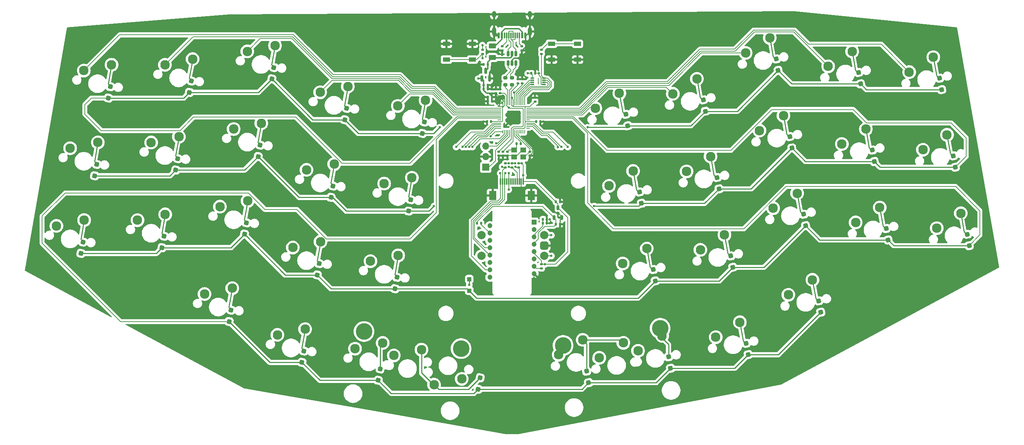
<source format=gbr>
%TF.GenerationSoftware,KiCad,Pcbnew,8.0.8*%
%TF.CreationDate,2025-05-06T20:43:44+02:00*%
%TF.ProjectId,Le Chisoffre,4c652043-6869-4736-9f66-6672652e6b69,rev?*%
%TF.SameCoordinates,Original*%
%TF.FileFunction,Copper,L2,Bot*%
%TF.FilePolarity,Positive*%
%FSLAX46Y46*%
G04 Gerber Fmt 4.6, Leading zero omitted, Abs format (unit mm)*
G04 Created by KiCad (PCBNEW 8.0.8) date 2025-05-06 20:43:44*
%MOMM*%
%LPD*%
G01*
G04 APERTURE LIST*
G04 Aperture macros list*
%AMRoundRect*
0 Rectangle with rounded corners*
0 $1 Rounding radius*
0 $2 $3 $4 $5 $6 $7 $8 $9 X,Y pos of 4 corners*
0 Add a 4 corners polygon primitive as box body*
4,1,4,$2,$3,$4,$5,$6,$7,$8,$9,$2,$3,0*
0 Add four circle primitives for the rounded corners*
1,1,$1+$1,$2,$3*
1,1,$1+$1,$4,$5*
1,1,$1+$1,$6,$7*
1,1,$1+$1,$8,$9*
0 Add four rect primitives between the rounded corners*
20,1,$1+$1,$2,$3,$4,$5,0*
20,1,$1+$1,$4,$5,$6,$7,0*
20,1,$1+$1,$6,$7,$8,$9,0*
20,1,$1+$1,$8,$9,$2,$3,0*%
G04 Aperture macros list end*
%TA.AperFunction,ComponentPad*%
%ADD10C,2.300000*%
%TD*%
%TA.AperFunction,ComponentPad*%
%ADD11C,2.000000*%
%TD*%
%TA.AperFunction,ComponentPad*%
%ADD12RoundRect,0.500000X0.500000X0.500000X-0.500000X0.500000X-0.500000X-0.500000X0.500000X-0.500000X0*%
%TD*%
%TA.AperFunction,ComponentPad*%
%ADD13C,4.000000*%
%TD*%
%TA.AperFunction,SMDPad,CuDef*%
%ADD14RoundRect,0.250000X0.347537X-0.243348X0.243348X0.347537X-0.347537X0.243348X-0.243348X-0.347537X0*%
%TD*%
%TA.AperFunction,SMDPad,CuDef*%
%ADD15RoundRect,0.140000X0.170000X-0.140000X0.170000X0.140000X-0.170000X0.140000X-0.170000X-0.140000X0*%
%TD*%
%TA.AperFunction,SMDPad,CuDef*%
%ADD16RoundRect,0.250000X0.243348X-0.347537X0.347537X0.243348X-0.243348X0.347537X-0.347537X-0.243348X0*%
%TD*%
%TA.AperFunction,SMDPad,CuDef*%
%ADD17RoundRect,0.200000X-0.275000X0.200000X-0.275000X-0.200000X0.275000X-0.200000X0.275000X0.200000X0*%
%TD*%
%TA.AperFunction,SMDPad,CuDef*%
%ADD18RoundRect,0.250000X0.300000X-0.300000X0.300000X0.300000X-0.300000X0.300000X-0.300000X-0.300000X0*%
%TD*%
%TA.AperFunction,SMDPad,CuDef*%
%ADD19R,0.900000X0.300000*%
%TD*%
%TA.AperFunction,SMDPad,CuDef*%
%ADD20R,0.250000X1.650000*%
%TD*%
%TA.AperFunction,SMDPad,CuDef*%
%ADD21R,0.600000X1.450000*%
%TD*%
%TA.AperFunction,SMDPad,CuDef*%
%ADD22R,0.300000X1.450000*%
%TD*%
%TA.AperFunction,HeatsinkPad*%
%ADD23O,1.000000X1.600000*%
%TD*%
%TA.AperFunction,HeatsinkPad*%
%ADD24O,1.000000X2.100000*%
%TD*%
%TA.AperFunction,SMDPad,CuDef*%
%ADD25RoundRect,0.250000X-0.625000X0.375000X-0.625000X-0.375000X0.625000X-0.375000X0.625000X0.375000X0*%
%TD*%
%TA.AperFunction,SMDPad,CuDef*%
%ADD26RoundRect,0.140000X-0.140000X-0.170000X0.140000X-0.170000X0.140000X0.170000X-0.140000X0.170000X0*%
%TD*%
%TA.AperFunction,SMDPad,CuDef*%
%ADD27RoundRect,0.135000X0.135000X0.185000X-0.135000X0.185000X-0.135000X-0.185000X0.135000X-0.185000X0*%
%TD*%
%TA.AperFunction,SMDPad,CuDef*%
%ADD28RoundRect,0.150000X0.150000X-0.450000X0.150000X0.450000X-0.150000X0.450000X-0.150000X-0.450000X0*%
%TD*%
%TA.AperFunction,SMDPad,CuDef*%
%ADD29RoundRect,0.140000X0.140000X0.170000X-0.140000X0.170000X-0.140000X-0.170000X0.140000X-0.170000X0*%
%TD*%
%TA.AperFunction,SMDPad,CuDef*%
%ADD30RoundRect,0.050000X0.387500X0.050000X-0.387500X0.050000X-0.387500X-0.050000X0.387500X-0.050000X0*%
%TD*%
%TA.AperFunction,SMDPad,CuDef*%
%ADD31RoundRect,0.050000X0.050000X0.387500X-0.050000X0.387500X-0.050000X-0.387500X0.050000X-0.387500X0*%
%TD*%
%TA.AperFunction,ComponentPad*%
%ADD32C,0.600000*%
%TD*%
%TA.AperFunction,SMDPad,CuDef*%
%ADD33RoundRect,0.144000X1.456000X1.456000X-1.456000X1.456000X-1.456000X-1.456000X1.456000X-1.456000X0*%
%TD*%
%TA.AperFunction,SMDPad,CuDef*%
%ADD34R,1.700000X1.000000*%
%TD*%
%TA.AperFunction,SMDPad,CuDef*%
%ADD35RoundRect,0.135000X-0.185000X0.135000X-0.185000X-0.135000X0.185000X-0.135000X0.185000X0.135000X0*%
%TD*%
%TA.AperFunction,SMDPad,CuDef*%
%ADD36RoundRect,0.150000X0.150000X-0.512500X0.150000X0.512500X-0.150000X0.512500X-0.150000X-0.512500X0*%
%TD*%
%TA.AperFunction,SMDPad,CuDef*%
%ADD37RoundRect,0.135000X0.185000X-0.135000X0.185000X0.135000X-0.185000X0.135000X-0.185000X-0.135000X0*%
%TD*%
%TA.AperFunction,SMDPad,CuDef*%
%ADD38R,1.400000X1.200000*%
%TD*%
%TA.AperFunction,SMDPad,CuDef*%
%ADD39RoundRect,0.150000X0.150000X-0.587500X0.150000X0.587500X-0.150000X0.587500X-0.150000X-0.587500X0*%
%TD*%
%TA.AperFunction,SMDPad,CuDef*%
%ADD40RoundRect,0.140000X-0.170000X0.140000X-0.170000X-0.140000X0.170000X-0.140000X0.170000X0.140000X0*%
%TD*%
%TA.AperFunction,SMDPad,CuDef*%
%ADD41R,0.300000X1.600000*%
%TD*%
%TA.AperFunction,SMDPad,CuDef*%
%ADD42R,1.800000X2.200000*%
%TD*%
%TA.AperFunction,ComponentPad*%
%ADD43R,1.700000X1.700000*%
%TD*%
%TA.AperFunction,ComponentPad*%
%ADD44O,1.700000X1.700000*%
%TD*%
%TA.AperFunction,SMDPad,CuDef*%
%ADD45RoundRect,0.135000X-0.135000X-0.185000X0.135000X-0.185000X0.135000X0.185000X-0.135000X0.185000X0*%
%TD*%
%TA.AperFunction,ComponentPad*%
%ADD46R,1.200000X1.200000*%
%TD*%
%TA.AperFunction,ComponentPad*%
%ADD47C,1.200000*%
%TD*%
%TA.AperFunction,ViaPad*%
%ADD48C,0.600000*%
%TD*%
%TA.AperFunction,Conductor*%
%ADD49C,0.250000*%
%TD*%
%TA.AperFunction,Conductor*%
%ADD50C,0.200000*%
%TD*%
%TA.AperFunction,Conductor*%
%ADD51C,0.380000*%
%TD*%
G04 APERTURE END LIST*
D10*
%TO.P,MX17,1,1*%
%TO.N,COL6*%
X192988251Y-70984359D03*
%TO.P,MX17,2,2*%
%TO.N,Net-(D17-A)*%
X198800714Y-67380281D03*
%TD*%
%TO.P,MX28,1,1*%
%TO.N,COL7*%
X213899037Y-79870742D03*
%TO.P,MX28,2,2*%
%TO.N,Net-(D28-A)*%
X219711500Y-76266664D03*
%TD*%
%TO.P,MX25,1,1*%
%TO.N,COL4*%
X116623350Y-92683345D03*
%TO.P,MX25,2,2*%
%TO.N,Net-(D25-A)*%
X123317945Y-91284599D03*
%TD*%
%TO.P,MX20,1,1*%
%TO.N,COL9*%
X250097013Y-65750512D03*
%TO.P,MX20,2,2*%
%TO.N,Net-(D20-A)*%
X255909476Y-62146434D03*
%TD*%
%TO.P,MX35,1,1*%
%TO.N,COL7*%
X200050826Y-111038213D03*
%TO.P,MX35,2,2*%
%TO.N,Net-(D35-A)*%
X205863289Y-107434135D03*
%TD*%
%TO.P,MX9,1,1*%
%TO.N,COL8*%
X227201428Y-45607775D03*
%TO.P,MX9,2,2*%
%TO.N,Net-(D9-A)*%
X233013891Y-42003697D03*
%TD*%
D11*
%TO.P,SW2,A,A*%
%TO.N,rot_a*%
X158612500Y-91400000D03*
%TO.P,SW2,B,B*%
%TO.N,rot_b*%
X158612500Y-86400000D03*
D12*
%TO.P,SW2,C,C*%
%TO.N,GND*%
X158612500Y-88900000D03*
D11*
%TO.P,SW2,S1,S1*%
%TO.N,Net-(D41-A)*%
X143412500Y-86400000D03*
%TO.P,SW2,S2,S2*%
%TO.N,COL10*%
X143412500Y-91400000D03*
%TD*%
D10*
%TO.P,MX8,1,1*%
%TO.N,COL7*%
X207283042Y-42349567D03*
%TO.P,MX8,2,2*%
%TO.N,Net-(D8-A)*%
X213095505Y-38745489D03*
%TD*%
%TO.P,MX24,1,1*%
%TO.N,COL3*%
X97862762Y-89375347D03*
%TO.P,MX24,2,2*%
%TO.N,Net-(D24-A)*%
X104557357Y-87976601D03*
%TD*%
%TO.P,MX39,1,1*%
%TO.N,COL5*%
X162106997Y-115290847D03*
%TO.P,MX39,2,2*%
%TO.N,Net-(D39-A)*%
X167919460Y-111686769D03*
%TD*%
%TO.P,MX11,1,1*%
%TO.N,COL0*%
X44061997Y-65380913D03*
%TO.P,MX11,2,2*%
%TO.N,Net-(D11-A)*%
X50756592Y-63982167D03*
%TD*%
%TO.P,MX15,1,1*%
%TO.N,COL4*%
X119931348Y-73922757D03*
%TO.P,MX15,2,2*%
%TO.N,Net-(D15-A)*%
X126625943Y-72524011D03*
%TD*%
%TO.P,MX26,1,1*%
%TO.N,COL5*%
X177568741Y-93240550D03*
%TO.P,MX26,2,2*%
%TO.N,Net-(D26-A)*%
X183381204Y-89636472D03*
%TD*%
%TO.P,MX19,1,1*%
%TO.N,COL8*%
X230509426Y-64368363D03*
%TO.P,MX19,2,2*%
%TO.N,Net-(D19-A)*%
X236321889Y-60764285D03*
%TD*%
%TO.P,MX38,1,1*%
%TO.N,COL4*%
X138679526Y-121114073D03*
%TO.P,MX38,2,2*%
%TO.N,Net-(D38-A)*%
X131984931Y-122512819D03*
%TD*%
%TO.P,MX37,1,1*%
%TO.N,COL3*%
X112883337Y-113825127D03*
%TO.P,MX37,2,2*%
%TO.N,Net-(D37-A)*%
X119577932Y-112426381D03*
%TD*%
%TO.P,MX6,1,1*%
%TO.N,COL5*%
X170952745Y-55719375D03*
%TO.P,MX6,2,2*%
%TO.N,Net-(D6-A)*%
X176765208Y-52115297D03*
%TD*%
%TO.P,MX5,1,1*%
%TO.N,COL4*%
X123239345Y-55162170D03*
%TO.P,MX5,2,2*%
%TO.N,Net-(D5-A)*%
X129933940Y-53763424D03*
%TD*%
%TO.P,MX12,1,1*%
%TO.N,COL1*%
X63649584Y-63998764D03*
%TO.P,MX12,2,2*%
%TO.N,Net-(D12-A)*%
X70344179Y-62600018D03*
%TD*%
%TO.P,MX23,1,1*%
%TO.N,COL2*%
X80259974Y-79501144D03*
%TO.P,MX23,2,2*%
%TO.N,Net-(D23-A)*%
X86954569Y-78102398D03*
%TD*%
%TO.P,MX29,1,1*%
%TO.N,COL8*%
X233850504Y-83316557D03*
%TO.P,MX29,2,2*%
%TO.N,Net-(D29-A)*%
X239662967Y-79712479D03*
%TD*%
%TO.P,MX14,1,1*%
%TO.N,COL3*%
X101170760Y-70614760D03*
%TO.P,MX14,2,2*%
%TO.N,Net-(D14-A)*%
X107865355Y-69216014D03*
%TD*%
D13*
%TO.P,S2,*%
%TO.N,*%
X186611552Y-108905707D03*
X163160817Y-113040704D03*
%TD*%
D10*
%TO.P,MX2,1,1*%
%TO.N,COL1*%
X66957582Y-45238176D03*
%TO.P,MX2,2,2*%
%TO.N,Net-(D2-A)*%
X73652177Y-43839430D03*
%TD*%
%TO.P,MX3,1,1*%
%TO.N,COL2*%
X86875969Y-41979969D03*
%TO.P,MX3,2,2*%
%TO.N,Net-(D3-A)*%
X93570564Y-40581223D03*
%TD*%
%TO.P,MX30,1,1*%
%TO.N,COL9*%
X253438091Y-84698706D03*
%TO.P,MX30,2,2*%
%TO.N,Net-(D30-A)*%
X259250554Y-81094628D03*
%TD*%
%TO.P,MX7,1,1*%
%TO.N,COL6*%
X189680253Y-52223771D03*
%TO.P,MX7,2,2*%
%TO.N,Net-(D7-A)*%
X195492716Y-48619693D03*
%TD*%
%TO.P,MX22,1,1*%
%TO.N,COL1*%
X60341587Y-82759352D03*
%TO.P,MX22,2,2*%
%TO.N,Net-(D22-A)*%
X67036182Y-81360606D03*
%TD*%
%TO.P,MX36,1,1*%
%TO.N,COL8*%
X217587455Y-100788798D03*
%TO.P,MX36,2,2*%
%TO.N,Net-(D36-A)*%
X223399918Y-97184720D03*
%TD*%
%TO.P,MX34,1,1*%
%TO.N,COL5*%
X171905933Y-116012276D03*
%TO.P,MX34,2,2*%
%TO.N,Net-(D39-A)*%
X177718396Y-112408198D03*
%TD*%
%TO.P,MX31,1,1*%
%TO.N,COL1*%
X76538476Y-100606805D03*
%TO.P,MX31,2,2*%
%TO.N,Net-(D31-A)*%
X83233071Y-99208059D03*
%TD*%
%TO.P,MX21,1,1*%
%TO.N,COL0*%
X40753999Y-84141501D03*
%TO.P,MX21,2,2*%
%TO.N,Net-(D21-A)*%
X47448594Y-82742755D03*
%TD*%
%TO.P,MX10,1,1*%
%TO.N,COL9*%
X246789016Y-46989925D03*
%TO.P,MX10,2,2*%
%TO.N,Net-(D10-A)*%
X252601479Y-43385847D03*
%TD*%
%TO.P,MX33,1,1*%
%TO.N,COL4*%
X122271985Y-115457346D03*
%TO.P,MX33,2,2*%
%TO.N,Net-(D38-A)*%
X128966580Y-114058600D03*
%TD*%
%TO.P,MX4,1,1*%
%TO.N,COL3*%
X104478758Y-51854172D03*
%TO.P,MX4,2,2*%
%TO.N,Net-(D4-A)*%
X111173353Y-50455426D03*
%TD*%
%TO.P,MX32,1,1*%
%TO.N,COL2*%
X94141265Y-110481009D03*
%TO.P,MX32,2,2*%
%TO.N,Net-(D32-A)*%
X100835860Y-109082263D03*
%TD*%
D13*
%TO.P,S1,*%
%TO.N,*%
X138521336Y-113808973D03*
X115070601Y-109673976D03*
%TD*%
D10*
%TO.P,MX13,1,1*%
%TO.N,COL2*%
X83567971Y-60740556D03*
%TO.P,MX13,2,2*%
%TO.N,Net-(D13-A)*%
X90262566Y-59341810D03*
%TD*%
%TO.P,MX40,1,1*%
%TO.N,COL6*%
X181281084Y-114327923D03*
%TO.P,MX40,2,2*%
%TO.N,Net-(D40-A)*%
X187093547Y-110723845D03*
%TD*%
%TO.P,MX16,1,1*%
%TO.N,COL5*%
X174260743Y-74479962D03*
%TO.P,MX16,2,2*%
%TO.N,Net-(D16-A)*%
X180073206Y-70875884D03*
%TD*%
%TO.P,MX1,1,1*%
%TO.N,COL0*%
X47369995Y-46620326D03*
%TO.P,MX1,2,2*%
%TO.N,Net-(D1-A)*%
X54064590Y-45221580D03*
%TD*%
%TO.P,MX18,1,1*%
%TO.N,COL7*%
X210591039Y-61110154D03*
%TO.P,MX18,2,2*%
%TO.N,Net-(D18-A)*%
X216403502Y-57506076D03*
%TD*%
%TO.P,MX27,1,1*%
%TO.N,COL6*%
X196329329Y-89932552D03*
%TO.P,MX27,2,2*%
%TO.N,Net-(D27-A)*%
X202141792Y-86328474D03*
%TD*%
D14*
%TO.P,D28,1,K*%
%TO.N,ROW2*%
X221737759Y-84101334D03*
%TO.P,D28,2,A*%
%TO.N,Net-(D28-A)*%
X221251545Y-81343872D03*
%TD*%
%TO.P,D35,1,K*%
%TO.N,ROW3*%
X207889548Y-115268805D03*
%TO.P,D35,2,A*%
%TO.N,Net-(D35-A)*%
X207403334Y-112511343D03*
%TD*%
D15*
%TO.P,C15,1*%
%TO.N,+3V3*%
X156368750Y-54141250D03*
%TO.P,C15,2*%
%TO.N,GND*%
X156368750Y-53181250D03*
%TD*%
D14*
%TO.P,D16,1,K*%
%TO.N,ROW1*%
X182099465Y-78710554D03*
%TO.P,D16,2,A*%
%TO.N,Net-(D16-A)*%
X181613251Y-75953092D03*
%TD*%
D16*
%TO.P,D32,1,K*%
%TO.N,ROW3*%
X100060307Y-117137466D03*
%TO.P,D32,2,A*%
%TO.N,Net-(D32-A)*%
X100546521Y-114380004D03*
%TD*%
D17*
%TO.P,R7,1*%
%TO.N,D_P*%
X150812500Y-48387500D03*
%TO.P,R7,2*%
%TO.N,/D_+*%
X150812500Y-50037500D03*
%TD*%
D14*
%TO.P,D40,1,K*%
%TO.N,ROW3*%
X189119806Y-118558515D03*
%TO.P,D40,2,A*%
%TO.N,Net-(D40-A)*%
X188633592Y-115801053D03*
%TD*%
%TO.P,D27,1,K*%
%TO.N,ROW2*%
X204168051Y-94163144D03*
%TO.P,D27,2,A*%
%TO.N,Net-(D27-A)*%
X203681837Y-91405682D03*
%TD*%
D16*
%TO.P,D25,1,K*%
%TO.N,ROW2*%
X122542392Y-99339802D03*
%TO.P,D25,2,A*%
%TO.N,Net-(D25-A)*%
X123028606Y-96582340D03*
%TD*%
D17*
%TO.P,R8,1*%
%TO.N,D_N*%
X149225000Y-48387500D03*
%TO.P,R8,2*%
%TO.N,/D_-*%
X149225000Y-50037500D03*
%TD*%
D16*
%TO.P,D2,1,K*%
%TO.N,ROW0*%
X72876624Y-51894633D03*
%TO.P,D2,2,A*%
%TO.N,Net-(D2-A)*%
X73362838Y-49137171D03*
%TD*%
%TO.P,D4,1,K*%
%TO.N,ROW0*%
X110397800Y-58510629D03*
%TO.P,D4,2,A*%
%TO.N,Net-(D4-A)*%
X110884014Y-55753167D03*
%TD*%
%TO.P,D11,1,K*%
%TO.N,ROW1*%
X49981039Y-72037370D03*
%TO.P,D11,2,A*%
%TO.N,Net-(D11-A)*%
X50467253Y-69279908D03*
%TD*%
D15*
%TO.P,C4,1*%
%TO.N,+1V1*%
X147968732Y-52116199D03*
%TO.P,C4,2*%
%TO.N,GND*%
X147968732Y-51156199D03*
%TD*%
D18*
%TO.P,D41,1,K*%
%TO.N,ROW2*%
X140493750Y-99825000D03*
%TO.P,D41,2,A*%
%TO.N,Net-(D41-A)*%
X140493750Y-97025000D03*
%TD*%
D16*
%TO.P,D31,1,K*%
%TO.N,ROW3*%
X82457518Y-107263262D03*
%TO.P,D31,2,A*%
%TO.N,Net-(D31-A)*%
X82943732Y-104505800D03*
%TD*%
D19*
%TO.P,IC1,1,~{CS}*%
%TO.N,/QSPI_SS*%
X158562500Y-48462500D03*
%TO.P,IC1,2,DO_IO1*%
%TO.N,/QSPI_SD1*%
X158562500Y-48962500D03*
%TO.P,IC1,3,~{WP_IO2}*%
%TO.N,/QSPI_SD2*%
X158562500Y-49462500D03*
%TO.P,IC1,4,GND*%
%TO.N,GND*%
X158562500Y-49962500D03*
%TO.P,IC1,5,DI_IO0*%
%TO.N,/QSPI_SD0*%
X155762500Y-49962500D03*
%TO.P,IC1,6,CLK*%
%TO.N,/QSPI_SCLK*%
X155762500Y-49462500D03*
%TO.P,IC1,7,~{RESET_IO3}*%
%TO.N,/QSPI_SD3*%
X155762500Y-48962500D03*
%TO.P,IC1,8,VCC*%
%TO.N,+3V3*%
X155762500Y-48462500D03*
D20*
%TO.P,IC1,9,EP*%
%TO.N,unconnected-(IC1-EP-Pad9)*%
X157162500Y-49212500D03*
%TD*%
D14*
%TO.P,D10,1,K*%
%TO.N,ROW0*%
X254627738Y-51220517D03*
%TO.P,D10,2,A*%
%TO.N,Net-(D10-A)*%
X254141524Y-48463055D03*
%TD*%
%TO.P,D8,1,K*%
%TO.N,ROW0*%
X215121764Y-46580159D03*
%TO.P,D8,2,A*%
%TO.N,Net-(D8-A)*%
X214635550Y-43822697D03*
%TD*%
D21*
%TO.P,J1,A1,GND*%
%TO.N,GND*%
X147562500Y-38100000D03*
%TO.P,J1,A4,VBUS*%
%TO.N,VBUS*%
X148362500Y-38100000D03*
D22*
%TO.P,J1,A5,CC1*%
%TO.N,/CC1*%
X149562500Y-38100000D03*
%TO.P,J1,A6,D+*%
%TO.N,D_USB_P*%
X150562500Y-38100000D03*
%TO.P,J1,A7,D-*%
%TO.N,D_USB_N*%
X151062500Y-38100000D03*
%TO.P,J1,A8,SBU1*%
%TO.N,unconnected-(J1-SBU1-PadA8)*%
X152062500Y-38100000D03*
D21*
%TO.P,J1,A9,VBUS*%
%TO.N,VBUS*%
X153262500Y-38100000D03*
%TO.P,J1,A12,GND*%
%TO.N,GND*%
X154062500Y-38100000D03*
%TO.P,J1,B1,GND*%
X154062500Y-38100000D03*
%TO.P,J1,B4,VBUS*%
%TO.N,VBUS*%
X153262500Y-38100000D03*
D22*
%TO.P,J1,B5,CC2*%
%TO.N,/CC2*%
X152562500Y-38100000D03*
%TO.P,J1,B6,D+*%
%TO.N,D_USB_P*%
X151562500Y-38100000D03*
%TO.P,J1,B7,D-*%
%TO.N,D_USB_N*%
X150062500Y-38100000D03*
%TO.P,J1,B8,SBU2*%
%TO.N,unconnected-(J1-SBU2-PadB8)*%
X149062500Y-38100000D03*
D21*
%TO.P,J1,B9,VBUS*%
%TO.N,VBUS*%
X148362500Y-38100000D03*
%TO.P,J1,B12,GND*%
%TO.N,GND*%
X147562500Y-38100000D03*
D23*
%TO.P,J1,S1,SHIELD*%
X146492500Y-33005000D03*
D24*
X146492500Y-37185000D03*
D23*
X155132500Y-33005000D03*
D24*
X155132500Y-37185000D03*
%TD*%
D14*
%TO.P,D39,1,K*%
%TO.N,ROW3*%
X169311857Y-122028731D03*
%TO.P,D39,2,A*%
%TO.N,Net-(D39-A)*%
X168825643Y-119271269D03*
%TD*%
D25*
%TO.P,F1,1*%
%TO.N,VBUS*%
X146050000Y-40668750D03*
%TO.P,F1,2*%
%TO.N,+5V*%
X146050000Y-43468750D03*
%TD*%
D14*
%TO.P,D6,1,K*%
%TO.N,ROW0*%
X178791467Y-59949967D03*
%TO.P,D6,2,A*%
%TO.N,Net-(D6-A)*%
X178305253Y-57192505D03*
%TD*%
D26*
%TO.P,C16,1*%
%TO.N,GND*%
X143982500Y-45143750D03*
%TO.P,C16,2*%
%TO.N,+5V*%
X144942500Y-45143750D03*
%TD*%
D27*
%TO.P,R10,1*%
%TO.N,Net-(U5-LED_P)*%
X143385000Y-83543750D03*
%TO.P,R10,2*%
%TO.N,+2V*%
X142365000Y-83543750D03*
%TD*%
D14*
%TO.P,D18,1,K*%
%TO.N,ROW1*%
X218429761Y-65340746D03*
%TO.P,D18,2,A*%
%TO.N,Net-(D18-A)*%
X217943547Y-62583284D03*
%TD*%
D16*
%TO.P,D15,1,K*%
%TO.N,ROW1*%
X125850390Y-80579214D03*
%TO.P,D15,2,A*%
%TO.N,Net-(D15-A)*%
X126336604Y-77821752D03*
%TD*%
D28*
%TO.P,U4,1,GND*%
%TO.N,GND*%
X162875000Y-82162500D03*
%TO.P,U4,2,VO*%
%TO.N,+2V*%
X160975000Y-82162500D03*
%TO.P,U4,3,VI*%
%TO.N,+3V3*%
X161925000Y-79762500D03*
%TD*%
D29*
%TO.P,C20,1*%
%TO.N,GND*%
X162405248Y-78331937D03*
%TO.P,C20,2*%
%TO.N,+3V3*%
X161445248Y-78331937D03*
%TD*%
D30*
%TO.P,U3,1,IOVDD*%
%TO.N,+3V3*%
X154680000Y-55343750D03*
%TO.P,U3,2,GPIO0*%
%TO.N,COL9*%
X154680000Y-55743750D03*
%TO.P,U3,3,GPIO1*%
%TO.N,COL8*%
X154680000Y-56143750D03*
%TO.P,U3,4,GPIO2*%
%TO.N,COL7*%
X154680000Y-56543750D03*
%TO.P,U3,5,GPIO3*%
%TO.N,COL6*%
X154680000Y-56943750D03*
%TO.P,U3,6,GPIO4*%
%TO.N,COL5*%
X154680000Y-57343750D03*
%TO.P,U3,7,GPIO5*%
%TO.N,ROW1*%
X154680000Y-57743750D03*
%TO.P,U3,8,GPIO6*%
%TO.N,ROW2*%
X154680000Y-58143750D03*
%TO.P,U3,9,GPIO7*%
%TO.N,/GPIO7*%
X154680000Y-58543750D03*
%TO.P,U3,10,IOVDD*%
%TO.N,+3V3*%
X154680000Y-58943750D03*
%TO.P,U3,11,GPIO8*%
%TO.N,COL10*%
X154680000Y-59343750D03*
%TO.P,U3,12,GPIO9*%
%TO.N,rot_a*%
X154680000Y-59743750D03*
%TO.P,U3,13,GPIO10*%
%TO.N,rot_b*%
X154680000Y-60143750D03*
%TO.P,U3,14,GPIO11*%
%TO.N,/GPIO11*%
X154680000Y-60543750D03*
D31*
%TO.P,U3,15,GPIO12*%
%TO.N,/GPIO12*%
X153842500Y-61381250D03*
%TO.P,U3,16,GPIO13*%
%TO.N,/GPIO13*%
X153442500Y-61381250D03*
%TO.P,U3,17,GPIO14*%
%TO.N,/GPIO14*%
X153042500Y-61381250D03*
%TO.P,U3,18,GPIO15*%
%TO.N,/GPIO15*%
X152642500Y-61381250D03*
%TO.P,U3,19,TESTEN*%
%TO.N,GND*%
X152242500Y-61381250D03*
%TO.P,U3,20,XTAL_IN*%
%TO.N,XTAL_IN*%
X151842500Y-61381250D03*
%TO.P,U3,21,XTAL_OUT*%
%TO.N,XTAL_OUT*%
X151442500Y-61381250D03*
%TO.P,U3,22,IOVDD*%
%TO.N,+3V3*%
X151042500Y-61381250D03*
%TO.P,U3,23,DVDD*%
%TO.N,+1V1*%
X150642500Y-61381250D03*
%TO.P,U3,24,SWCLK*%
%TO.N,SWCLK*%
X150242500Y-61381250D03*
%TO.P,U3,25,SWDIO*%
%TO.N,SWD*%
X149842500Y-61381250D03*
%TO.P,U3,26,~{RUN}*%
%TO.N,~{RESET}*%
X149442500Y-61381250D03*
%TO.P,U3,27,GPIO16*%
%TO.N,SDA*%
X149042500Y-61381250D03*
%TO.P,U3,28,GPIO17*%
%TO.N,SCL*%
X148642500Y-61381250D03*
D30*
%TO.P,U3,29,GPIO18*%
%TO.N,SCK*%
X147805000Y-60543750D03*
%TO.P,U3,30,GPIO19*%
%TO.N,MOSI*%
X147805000Y-60143750D03*
%TO.P,U3,31,GPIO20*%
%TO.N,MISO*%
X147805000Y-59743750D03*
%TO.P,U3,32,GPIO21*%
%TO.N,CS*%
X147805000Y-59343750D03*
%TO.P,U3,33,IOVDD*%
%TO.N,+3V3*%
X147805000Y-58943750D03*
%TO.P,U3,34,GPIO22*%
%TO.N,/GPIO22*%
X147805000Y-58543750D03*
%TO.P,U3,35,GPIO23*%
%TO.N,ROW3*%
X147805000Y-58143750D03*
%TO.P,U3,36,GPIO24*%
%TO.N,ROW0*%
X147805000Y-57743750D03*
%TO.P,U3,37,GPIO25*%
%TO.N,COL4*%
X147805000Y-57343750D03*
%TO.P,U3,38,GPIO26/ADC0*%
%TO.N,COL3*%
X147805000Y-56943750D03*
%TO.P,U3,39,GPIO27/ADC1*%
%TO.N,COL2*%
X147805000Y-56543750D03*
%TO.P,U3,40,GPIO28/ADC2*%
%TO.N,COL1*%
X147805000Y-56143750D03*
%TO.P,U3,41,GPIO29/ADC3*%
%TO.N,COL0*%
X147805000Y-55743750D03*
%TO.P,U3,42,IOVDD*%
%TO.N,+3V3*%
X147805000Y-55343750D03*
D31*
%TO.P,U3,43,ADC_AVDD*%
X148642500Y-54506250D03*
%TO.P,U3,44,VREG_VIN*%
X149042500Y-54506250D03*
%TO.P,U3,45,VREG_VOUT*%
%TO.N,+1V1*%
X149442500Y-54506250D03*
%TO.P,U3,46,D-*%
%TO.N,/D_-*%
X149842500Y-54506250D03*
%TO.P,U3,47,D+*%
%TO.N,/D_+*%
X150242500Y-54506250D03*
%TO.P,U3,48,USB_VDD*%
%TO.N,+3V3*%
X150642500Y-54506250D03*
%TO.P,U3,49,IOVDD*%
X151042500Y-54506250D03*
%TO.P,U3,50,DVDD*%
%TO.N,+1V1*%
X151442500Y-54506250D03*
%TO.P,U3,51,QSPI_SD3*%
%TO.N,/QSPI_SD3*%
X151842500Y-54506250D03*
%TO.P,U3,52,QSPI_SCLK*%
%TO.N,/QSPI_SCLK*%
X152242500Y-54506250D03*
%TO.P,U3,53,QSPI_SD0*%
%TO.N,/QSPI_SD0*%
X152642500Y-54506250D03*
%TO.P,U3,54,QSPI_SD2*%
%TO.N,/QSPI_SD2*%
X153042500Y-54506250D03*
%TO.P,U3,55,QSPI_SD1*%
%TO.N,/QSPI_SD1*%
X153442500Y-54506250D03*
%TO.P,U3,56,QSPI_SS_N*%
%TO.N,/QSPI_SS*%
X153842500Y-54506250D03*
D32*
%TO.P,U3,57,GND*%
%TO.N,GND*%
X152517500Y-59218750D03*
X152517500Y-57943750D03*
X152517500Y-56668750D03*
X151242500Y-59218750D03*
X151242500Y-57943750D03*
D33*
X151242500Y-57943750D03*
D32*
X151242500Y-56668750D03*
X149967500Y-59218750D03*
X149967500Y-57943750D03*
X149967500Y-56668750D03*
%TD*%
D29*
%TO.P,C11,1*%
%TO.N,+3V3*%
X145743796Y-58948805D03*
%TO.P,C11,2*%
%TO.N,GND*%
X144783796Y-58948805D03*
%TD*%
%TO.P,C19,1*%
%TO.N,GND*%
X159230000Y-83543750D03*
%TO.P,C19,2*%
%TO.N,Net-(U5-VDDPIX)*%
X158270000Y-83543750D03*
%TD*%
D14*
%TO.P,D36,1,K*%
%TO.N,ROW3*%
X225426177Y-105019390D03*
%TO.P,D36,2,A*%
%TO.N,Net-(D36-A)*%
X224939963Y-102261928D03*
%TD*%
%TO.P,D19,1,K*%
%TO.N,ROW1*%
X238348148Y-68598955D03*
%TO.P,D19,2,A*%
%TO.N,Net-(D19-A)*%
X237861934Y-65841493D03*
%TD*%
D16*
%TO.P,D38,1,K*%
%TO.N,ROW3*%
X142631893Y-123616231D03*
%TO.P,D38,2,A*%
%TO.N,Net-(D38-A)*%
X143118107Y-120858769D03*
%TD*%
D34*
%TO.P,SW1,1,1*%
%TO.N,GND*%
X160362500Y-43968750D03*
X166662500Y-43968750D03*
%TO.P,SW1,2,2*%
%TO.N,/~{USB_BOOT}*%
X160362500Y-40168750D03*
X166662500Y-40168750D03*
%TD*%
D35*
%TO.P,R12,1*%
%TO.N,+3V3*%
X152400000Y-69056250D03*
%TO.P,R12,2*%
%TO.N,SDA*%
X152400000Y-70076250D03*
%TD*%
D15*
%TO.P,C2,1*%
%TO.N,GND*%
X155127910Y-67155957D03*
%TO.P,C2,2*%
%TO.N,XTAL_IN*%
X155127910Y-66195957D03*
%TD*%
D29*
%TO.P,C17,1*%
%TO.N,GND*%
X144942500Y-51100000D03*
%TO.P,C17,2*%
%TO.N,+3V3*%
X143982500Y-51100000D03*
%TD*%
D14*
%TO.P,D7,1,K*%
%TO.N,ROW0*%
X197518975Y-56454363D03*
%TO.P,D7,2,A*%
%TO.N,Net-(D7-A)*%
X197032761Y-53696901D03*
%TD*%
D26*
%TO.P,C18,1*%
%TO.N,Net-(U5-VDDPIX)*%
X158270000Y-82550000D03*
%TO.P,C18,2*%
%TO.N,GND*%
X159230000Y-82550000D03*
%TD*%
D16*
%TO.P,D13,1,K*%
%TO.N,ROW1*%
X89487013Y-67397013D03*
%TO.P,D13,2,A*%
%TO.N,Net-(D13-A)*%
X89973227Y-64639551D03*
%TD*%
D14*
%TO.P,D17,1,K*%
%TO.N,ROW1*%
X200826973Y-75214951D03*
%TO.P,D17,2,A*%
%TO.N,Net-(D17-A)*%
X200340759Y-72457489D03*
%TD*%
D15*
%TO.P,C8,1*%
%TO.N,+3V3*%
X146940809Y-52126373D03*
%TO.P,C8,2*%
%TO.N,GND*%
X146940809Y-51166373D03*
%TD*%
D16*
%TO.P,D12,1,K*%
%TO.N,ROW1*%
X69568626Y-70655221D03*
%TO.P,D12,2,A*%
%TO.N,Net-(D12-A)*%
X70054840Y-67897759D03*
%TD*%
%TO.P,D1,1,K*%
%TO.N,ROW0*%
X53289037Y-53276783D03*
%TO.P,D1,2,A*%
%TO.N,Net-(D1-A)*%
X53775251Y-50519321D03*
%TD*%
D36*
%TO.P,U1,1,I/O1*%
%TO.N,D_P*%
X151762500Y-44793750D03*
%TO.P,U1,2,GND*%
%TO.N,GND*%
X150812500Y-44793750D03*
%TO.P,U1,3,I/O2*%
%TO.N,D_N*%
X149862500Y-44793750D03*
%TO.P,U1,4,I/O2*%
%TO.N,D_USB_N*%
X149862500Y-42518750D03*
%TO.P,U1,5,VBUS*%
%TO.N,+5V*%
X150812500Y-42518750D03*
%TO.P,U1,6,I/O1*%
%TO.N,D_USB_P*%
X151762500Y-42518750D03*
%TD*%
D35*
%TO.P,R13,1*%
%TO.N,+3V3*%
X150812500Y-69056250D03*
%TO.P,R13,2*%
%TO.N,SCL*%
X150812500Y-70076250D03*
%TD*%
D26*
%TO.P,C1,1*%
%TO.N,+3V3*%
X155482331Y-47306956D03*
%TO.P,C1,2*%
%TO.N,GND*%
X156442331Y-47306956D03*
%TD*%
D29*
%TO.P,C9,1*%
%TO.N,+3V3*%
X145954723Y-54044548D03*
%TO.P,C9,2*%
%TO.N,GND*%
X144994723Y-54044548D03*
%TD*%
D16*
%TO.P,D23,1,K*%
%TO.N,ROW2*%
X86179016Y-86157601D03*
%TO.P,D23,2,A*%
%TO.N,Net-(D23-A)*%
X86665230Y-83400139D03*
%TD*%
D35*
%TO.P,R3,1*%
%TO.N,/CC1*%
X148431250Y-40765000D03*
%TO.P,R3,2*%
%TO.N,GND*%
X148431250Y-41785000D03*
%TD*%
D26*
%TO.P,C12,1*%
%TO.N,+3V3*%
X156690046Y-58948805D03*
%TO.P,C12,2*%
%TO.N,GND*%
X157650046Y-58948805D03*
%TD*%
D14*
%TO.P,D29,1,K*%
%TO.N,ROW2*%
X241689226Y-87547149D03*
%TO.P,D29,2,A*%
%TO.N,Net-(D29-A)*%
X241203012Y-84789687D03*
%TD*%
D37*
%TO.P,R9,1*%
%TO.N,Net-(U5-NRESET)*%
X157956250Y-94456250D03*
%TO.P,R9,2*%
%TO.N,+3V3*%
X157956250Y-93436250D03*
%TD*%
D29*
%TO.P,C21,1*%
%TO.N,GND*%
X162405000Y-83743750D03*
%TO.P,C21,2*%
%TO.N,+2V*%
X161445000Y-83743750D03*
%TD*%
D38*
%TO.P,Y1,1,1*%
%TO.N,/XTAL_O*%
X151300000Y-65825000D03*
%TO.P,Y1,2,2*%
%TO.N,GND*%
X153500000Y-65825000D03*
%TO.P,Y1,3,3*%
%TO.N,XTAL_IN*%
X153500000Y-67525000D03*
%TO.P,Y1,4,4*%
%TO.N,GND*%
X151300000Y-67525000D03*
%TD*%
D34*
%TO.P,SWR1,1,A*%
%TO.N,GND*%
X141262500Y-40168750D03*
X134962500Y-40168750D03*
%TO.P,SWR1,2,B*%
%TO.N,~{RESET}*%
X141262500Y-43968750D03*
X134962500Y-43968750D03*
%TD*%
D29*
%TO.P,C14,1*%
%TO.N,+3V3*%
X145955013Y-52993014D03*
%TO.P,C14,2*%
%TO.N,GND*%
X144995013Y-52993014D03*
%TD*%
D16*
%TO.P,D21,1,K*%
%TO.N,ROW2*%
X46673041Y-90797958D03*
%TO.P,D21,2,A*%
%TO.N,Net-(D21-A)*%
X47159255Y-88040496D03*
%TD*%
%TO.P,D14,1,K*%
%TO.N,ROW1*%
X107089802Y-77271217D03*
%TO.P,D14,2,A*%
%TO.N,Net-(D14-A)*%
X107576016Y-74513755D03*
%TD*%
D35*
%TO.P,R5,1*%
%TO.N,+3V3*%
X143668750Y-41558750D03*
%TO.P,R5,2*%
%TO.N,~{RESET}*%
X143668750Y-42578750D03*
%TD*%
D16*
%TO.P,D22,1,K*%
%TO.N,ROW2*%
X66260629Y-89415809D03*
%TO.P,D22,2,A*%
%TO.N,Net-(D22-A)*%
X66746843Y-86658347D03*
%TD*%
D35*
%TO.P,R4,1*%
%TO.N,/CC2*%
X153193750Y-40765000D03*
%TO.P,R4,2*%
%TO.N,GND*%
X153193750Y-41785000D03*
%TD*%
D15*
%TO.P,C3,1*%
%TO.N,GND*%
X149682815Y-67155000D03*
%TO.P,C3,2*%
%TO.N,/XTAL_O*%
X149682815Y-66195000D03*
%TD*%
D14*
%TO.P,D26,1,K*%
%TO.N,ROW2*%
X185407463Y-97471142D03*
%TO.P,D26,2,A*%
%TO.N,Net-(D26-A)*%
X184921249Y-94713680D03*
%TD*%
D39*
%TO.P,U2,1,GND*%
%TO.N,GND*%
X145412500Y-48562500D03*
%TO.P,U2,2,VO*%
%TO.N,+3V3*%
X143512500Y-48562500D03*
%TO.P,U2,3,VI*%
%TO.N,+5V*%
X144462500Y-46687500D03*
%TD*%
D40*
%TO.P,C10,1*%
%TO.N,+3V3*%
X148609539Y-66212358D03*
%TO.P,C10,2*%
%TO.N,GND*%
X148609539Y-67172358D03*
%TD*%
D41*
%TO.P,J2,1,3V3*%
%TO.N,+3V3*%
X153562500Y-73406250D03*
%TO.P,J2,2,GND*%
%TO.N,GND*%
X153062500Y-73406250D03*
%TO.P,J2,3,SDA*%
%TO.N,SDA*%
X152562500Y-73406250D03*
%TO.P,J2,4,SCL*%
%TO.N,SCL*%
X152062500Y-73406250D03*
%TO.P,J2,5,BTN1*%
%TO.N,unconnected-(J2-BTN1-Pad5)*%
X151562500Y-73406250D03*
%TO.P,J2,6,BTN2*%
%TO.N,unconnected-(J2-BTN2-Pad6)*%
X151062500Y-73406250D03*
%TO.P,J2,7,BTN3*%
%TO.N,unconnected-(J2-BTN3-Pad7)*%
X150562500Y-73406250D03*
%TO.P,J2,8,MOSI*%
%TO.N,MOSI*%
X150062500Y-73406250D03*
%TO.P,J2,9,DR*%
%TO.N,unconnected-(J2-DR-Pad9)*%
X149562500Y-73406250D03*
%TO.P,J2,10,CS*%
%TO.N,CS*%
X149062500Y-73406250D03*
%TO.P,J2,11,MISO*%
%TO.N,MISO*%
X148562500Y-73406250D03*
%TO.P,J2,12,SCK*%
%TO.N,SCK*%
X148062500Y-73406250D03*
D42*
%TO.P,J2,MP*%
%TO.N,GND*%
X155462500Y-76806250D03*
X146162500Y-76806250D03*
%TD*%
D14*
%TO.P,D9,1,K*%
%TO.N,ROW0*%
X235040150Y-49838367D03*
%TO.P,D9,2,A*%
%TO.N,Net-(D9-A)*%
X234553936Y-47080905D03*
%TD*%
D16*
%TO.P,D24,1,K*%
%TO.N,ROW2*%
X103781804Y-96031804D03*
%TO.P,D24,2,A*%
%TO.N,Net-(D24-A)*%
X104268018Y-93274342D03*
%TD*%
D26*
%TO.P,C7,1*%
%TO.N,+3V3*%
X143982500Y-50106250D03*
%TO.P,C7,2*%
%TO.N,GND*%
X144942500Y-50106250D03*
%TD*%
D16*
%TO.P,D37,1,K*%
%TO.N,ROW3*%
X118491255Y-121466809D03*
%TO.P,D37,2,A*%
%TO.N,Net-(D37-A)*%
X118977469Y-118709347D03*
%TD*%
D43*
%TO.P,SWD1,1,Pin_1*%
%TO.N,SWCLK*%
X144462500Y-69993750D03*
D44*
%TO.P,SWD1,2,Pin_2*%
%TO.N,GND*%
X144462500Y-67453750D03*
%TO.P,SWD1,3,Pin_3*%
%TO.N,SWD*%
X144462500Y-64913750D03*
%TD*%
D16*
%TO.P,D5,1,K*%
%TO.N,ROW0*%
X129158387Y-61818627D03*
%TO.P,D5,2,A*%
%TO.N,Net-(D5-A)*%
X129644601Y-59061165D03*
%TD*%
D15*
%TO.P,C13,1*%
%TO.N,+3V3*%
X152221837Y-49690534D03*
%TO.P,C13,2*%
%TO.N,GND*%
X152221837Y-48730534D03*
%TD*%
D37*
%TO.P,R11,1*%
%TO.N,MISO*%
X149225000Y-70076250D03*
%TO.P,R11,2*%
%TO.N,+3V3*%
X149225000Y-69056250D03*
%TD*%
D45*
%TO.P,R6,1*%
%TO.N,/XTAL_O*%
X151890000Y-64293750D03*
%TO.P,R6,2*%
%TO.N,XTAL_OUT*%
X152910000Y-64293750D03*
%TD*%
D16*
%TO.P,D3,1,K*%
%TO.N,ROW0*%
X92795011Y-48636426D03*
%TO.P,D3,2,A*%
%TO.N,Net-(D3-A)*%
X93281225Y-45878964D03*
%TD*%
D40*
%TO.P,C6,1*%
%TO.N,+1V1*%
X147622780Y-66204935D03*
%TO.P,C6,2*%
%TO.N,GND*%
X147622780Y-67164935D03*
%TD*%
D14*
%TO.P,D20,1,K*%
%TO.N,ROW1*%
X257935735Y-69981104D03*
%TO.P,D20,2,A*%
%TO.N,Net-(D20-A)*%
X257449521Y-67223642D03*
%TD*%
D37*
%TO.P,R2,1*%
%TO.N,/QSPI_SS*%
X157956250Y-42578750D03*
%TO.P,R2,2*%
%TO.N,/~{USB_BOOT}*%
X157956250Y-41558750D03*
%TD*%
D46*
%TO.P,U5,1,NC*%
%TO.N,unconnected-(U5-NC-Pad1)*%
X156150243Y-83224438D03*
D47*
%TO.P,U5,2,NC*%
%TO.N,unconnected-(U5-NC-Pad2)*%
X156150243Y-85004438D03*
%TO.P,U5,3,VDDPIX*%
%TO.N,Net-(U5-VDDPIX)*%
X156150243Y-86784438D03*
%TO.P,U5,4,VDD*%
%TO.N,+2V*%
X156150243Y-88564438D03*
%TO.P,U5,5,VDDIO*%
%TO.N,+3V3*%
X156150243Y-90344438D03*
%TO.P,U5,6,NC*%
%TO.N,unconnected-(U5-NC-Pad6)*%
X156150243Y-92124438D03*
%TO.P,U5,7,NRESET*%
%TO.N,Net-(U5-NRESET)*%
X156150243Y-93904438D03*
%TO.P,U5,8,GND*%
%TO.N,GND*%
X156150243Y-95684438D03*
%TO.P,U5,9,MOTION*%
%TO.N,unconnected-(U5-MOTION-Pad9)*%
X145450243Y-96574438D03*
%TO.P,U5,10,SCLK*%
%TO.N,SCK*%
X145450243Y-94794438D03*
%TO.P,U5,11,MOSI*%
%TO.N,MOSI*%
X145450243Y-93014438D03*
%TO.P,U5,12,MISO*%
%TO.N,MISO*%
X145450243Y-91234438D03*
%TO.P,U5,13,NCS*%
%TO.N,CS*%
X145450243Y-89454438D03*
%TO.P,U5,14,NC*%
%TO.N,unconnected-(U5-NC-Pad14)*%
X145450243Y-87674438D03*
%TO.P,U5,15,LED_P*%
%TO.N,Net-(U5-LED_P)*%
X145450243Y-85894438D03*
%TO.P,U5,16,NC*%
%TO.N,unconnected-(U5-NC-Pad16)*%
X145450243Y-84114438D03*
%TD*%
D15*
%TO.P,C5,1*%
%TO.N,+1V1*%
X153293750Y-49692500D03*
%TO.P,C5,2*%
%TO.N,GND*%
X153293750Y-48732500D03*
%TD*%
D14*
%TO.P,D30,1,K*%
%TO.N,ROW2*%
X261276813Y-88929298D03*
%TO.P,D30,2,A*%
%TO.N,Net-(D30-A)*%
X260790599Y-86171836D03*
%TD*%
D48*
%TO.N,ROW0*%
X133350000Y-60325000D03*
X169068750Y-60325000D03*
%TO.N,ROW1*%
X170672707Y-79358543D03*
X131956250Y-79375000D03*
%TO.N,COL10*%
X164306250Y-65087500D03*
%TO.N,rot_b*%
X161888486Y-65117761D03*
X160337500Y-86400000D03*
%TO.N,rot_a*%
X162718750Y-65087500D03*
X160337500Y-91400000D03*
%TO.N,GND*%
X150812500Y-34131250D03*
X138112500Y-42068750D03*
X156152603Y-96798413D03*
X161925000Y-80962500D03*
X155126508Y-67990821D03*
X158422979Y-58946290D03*
X159922968Y-83541849D03*
X147624023Y-67990821D03*
X152221586Y-48005571D03*
X153193750Y-42862500D03*
X142875000Y-67468750D03*
X157298052Y-47296721D03*
X153296982Y-48022551D03*
X163512500Y-42068750D03*
X145736250Y-51100000D03*
X156368750Y-52387500D03*
X142961250Y-45143750D03*
X146939435Y-50330755D03*
X148615198Y-67990821D03*
X153198339Y-74985384D03*
X147969552Y-50368488D03*
X149691150Y-67990821D03*
X159956928Y-82540033D03*
X143970615Y-58951321D03*
X145736250Y-50106250D03*
X160337500Y-88900000D03*
X163134503Y-83744392D03*
X144285153Y-54049113D03*
X144277607Y-52996357D03*
X163150510Y-78324377D03*
X152400000Y-43656250D03*
X148431250Y-42862500D03*
X146530000Y-48562500D03*
%TO.N,+3V3*%
X142667403Y-48560289D03*
X153563535Y-71920484D03*
X143668750Y-40481250D03*
X151606250Y-69056250D03*
X147129264Y-52993014D03*
X150018750Y-69056250D03*
X158750000Y-93436250D03*
X154615223Y-47308041D03*
X153193750Y-69056250D03*
X150842500Y-53181250D03*
%TO.N,+1V1*%
X150018750Y-55562500D03*
X151288172Y-51921639D03*
%TO.N,~{RESET}*%
X143668750Y-43656250D03*
X147050000Y-64190454D03*
%TO.N,Net-(D41-A)*%
X140493750Y-98425000D03*
%TO.N,MISO*%
X138881238Y-65087500D03*
X148431250Y-69850000D03*
%TO.N,SDA*%
X141281247Y-65087500D03*
X151627292Y-69855976D03*
%TO.N,SCL*%
X150039792Y-69855976D03*
X145674320Y-62500000D03*
%TO.N,CS*%
X149225000Y-71437500D03*
X137318750Y-65087500D03*
%TO.N,SCK*%
X147962500Y-71437500D03*
X140481244Y-65087500D03*
%TO.N,MOSI*%
X150025003Y-71437500D03*
X139681241Y-65087500D03*
X150018750Y-75406250D03*
%TD*%
D49*
%TO.N,ROW0*%
X194023371Y-59949967D02*
X197518975Y-56454363D01*
D50*
X137518750Y-57743750D02*
X126206250Y-69056250D01*
X98602117Y-57866810D02*
X73895690Y-57866810D01*
D49*
X131856373Y-61818627D02*
X133350000Y-60325000D01*
X113705798Y-61818627D02*
X129158387Y-61818627D01*
X178791467Y-59949967D02*
X194023371Y-59949967D01*
X178791467Y-59949967D02*
X178416434Y-60325000D01*
X236422300Y-51220517D02*
X254627738Y-51220517D01*
X197518975Y-56454363D02*
X205247560Y-56454363D01*
D50*
X47625000Y-54864283D02*
X49212500Y-53276783D01*
D49*
X71494474Y-53276783D02*
X72876624Y-51894633D01*
X169068750Y-60325000D02*
X178416434Y-60325000D01*
D50*
X49212500Y-53276783D02*
X53289037Y-53276783D01*
X98602117Y-57866810D02*
X109791556Y-69056250D01*
D49*
X235040150Y-49838367D02*
X236422300Y-51220517D01*
X110397800Y-58510629D02*
X113705798Y-61818627D01*
X218379972Y-49838367D02*
X235040150Y-49838367D01*
X215121764Y-46580159D02*
X218379972Y-49838367D01*
X102669214Y-58510629D02*
X110397800Y-58510629D01*
X72876624Y-51894633D02*
X89536804Y-51894633D01*
X53289037Y-53276783D02*
X71494474Y-53276783D01*
X205247560Y-56454363D02*
X215121764Y-46580159D01*
D50*
X51593750Y-61118750D02*
X47625000Y-57150000D01*
X47625000Y-57150000D02*
X47625000Y-54864283D01*
D49*
X92795011Y-48636426D02*
X102669214Y-58510629D01*
D50*
X147805000Y-57743750D02*
X137518750Y-57743750D01*
D49*
X89536804Y-51894633D02*
X92795011Y-48636426D01*
X129158387Y-61818627D02*
X131856373Y-61818627D01*
D50*
X73895690Y-57866810D02*
X70643750Y-61118750D01*
X70643750Y-61118750D02*
X51593750Y-61118750D01*
X126206250Y-69056250D02*
X109791556Y-69056250D01*
D49*
%TO.N,Net-(D1-A)*%
X54064590Y-45221580D02*
X53260164Y-49783701D01*
X53260164Y-49783701D02*
X53775251Y-50519321D01*
%TO.N,Net-(D2-A)*%
X72847751Y-48401550D02*
X73362838Y-49137171D01*
X73652177Y-43839430D02*
X72847751Y-48401550D01*
%TO.N,ROW1*%
X170689164Y-79375000D02*
X170672707Y-79358543D01*
X125850390Y-80579214D02*
X130752036Y-80579214D01*
X110741714Y-80579214D02*
X125850390Y-80579214D01*
X107089802Y-77271217D02*
X107433717Y-77271217D01*
X239730297Y-69981104D02*
X257935735Y-69981104D01*
X49981039Y-72037370D02*
X68186477Y-72037370D01*
D50*
X165638971Y-57743750D02*
X154680000Y-57743750D01*
D49*
X208555556Y-75214951D02*
X218429761Y-65340746D01*
X182099465Y-78710554D02*
X181435019Y-79375000D01*
X170689164Y-79375000D02*
X181435019Y-79375000D01*
D50*
X173800502Y-65905281D02*
X203709946Y-65905281D01*
D49*
X238348148Y-68598955D02*
X239730297Y-69981104D01*
X221687970Y-68598955D02*
X238348148Y-68598955D01*
X68186477Y-72037370D02*
X69568626Y-70655221D01*
X218429761Y-65340746D02*
X221687970Y-68598955D01*
X182099465Y-78710554D02*
X197331370Y-78710554D01*
X86228805Y-70655221D02*
X89487013Y-67397013D01*
X99361217Y-77271217D02*
X107089802Y-77271217D01*
D50*
X213584151Y-56031076D02*
X233279291Y-56031076D01*
X236537500Y-59289285D02*
X256933035Y-59289285D01*
D49*
X107433717Y-77271217D02*
X110741714Y-80579214D01*
X89487013Y-67397013D02*
X99361217Y-77271217D01*
D50*
X260543020Y-67373819D02*
X257935735Y-69981104D01*
X260543020Y-62899270D02*
X260543020Y-67373819D01*
X173800502Y-65905281D02*
X165638971Y-57743750D01*
X256933035Y-59289285D02*
X260543020Y-62899270D01*
D49*
X69568626Y-70655221D02*
X86228805Y-70655221D01*
X200826973Y-75214951D02*
X208555556Y-75214951D01*
X130752036Y-80579214D02*
X131956250Y-79375000D01*
D50*
X203709946Y-65905281D02*
X213584151Y-56031076D01*
D49*
X197331370Y-78710554D02*
X200826973Y-75214951D01*
D50*
X233279291Y-56031076D02*
X236537500Y-59289285D01*
D49*
%TO.N,Net-(D3-A)*%
X92766138Y-45143343D02*
X93281225Y-45878964D01*
X93570564Y-40581223D02*
X92766138Y-45143343D01*
%TO.N,ROW2*%
X200860053Y-97471142D02*
X204168051Y-94163144D01*
X66260629Y-89415809D02*
X82920808Y-89415809D01*
D50*
X175319109Y-84853474D02*
X206830339Y-84853474D01*
D49*
X185407463Y-97471142D02*
X200860053Y-97471142D01*
D50*
X217071313Y-74612500D02*
X257968750Y-74612500D01*
D49*
X243071375Y-88929298D02*
X261276813Y-88929298D01*
X142268750Y-101600000D02*
X181278605Y-101600000D01*
X204168051Y-94163144D02*
X211675949Y-94163144D01*
X221737759Y-84101334D02*
X225183574Y-87547149D01*
D50*
X169068750Y-78603116D02*
X169068750Y-61739215D01*
X257968750Y-74612500D02*
X263884098Y-80527848D01*
D49*
X122542392Y-99339802D02*
X140008552Y-99339802D01*
D50*
X165473285Y-58143750D02*
X154680000Y-58143750D01*
D49*
X46673041Y-90797958D02*
X64878480Y-90797958D01*
X82920808Y-89415809D02*
X86179016Y-86157601D01*
X211675949Y-94163144D02*
X221737759Y-84101334D01*
X225183574Y-87547149D02*
X241689226Y-87547149D01*
D50*
X217071313Y-74612500D02*
X206830339Y-84853474D01*
D49*
X181278605Y-101600000D02*
X185407463Y-97471142D01*
X140008552Y-99339802D02*
X140493750Y-99825000D01*
X96053219Y-96031804D02*
X103781804Y-96031804D01*
X64878480Y-90797958D02*
X66260629Y-89415809D01*
X107089802Y-99339802D02*
X122542392Y-99339802D01*
X140493750Y-99825000D02*
X142268750Y-101600000D01*
D50*
X263884098Y-86322013D02*
X263884098Y-80527848D01*
X169068750Y-78603116D02*
X175319109Y-84853474D01*
D49*
X241689226Y-87547149D02*
X243071375Y-88929298D01*
X103781804Y-96031804D02*
X107089802Y-99339802D01*
D50*
X261276813Y-88929298D02*
X263884098Y-86322013D01*
X169068750Y-61739215D02*
X165473285Y-58143750D01*
D49*
X86179016Y-86157601D02*
X96053219Y-96031804D01*
%TO.N,Net-(D4-A)*%
X110368927Y-55017546D02*
X110884014Y-55753167D01*
X111173353Y-50455426D02*
X110368927Y-55017546D01*
%TO.N,ROW3*%
X100060307Y-117137466D02*
X104389649Y-121466809D01*
D50*
X37306250Y-88347275D02*
X56222237Y-107263262D01*
X37306250Y-81756250D02*
X37306250Y-88347275D01*
X147805000Y-58143750D02*
X137684436Y-58143750D01*
D49*
X142631893Y-123616231D02*
X167724357Y-123616231D01*
D50*
X132556250Y-80962500D02*
X126206250Y-87312500D01*
D49*
X118491255Y-121466809D02*
X121643196Y-124618750D01*
D50*
X91106887Y-80168750D02*
X87138137Y-76200000D01*
D49*
X141629374Y-124618750D02*
X142631893Y-123616231D01*
X207889548Y-115268805D02*
X204599838Y-118558515D01*
X92331722Y-117137466D02*
X100060307Y-117137466D01*
X167724357Y-123616231D02*
X169311857Y-122028731D01*
X189119806Y-118558515D02*
X185649590Y-122028731D01*
X121643196Y-124618750D02*
X141629374Y-124618750D01*
D50*
X105979222Y-87312500D02*
X98835472Y-80168750D01*
D49*
X185649590Y-122028731D02*
X169311857Y-122028731D01*
D50*
X56222237Y-107263262D02*
X82457518Y-107263262D01*
D49*
X215176762Y-115268805D02*
X207889548Y-115268805D01*
D50*
X132556250Y-63271936D02*
X132556250Y-80962500D01*
X126206250Y-87312500D02*
X105979222Y-87312500D01*
X42862500Y-76200000D02*
X37306250Y-81756250D01*
D49*
X225426177Y-105019390D02*
X215176762Y-115268805D01*
X204599838Y-118558515D02*
X189119806Y-118558515D01*
D50*
X137684436Y-58143750D02*
X132556250Y-63271936D01*
D49*
X82457518Y-107263262D02*
X92331722Y-117137466D01*
D50*
X98835472Y-80168750D02*
X91106887Y-80168750D01*
X87138137Y-76200000D02*
X42862500Y-76200000D01*
D49*
X118491255Y-121466809D02*
X104389649Y-121466809D01*
%TO.N,Net-(D5-A)*%
X129933940Y-53763424D02*
X129129514Y-58325545D01*
X129129514Y-58325545D02*
X129644601Y-59061165D01*
D50*
%TO.N,COL0*%
X147805000Y-55743750D02*
X137381490Y-55743750D01*
X132126164Y-50488424D02*
X126765438Y-50488424D01*
X107640718Y-47630426D02*
X98004042Y-37993750D01*
X98004042Y-37993750D02*
X55996571Y-37993750D01*
X55996571Y-37993750D02*
X47369995Y-46620326D01*
X137381490Y-55743750D02*
X132126164Y-50488424D01*
X123907440Y-47630426D02*
X107640718Y-47630426D01*
X126765438Y-50488424D02*
X123907440Y-47630426D01*
D49*
%TO.N,Net-(D6-A)*%
X177569632Y-56677418D02*
X178305253Y-57192505D01*
X176765208Y-52115297D02*
X177569632Y-56677418D01*
D50*
%TO.N,COL1*%
X123721044Y-48080426D02*
X107454322Y-48080426D01*
X107454322Y-48080426D02*
X97817646Y-38443750D01*
X147805000Y-56143750D02*
X137215805Y-56143750D01*
X132010479Y-50938424D02*
X126579042Y-50938424D01*
X97817646Y-38443750D02*
X73752008Y-38443750D01*
X126579042Y-50938424D02*
X123721044Y-48080426D01*
X73752008Y-38443750D02*
X66957582Y-45238176D01*
X137215805Y-56143750D02*
X132010479Y-50938424D01*
D49*
%TO.N,Net-(D7-A)*%
X195492716Y-48619693D02*
X196297140Y-53181813D01*
X196297140Y-53181813D02*
X197032761Y-53696901D01*
D50*
%TO.N,COL2*%
X126392646Y-51388424D02*
X123534648Y-48530426D01*
X123534648Y-48530426D02*
X107267926Y-48530426D01*
X131944795Y-51438424D02*
X131894794Y-51388424D01*
X97631250Y-38893750D02*
X89962188Y-38893750D01*
X107267926Y-48530426D02*
X97631250Y-38893750D01*
X137050121Y-56543750D02*
X131944795Y-51438424D01*
X147805000Y-56543750D02*
X137050121Y-56543750D01*
X131894794Y-51388424D02*
X126392646Y-51388424D01*
X89962188Y-38893750D02*
X86875969Y-41979969D01*
%TO.N,COL3*%
X107352504Y-48980426D02*
X104478758Y-51854172D01*
X126206250Y-51838424D02*
X123348252Y-48980426D01*
X136884435Y-56943750D02*
X131779109Y-51838424D01*
X147805000Y-56943750D02*
X136884435Y-56943750D01*
X131779109Y-51838424D02*
X126206250Y-51838424D01*
X123348252Y-48980426D02*
X107352504Y-48980426D01*
D49*
%TO.N,Net-(D8-A)*%
X213899929Y-43307610D02*
X214635550Y-43822697D01*
X213095505Y-38745489D02*
X213899929Y-43307610D01*
D50*
%TO.N,COL4*%
X126113091Y-52288424D02*
X123239345Y-55162170D01*
X136718750Y-57343750D02*
X131663424Y-52288424D01*
X147805000Y-57343750D02*
X136718750Y-57343750D01*
X131663424Y-52288424D02*
X126113091Y-52288424D01*
D49*
%TO.N,Net-(D9-A)*%
X233013891Y-42003697D02*
X233818315Y-46565818D01*
X233818315Y-46565818D02*
X234553936Y-47080905D01*
D50*
%TO.N,COL5*%
X167843446Y-57343750D02*
X154680000Y-57343750D01*
X170795870Y-55562500D02*
X169624696Y-55562500D01*
X169624696Y-55562500D02*
X167843446Y-57343750D01*
X170952745Y-55719375D02*
X170795870Y-55562500D01*
D49*
%TO.N,Net-(D10-A)*%
X253405904Y-47947968D02*
X254141524Y-48463055D01*
X252601479Y-43385847D02*
X253405904Y-47947968D01*
%TO.N,Net-(D11-A)*%
X49952166Y-68544287D02*
X50467253Y-69279908D01*
X50756592Y-63982167D02*
X49952166Y-68544287D01*
D50*
%TO.N,COL6*%
X189680253Y-52223771D02*
X188096779Y-50640297D01*
X173981213Y-50640297D02*
X188096779Y-50640297D01*
X173981213Y-50640297D02*
X167677760Y-56943750D01*
X167677760Y-56943750D02*
X154680000Y-56943750D01*
D49*
%TO.N,Net-(D12-A)*%
X69539753Y-67162139D02*
X70054840Y-67897759D01*
X70344179Y-62600018D02*
X69539753Y-67162139D01*
D50*
%TO.N,COL7*%
X173865528Y-50190297D02*
X173815528Y-50240297D01*
X196569183Y-42349567D02*
X188728453Y-50190297D01*
X207283042Y-42349567D02*
X196569183Y-42349567D01*
X173815528Y-50240297D02*
X173815527Y-50240297D01*
X167512075Y-56543750D02*
X173815527Y-50240297D01*
X188728453Y-50190297D02*
X173865528Y-50190297D01*
X167512075Y-56543750D02*
X154680000Y-56543750D01*
D49*
%TO.N,Net-(D13-A)*%
X90262566Y-59341810D02*
X89458140Y-63903931D01*
X89458140Y-63903931D02*
X89973227Y-64639551D01*
D50*
%TO.N,COL8*%
X209416578Y-37270489D02*
X204787500Y-41899567D01*
X204787500Y-41899567D02*
X196382787Y-41899567D01*
X227201428Y-45607775D02*
X218864142Y-37270489D01*
X196382787Y-41899567D02*
X188542057Y-49740297D01*
X218864142Y-37270489D02*
X209416578Y-37270489D01*
X173749842Y-49740297D02*
X167346389Y-56143750D01*
X188542057Y-49740297D02*
X173749842Y-49740297D01*
X167346389Y-56143750D02*
X154680000Y-56143750D01*
D49*
%TO.N,Net-(D14-A)*%
X107060929Y-73778135D02*
X107576016Y-74513755D01*
X107865355Y-69216014D02*
X107060929Y-73778135D01*
D50*
%TO.N,COL9*%
X188355661Y-49290297D02*
X173634157Y-49290297D01*
X196196391Y-41449567D02*
X188355661Y-49290297D01*
X204601104Y-41449567D02*
X196196391Y-41449567D01*
X167180704Y-55743750D02*
X154680000Y-55743750D01*
X209230182Y-36820489D02*
X204601104Y-41449567D01*
X222480649Y-40250600D02*
X219050538Y-36820489D01*
X173634157Y-49290297D02*
X167180704Y-55743750D01*
X246789016Y-46989925D02*
X240049691Y-40250600D01*
X240049691Y-40250600D02*
X222480649Y-40250600D01*
X219050538Y-36820489D02*
X209230182Y-36820489D01*
D49*
%TO.N,Net-(D15-A)*%
X125821516Y-77086131D02*
X126336604Y-77821752D01*
X126625943Y-72524011D02*
X125821516Y-77086131D01*
D50*
%TO.N,COL10*%
X154680000Y-59343750D02*
X156148857Y-59343750D01*
X160743246Y-61524496D02*
X164306250Y-65087500D01*
X156148857Y-59343750D02*
X158329603Y-61524496D01*
X158329603Y-61524496D02*
X160743246Y-61524496D01*
D49*
%TO.N,Net-(D16-A)*%
X180877630Y-75438004D02*
X181613251Y-75953092D01*
X180073206Y-70875884D02*
X180877630Y-75438004D01*
%TO.N,Net-(D17-A)*%
X199605138Y-71942401D02*
X200340759Y-72457489D01*
X198800714Y-67380281D02*
X199605138Y-71942401D01*
D50*
%TO.N,rot_b*%
X161888486Y-64834918D02*
X161888486Y-65117761D01*
X159378064Y-62324496D02*
X161888486Y-64834918D01*
X155817485Y-60143750D02*
X157998232Y-62324496D01*
X154680000Y-60143750D02*
X155817485Y-60143750D01*
X158612500Y-86400000D02*
X160218750Y-86400000D01*
X158329603Y-62324495D02*
X159378064Y-62324496D01*
X157998232Y-62324496D02*
X158329603Y-62324495D01*
%TO.N,rot_a*%
X159543750Y-61924496D02*
X162706754Y-65087500D01*
X154680000Y-59743750D02*
X155983171Y-59743750D01*
X158612500Y-91400000D02*
X160218750Y-91400000D01*
X162706754Y-65087500D02*
X162718750Y-65087500D01*
X155983171Y-59743750D02*
X158163917Y-61924496D01*
X158163917Y-61924496D02*
X159543750Y-61924496D01*
D49*
%TO.N,Net-(D18-A)*%
X217207926Y-62068197D02*
X217943547Y-62583284D01*
X216403502Y-57506076D02*
X217207926Y-62068197D01*
D50*
%TO.N,GND*%
X160362500Y-43968750D02*
X161612500Y-43968750D01*
X134962500Y-40168750D02*
X136212500Y-40168750D01*
D49*
X154062500Y-38100000D02*
X154217500Y-38100000D01*
X154062500Y-38100000D02*
X154062500Y-40916250D01*
D50*
X153062500Y-74849545D02*
X153198339Y-74985384D01*
X158612500Y-88900000D02*
X160337500Y-88900000D01*
X144783796Y-58948805D02*
X143973131Y-58948805D01*
X143973131Y-58948805D02*
X143970615Y-58951321D01*
D49*
X144462500Y-67453750D02*
X142890000Y-67453750D01*
D50*
X136212500Y-40168750D02*
X138112500Y-42068750D01*
D49*
X162405000Y-82632500D02*
X162405000Y-83743750D01*
D51*
X147562500Y-38100000D02*
X147407500Y-38100000D01*
D50*
X157298052Y-47763738D02*
X157298052Y-47296721D01*
X163142950Y-78331937D02*
X163150510Y-78324377D01*
X144289718Y-54044548D02*
X144285153Y-54049113D01*
X165412500Y-43968750D02*
X163512500Y-42068750D01*
X157862500Y-49962500D02*
X157812500Y-49912500D01*
X148609539Y-67990821D02*
X148615198Y-67990821D01*
X158420464Y-58948805D02*
X158422979Y-58946290D01*
X147622780Y-67990821D02*
X147624023Y-67990821D01*
X156368750Y-53181250D02*
X156368750Y-52387500D01*
X159230000Y-83543750D02*
X159921067Y-83543750D01*
X156150243Y-95684438D02*
X156150243Y-96796053D01*
X144995013Y-52993014D02*
X144280950Y-52993014D01*
X156452566Y-47296721D02*
X156442331Y-47306956D01*
X147622780Y-67989578D02*
X147624023Y-67990821D01*
D51*
X146492500Y-37185000D02*
X146492500Y-33005000D01*
D50*
X147968732Y-51156199D02*
X147968732Y-50369308D01*
X155737910Y-66545957D02*
X155127910Y-67155957D01*
D49*
X163133861Y-83743750D02*
X163134503Y-83744392D01*
D50*
X147622780Y-67164935D02*
X147622780Y-67989578D01*
D49*
X142890000Y-67453750D02*
X142875000Y-67468750D01*
D51*
X149686250Y-33005000D02*
X150812500Y-34131250D01*
D50*
X141262500Y-40168750D02*
X140012500Y-40168750D01*
X153062500Y-73406250D02*
X153062500Y-74849545D01*
X149682815Y-67982486D02*
X149691150Y-67990821D01*
X146940809Y-51166373D02*
X146940809Y-50332129D01*
X157298052Y-47296721D02*
X156452566Y-47296721D01*
X162405248Y-78331937D02*
X163142950Y-78331937D01*
X146950983Y-51156199D02*
X146940809Y-51166373D01*
X156150243Y-96796053D02*
X156152603Y-96798413D01*
D51*
X143982500Y-45143750D02*
X142961250Y-45143750D01*
D49*
X153293750Y-48732500D02*
X153293750Y-48025783D01*
D50*
X153400000Y-65825000D02*
X151700000Y-67525000D01*
X158562500Y-49962500D02*
X157862500Y-49962500D01*
X144280950Y-52993014D02*
X144277607Y-52996357D01*
X161612500Y-43968750D02*
X163512500Y-42068750D01*
X150930000Y-67155000D02*
X149682815Y-67155000D01*
X157812500Y-48278186D02*
X157298052Y-47763738D01*
D49*
X152221837Y-48730534D02*
X152221837Y-48005822D01*
D50*
X157812500Y-49912500D02*
X157812500Y-48278186D01*
X148609539Y-67172358D02*
X148609539Y-67985162D01*
X140012500Y-40168750D02*
X138112500Y-42068750D01*
D51*
X150812500Y-44131251D02*
X151287501Y-43656250D01*
X144942500Y-51100000D02*
X145736250Y-51100000D01*
X146492500Y-33005000D02*
X149686250Y-33005000D01*
X153193750Y-41785000D02*
X153193750Y-42862500D01*
D50*
X151700000Y-67525000D02*
X151300000Y-67525000D01*
D49*
X154062500Y-40916250D02*
X153193750Y-41785000D01*
D50*
X152242500Y-61381250D02*
X152242500Y-62101814D01*
X157650046Y-58948805D02*
X158420464Y-58948805D01*
D51*
X145412500Y-48562500D02*
X146530000Y-48562500D01*
D50*
X159921067Y-83543750D02*
X159922968Y-83541849D01*
X147968732Y-50369308D02*
X147969552Y-50368488D01*
X152242500Y-62101814D02*
X155737910Y-65597224D01*
X146940809Y-50332129D02*
X146939435Y-50330755D01*
X144994723Y-54044548D02*
X144289718Y-54044548D01*
D51*
X147407500Y-38100000D02*
X146492500Y-37185000D01*
X151287501Y-43656250D02*
X152400000Y-43656250D01*
X151938750Y-33005000D02*
X150812500Y-34131250D01*
D50*
X153500000Y-65825000D02*
X153400000Y-65825000D01*
X159230000Y-82550000D02*
X159946961Y-82550000D01*
X159946961Y-82550000D02*
X159956928Y-82540033D01*
D51*
X150812500Y-44793750D02*
X150812500Y-44131251D01*
D50*
X148609539Y-67985162D02*
X148615198Y-67990821D01*
D51*
X148431250Y-41785000D02*
X148431250Y-42862500D01*
D50*
X149682815Y-67155000D02*
X149682815Y-67982486D01*
X155127910Y-67155957D02*
X155127910Y-68034698D01*
X162875000Y-81912500D02*
X161925000Y-80962500D01*
X155737910Y-65597224D02*
X155737910Y-66545957D01*
X151300000Y-67525000D02*
X150930000Y-67155000D01*
D49*
X152221837Y-48005822D02*
X152221586Y-48005571D01*
D50*
X155127910Y-68034698D02*
X155126508Y-68036100D01*
D51*
X145736250Y-50106250D02*
X144942500Y-50106250D01*
D49*
X162405000Y-83743750D02*
X163133861Y-83743750D01*
D51*
X155132500Y-37185000D02*
X155132500Y-33005000D01*
D49*
X162875000Y-82162500D02*
X162405000Y-82632500D01*
D50*
X162875000Y-82162500D02*
X162875000Y-81912500D01*
D49*
X154217500Y-38100000D02*
X155132500Y-37185000D01*
X153293750Y-48025783D02*
X153296982Y-48022551D01*
D51*
X155132500Y-33005000D02*
X151938750Y-33005000D01*
D50*
X166662500Y-43968750D02*
X165412500Y-43968750D01*
D49*
%TO.N,Net-(D19-A)*%
X236321889Y-60764285D02*
X237126313Y-65326405D01*
X237126313Y-65326405D02*
X237861934Y-65841493D01*
%TO.N,Net-(D20-A)*%
X256713900Y-66708555D02*
X257449521Y-67223642D01*
X255909476Y-62146434D02*
X256713900Y-66708555D01*
D50*
%TO.N,+3V3*%
X154680000Y-55343750D02*
X155166250Y-55343750D01*
X153562500Y-71921519D02*
X153563535Y-71920484D01*
X148642500Y-54506250D02*
X148642500Y-55447390D01*
X147805000Y-55343750D02*
X148338860Y-55343750D01*
X164306250Y-90487500D02*
X164306250Y-82143750D01*
D51*
X143512500Y-48562500D02*
X142669614Y-48562500D01*
D50*
X155482331Y-47306956D02*
X154616308Y-47306956D01*
X150643750Y-53580000D02*
X150642500Y-53581250D01*
X151346140Y-55343750D02*
X151042500Y-55040110D01*
X148542500Y-58740110D02*
X148338860Y-58943750D01*
X145748851Y-58943750D02*
X147805000Y-58943750D01*
D51*
X143982500Y-49032500D02*
X143982500Y-50106250D01*
D50*
X164306250Y-82143750D02*
X161925000Y-79762500D01*
X151042500Y-60847390D02*
X151246140Y-60643750D01*
X150642500Y-54506250D02*
X150643750Y-54505000D01*
X150643750Y-52387500D02*
X150643750Y-53580000D01*
X151042500Y-61381250D02*
X151042500Y-60847390D01*
X150643750Y-51676814D02*
X152221837Y-50098727D01*
X155166250Y-55343750D02*
X156368750Y-54141250D01*
D51*
X143982500Y-51100000D02*
X143982500Y-51409999D01*
D50*
X148542500Y-55547390D02*
X148542500Y-58740110D01*
D51*
X143982500Y-51409999D02*
X144698874Y-52126373D01*
D50*
X145955013Y-52993014D02*
X145955013Y-54044258D01*
X156690046Y-58948805D02*
X156684991Y-58943750D01*
X154616308Y-47306956D02*
X154615223Y-47308041D01*
X148609539Y-66212358D02*
X151042500Y-63779397D01*
X147129264Y-52993014D02*
X145955013Y-52993014D01*
X156684991Y-58943750D02*
X154680000Y-58943750D01*
D51*
X143982500Y-50106250D02*
X143982500Y-51100000D01*
D50*
X154680000Y-55343750D02*
X151346140Y-55343750D01*
X152400000Y-69056250D02*
X153193750Y-69056250D01*
X151042500Y-63779397D02*
X151042500Y-61381250D01*
X151042500Y-53580000D02*
X150643750Y-53181250D01*
X161357500Y-93436250D02*
X164306250Y-90487500D01*
X154146140Y-58943750D02*
X154680000Y-58943750D01*
X146505798Y-54044548D02*
X145954723Y-54044548D01*
X150643750Y-52982500D02*
X150842500Y-53181250D01*
X147805000Y-55343750D02*
X146505798Y-54044548D01*
X156519561Y-73406250D02*
X153562500Y-73406250D01*
X153942500Y-58740110D02*
X154146140Y-58943750D01*
X149042500Y-54228064D02*
X146940809Y-52126373D01*
X148642500Y-54506250D02*
X147129264Y-52993014D01*
X148338860Y-55343750D02*
X148542500Y-55547390D01*
X149042500Y-54506250D02*
X149042500Y-54228064D01*
X145743796Y-58948805D02*
X145748851Y-58943750D01*
X153668750Y-60643750D02*
X153942500Y-60370000D01*
X157956250Y-92582228D02*
X157956250Y-93436250D01*
X158750000Y-93436250D02*
X161357500Y-93436250D01*
X161925000Y-78811689D02*
X161445248Y-78331937D01*
X155762500Y-47587125D02*
X155482331Y-47306956D01*
X151042500Y-54506250D02*
X151042500Y-53580000D01*
X153942500Y-60370000D02*
X153942500Y-59147390D01*
X152221837Y-50098727D02*
X152221837Y-49690534D01*
X148642500Y-55447390D02*
X148542500Y-55547390D01*
X157956250Y-93436250D02*
X158750000Y-93436250D01*
X145955013Y-54044258D02*
X145954723Y-54044548D01*
X154680000Y-55343750D02*
X154146140Y-55343750D01*
X153942500Y-59147390D02*
X154146140Y-58943750D01*
X149225000Y-69056250D02*
X150018750Y-69056250D01*
X153562500Y-73406250D02*
X153562500Y-71921519D01*
X153942500Y-55547390D02*
X153942500Y-58740110D01*
X150642500Y-54506250D02*
X150642500Y-54943750D01*
X150642500Y-54506250D02*
X150642500Y-53581250D01*
X148338860Y-58943750D02*
X147805000Y-58943750D01*
X156150243Y-90776221D02*
X157956250Y-92582228D01*
D51*
X145256250Y-52126373D02*
X145955013Y-52825136D01*
D50*
X151042500Y-55040110D02*
X151042500Y-54506250D01*
X161925000Y-79762500D02*
X161925000Y-78811689D01*
D51*
X142669614Y-48562500D02*
X142667403Y-48560289D01*
D50*
X143668750Y-41558750D02*
X143668750Y-40481250D01*
X153563535Y-69426035D02*
X153193750Y-69056250D01*
X153563535Y-71920484D02*
X153563535Y-69426035D01*
X161445248Y-78331937D02*
X156519561Y-73406250D01*
X151042500Y-55343750D02*
X151346140Y-55343750D01*
X155762500Y-48462500D02*
X155762500Y-47587125D01*
X156150243Y-90344438D02*
X156150243Y-90776221D01*
D51*
X145256250Y-52126373D02*
X146940809Y-52126373D01*
X144698874Y-52126373D02*
X145256250Y-52126373D01*
D50*
X150643750Y-54505000D02*
X150643750Y-53181250D01*
X150643750Y-51676814D02*
X150643750Y-52387500D01*
X149042500Y-54506250D02*
X149042500Y-55047390D01*
D51*
X143512500Y-48562500D02*
X143982500Y-49032500D01*
D50*
X154146140Y-55343750D02*
X153942500Y-55547390D01*
X149042500Y-55047390D02*
X148542500Y-55547390D01*
X151246140Y-60643750D02*
X153668750Y-60643750D01*
X150642500Y-54943750D02*
X151042500Y-55343750D01*
X150643750Y-52387500D02*
X150643750Y-52982500D01*
X150812500Y-69056250D02*
X151606250Y-69056250D01*
D51*
X145955013Y-52825136D02*
X145955013Y-52993014D01*
D49*
%TO.N,Net-(D21-A)*%
X46644168Y-87304877D02*
X47159255Y-88040496D01*
X47448594Y-82742755D02*
X46644168Y-87304877D01*
D50*
%TO.N,XTAL_IN*%
X153798867Y-67525000D02*
X153500000Y-67525000D01*
X155127910Y-66195957D02*
X153798867Y-67525000D01*
X151842500Y-61381250D02*
X151842500Y-62267500D01*
X151842500Y-62267500D02*
X155127910Y-65552910D01*
X155127910Y-65552910D02*
X155127910Y-66195957D01*
%TO.N,/XTAL_O*%
X151890000Y-65235000D02*
X151300000Y-65825000D01*
X151890000Y-64293750D02*
X151890000Y-65235000D01*
X151300000Y-65825000D02*
X150052815Y-65825000D01*
X150052815Y-65825000D02*
X149682815Y-66195000D01*
D49*
%TO.N,Net-(D22-A)*%
X66231755Y-85922727D02*
X66746843Y-86658347D01*
X67036182Y-81360606D02*
X66231755Y-85922727D01*
D50*
%TO.N,+1V1*%
X153293750Y-50134314D02*
X151442500Y-51985564D01*
X147622780Y-66204935D02*
X150642500Y-63185216D01*
X153375000Y-55743750D02*
X153542500Y-55911250D01*
X147968732Y-52116199D02*
X148953699Y-52116199D01*
X151442500Y-52075967D02*
X151288172Y-51921639D01*
X151442500Y-52387500D02*
X151442500Y-52075967D01*
X150642500Y-61381250D02*
X150642500Y-63185216D01*
X150018750Y-55562500D02*
X150200000Y-55743750D01*
X149442500Y-54506250D02*
X149442500Y-55040110D01*
X151442500Y-51985564D02*
X151442500Y-52387500D01*
X149442500Y-52605000D02*
X149442500Y-54506250D01*
X150200000Y-55743750D02*
X153375000Y-55743750D01*
X149964890Y-55562500D02*
X150018750Y-55562500D01*
X150642500Y-60681704D02*
X150642500Y-61381250D01*
X153293750Y-49692500D02*
X153293750Y-50134314D01*
X148953699Y-52116199D02*
X149442500Y-52605000D01*
X151442500Y-52387500D02*
X151442500Y-54506250D01*
X153275000Y-60243750D02*
X151080454Y-60243750D01*
X153542500Y-55911250D02*
X153542500Y-59976250D01*
X153542500Y-59976250D02*
X153275000Y-60243750D01*
X151080454Y-60243750D02*
X150642500Y-60681704D01*
X149442500Y-55040110D02*
X149964890Y-55562500D01*
D49*
%TO.N,Net-(D23-A)*%
X86954569Y-78102398D02*
X86150143Y-82664519D01*
X86150143Y-82664519D02*
X86665230Y-83400139D01*
D51*
%TO.N,+5V*%
X146152500Y-43571250D02*
X150422499Y-43571250D01*
X146050000Y-43468750D02*
X144942500Y-44576250D01*
X150422499Y-43571250D02*
X150812500Y-43181249D01*
X144942500Y-46207500D02*
X144462500Y-46687500D01*
X150812500Y-43181249D02*
X150812500Y-42518750D01*
X144942500Y-45143750D02*
X144942500Y-46207500D01*
X144942500Y-44576250D02*
X144942500Y-45143750D01*
D49*
%TO.N,Net-(D24-A)*%
X103752931Y-92538721D02*
X104268018Y-93274342D01*
X104557357Y-87976601D02*
X103752931Y-92538721D01*
%TO.N,Net-(D25-A)*%
X122513519Y-95846719D02*
X123028606Y-96582340D01*
X123317945Y-91284599D02*
X122513519Y-95846719D01*
D51*
%TO.N,VBUS*%
X148362500Y-38100000D02*
X148362500Y-37296873D01*
X146718750Y-40668750D02*
X146050000Y-40668750D01*
X148362500Y-38100000D02*
X148362500Y-39025000D01*
X152478127Y-36512500D02*
X153262500Y-37296873D01*
X149146873Y-36512500D02*
X152478127Y-36512500D01*
X148362500Y-39025000D02*
X146718750Y-40668750D01*
X153262500Y-37296873D02*
X153262500Y-38100000D01*
X148362500Y-37296873D02*
X149146873Y-36512500D01*
D50*
%TO.N,/QSPI_SD1*%
X153442500Y-54506250D02*
X153442500Y-52813994D01*
X159328186Y-48962500D02*
X158562500Y-48962500D01*
X159432782Y-50857904D02*
X159943750Y-50346936D01*
X155398590Y-50857904D02*
X159432782Y-50857904D01*
X159943750Y-50346936D02*
X159943750Y-49578064D01*
X159943750Y-49578064D02*
X159328186Y-48962500D01*
X153442500Y-52813994D02*
X155398590Y-50857904D01*
D49*
%TO.N,Net-(D26-A)*%
X183381204Y-89636472D02*
X184185627Y-94198591D01*
X184185627Y-94198591D02*
X184921249Y-94713680D01*
%TO.N,Net-(D27-A)*%
X202946216Y-90890594D02*
X203681837Y-91405682D01*
X202141792Y-86328474D02*
X202946216Y-90890594D01*
%TO.N,Net-(D28-A)*%
X219711500Y-76266664D02*
X220515924Y-80828784D01*
X220515924Y-80828784D02*
X221251545Y-81343872D01*
D50*
%TO.N,/QSPI_SD2*%
X159543750Y-50181250D02*
X159543750Y-49743750D01*
X153042500Y-54506250D02*
X153042500Y-52648308D01*
X159262500Y-49462500D02*
X158562500Y-49462500D01*
X159267096Y-50457904D02*
X159543750Y-50181250D01*
X153042500Y-52648308D02*
X155232904Y-50457904D01*
X159543750Y-49743750D02*
X159262500Y-49462500D01*
X155232904Y-50457904D02*
X159267096Y-50457904D01*
%TO.N,/QSPI_SD0*%
X152642500Y-54506250D02*
X152642500Y-52482622D01*
X152642500Y-52482622D02*
X155162622Y-49962500D01*
X155162622Y-49962500D02*
X155762500Y-49962500D01*
D49*
%TO.N,Net-(D29-A)*%
X239662967Y-79712479D02*
X240467391Y-84274599D01*
X240467391Y-84274599D02*
X241203012Y-84789687D01*
D50*
%TO.N,/QSPI_SS*%
X158562500Y-48462500D02*
X157956250Y-47856250D01*
X153842500Y-54506250D02*
X153842500Y-52979680D01*
X153842500Y-52979680D02*
X155564276Y-51257904D01*
X160343750Y-49412378D02*
X159393872Y-48462500D01*
X159393872Y-48462500D02*
X158562500Y-48462500D01*
X157956250Y-47856250D02*
X157956250Y-42578750D01*
X159598468Y-51257904D02*
X160343750Y-50512622D01*
X155564276Y-51257904D02*
X159598468Y-51257904D01*
X160343750Y-50512622D02*
X160343750Y-49412378D01*
D49*
%TO.N,Net-(D30-A)*%
X259250554Y-81094628D02*
X260054978Y-85656749D01*
X260054978Y-85656749D02*
X260790599Y-86171836D01*
%TO.N,Net-(D31-A)*%
X83233071Y-99208059D02*
X82428645Y-103770179D01*
X82428645Y-103770179D02*
X82943732Y-104505800D01*
D50*
%TO.N,/QSPI_SD3*%
X151842500Y-52151250D02*
X155031250Y-48962500D01*
X151842500Y-54506250D02*
X151842500Y-52151250D01*
X155031250Y-48962500D02*
X155762500Y-48962500D01*
%TO.N,/QSPI_SCLK*%
X152242500Y-54506250D02*
X152242500Y-52316936D01*
X155096936Y-49462500D02*
X155762500Y-49462500D01*
X152242500Y-52316936D02*
X155096936Y-49462500D01*
D49*
%TO.N,Net-(D32-A)*%
X100031434Y-113644385D02*
X100546521Y-114380004D01*
X100835860Y-109082263D02*
X100031434Y-113644385D01*
D50*
%TO.N,D_USB_N*%
X150112500Y-37075000D02*
X151012500Y-37075000D01*
X150062500Y-39293198D02*
X150062500Y-38100000D01*
X151062500Y-37125000D02*
X151062500Y-38100000D01*
X149862500Y-41524999D02*
X150587500Y-40799999D01*
X149862500Y-42518750D02*
X149862500Y-41524999D01*
X151012500Y-37075000D02*
X151062500Y-37125000D01*
X150062500Y-37125000D02*
X150112500Y-37075000D01*
X150587500Y-40799999D02*
X150587500Y-39818198D01*
X150062500Y-38100000D02*
X150062500Y-37125000D01*
X150587500Y-39818198D02*
X150062500Y-39293198D01*
%TO.N,/CC2*%
X153193750Y-40765000D02*
X152562500Y-40133750D01*
X152562500Y-40133750D02*
X152562500Y-38100000D01*
%TO.N,/CC1*%
X149562500Y-39633750D02*
X149562500Y-38100000D01*
X148431250Y-40765000D02*
X149562500Y-39633750D01*
D49*
%TO.N,Net-(D35-A)*%
X206667713Y-111996255D02*
X207403334Y-112511343D01*
X205863289Y-107434135D02*
X206667713Y-111996255D01*
D50*
%TO.N,D_USB_P*%
X151762500Y-42518750D02*
X151762500Y-41524999D01*
X150562500Y-38100000D02*
X150562500Y-39075000D01*
X151762500Y-41524999D02*
X151037500Y-40799999D01*
X151512500Y-39125000D02*
X151562500Y-39075000D01*
X151037500Y-40799999D02*
X151037500Y-39550000D01*
X151562500Y-39075000D02*
X151562500Y-38100000D01*
X150562500Y-39075000D02*
X150612500Y-39125000D01*
X150612500Y-39125000D02*
X151512500Y-39125000D01*
X151037500Y-39550000D02*
X150562500Y-39075000D01*
D49*
%TO.N,Net-(D36-A)*%
X224204342Y-101746840D02*
X224939963Y-102261928D01*
X223399918Y-97184720D02*
X224204342Y-101746840D01*
D50*
%TO.N,/~{USB_BOOT}*%
X159346250Y-40168750D02*
X160362500Y-40168750D01*
X160362500Y-40168750D02*
X166662500Y-40168750D01*
X157956250Y-41558750D02*
X159346250Y-40168750D01*
%TO.N,Net-(D37-A)*%
X118977469Y-113026844D02*
X119577932Y-112426381D01*
D49*
X118977469Y-118709347D02*
X118977469Y-113026844D01*
D50*
%TO.N,~{RESET}*%
X143668750Y-42578750D02*
X143668750Y-43656250D01*
X141262500Y-43968750D02*
X134962500Y-43968750D01*
X141262500Y-43968750D02*
X142278750Y-43968750D01*
X147332842Y-64190454D02*
X149442500Y-62080796D01*
X149442500Y-61381250D02*
X149442500Y-61912500D01*
X147332842Y-64190454D02*
X147050000Y-64190454D01*
X142278750Y-43968750D02*
X143668750Y-42578750D01*
X149442500Y-61912500D02*
X149442500Y-62080796D01*
D49*
%TO.N,Net-(D38-A)*%
X140314057Y-123662819D02*
X143118107Y-120858769D01*
X131828421Y-122512819D02*
X131984931Y-122512819D01*
X128966580Y-114058600D02*
X128966580Y-119650978D01*
X128966580Y-119650978D02*
X131828421Y-122512819D01*
X133134931Y-123662819D02*
X140314057Y-123662819D01*
X131984931Y-122512819D02*
X133134931Y-123662819D01*
D50*
%TO.N,XTAL_OUT*%
X151442500Y-62433185D02*
X152910000Y-63900685D01*
X151442500Y-61381250D02*
X151442500Y-62433185D01*
X152910000Y-63900685D02*
X152910000Y-64293750D01*
D49*
%TO.N,Net-(D39-A)*%
X167919460Y-111686769D02*
X176996967Y-111686769D01*
X176996967Y-111686769D02*
X177718396Y-112408198D01*
X167919460Y-111686769D02*
X168825643Y-112592952D01*
X168825643Y-112592952D02*
X168825643Y-119271269D01*
%TO.N,Net-(D40-A)*%
X188633592Y-112770752D02*
X187093547Y-111230707D01*
X188633592Y-115801053D02*
X188633592Y-112770752D01*
D50*
%TO.N,/D_+*%
X150812500Y-50750001D02*
X150812500Y-50037500D01*
X150243750Y-51318751D02*
X150812500Y-50750001D01*
X150243750Y-52609464D02*
X150242500Y-52610714D01*
X150242500Y-52610714D02*
X150242500Y-54506250D01*
X150243750Y-52609464D02*
X150243750Y-51318751D01*
%TO.N,D_P*%
X150447432Y-47537004D02*
X150447432Y-47947432D01*
X151037500Y-46946935D02*
X150447432Y-47537004D01*
X151762500Y-45787501D02*
X151037500Y-46512501D01*
X151762500Y-44793750D02*
X151762500Y-45787501D01*
X150447432Y-47947432D02*
X150812500Y-48312500D01*
X150812500Y-48312500D02*
X150812500Y-48387500D01*
X151037500Y-46512501D02*
X151037500Y-46946935D01*
D49*
%TO.N,Net-(D41-A)*%
X140493750Y-97025000D02*
X140493750Y-98425000D01*
D50*
%TO.N,D_N*%
X150587500Y-46715565D02*
X150587500Y-46512501D01*
X149225000Y-48078066D02*
X150587500Y-46715565D01*
X149862500Y-45787501D02*
X149862500Y-44793750D01*
X150587500Y-46512501D02*
X149862500Y-45787501D01*
X149225000Y-48078066D02*
X149225000Y-48387500D01*
%TO.N,/D_-*%
X149225000Y-50750001D02*
X149225000Y-50037500D01*
X149842500Y-51367501D02*
X149225000Y-50750001D01*
X149842500Y-54506250D02*
X149842500Y-51367501D01*
%TO.N,SWD*%
X144462500Y-64913750D02*
X147175232Y-64913750D01*
X147175232Y-64913750D02*
X149842500Y-62246482D01*
X149842500Y-62246482D02*
X149842500Y-61381250D01*
%TO.N,SWCLK*%
X145256250Y-69993750D02*
X146843750Y-68406250D01*
X144462500Y-69993750D02*
X145256250Y-69993750D01*
X150242500Y-62482500D02*
X150242500Y-61381250D01*
X146843750Y-68406250D02*
X146843750Y-65881250D01*
X146843750Y-65881250D02*
X150242500Y-62482500D01*
%TO.N,Net-(U5-VDDPIX)*%
X158270000Y-84157474D02*
X158270000Y-83543750D01*
X156150243Y-86784438D02*
X156392341Y-86542341D01*
X156392341Y-86035133D02*
X158270000Y-84157474D01*
X158270000Y-82550000D02*
X158270000Y-83543750D01*
X156392341Y-86542341D02*
X156392341Y-86035133D01*
%TO.N,+2V*%
X161445000Y-82632500D02*
X161445000Y-83543750D01*
X158218750Y-79406250D02*
X160975000Y-82162500D01*
X157162500Y-85830660D02*
X158750000Y-84243160D01*
X156150243Y-88324757D02*
X157162500Y-87312500D01*
X160975000Y-82162500D02*
X161445000Y-82632500D01*
X146129262Y-79406250D02*
X158218750Y-79406250D01*
X157162500Y-87312500D02*
X157162500Y-85830660D01*
X156150243Y-88564438D02*
X156150243Y-88324757D01*
D49*
X161445000Y-83743750D02*
X161445000Y-83543750D01*
D50*
X142365000Y-83543750D02*
X142365000Y-83170512D01*
X158750000Y-84243160D02*
X160945590Y-84243160D01*
X142365000Y-83170512D02*
X146129262Y-79406250D01*
X160945590Y-84243160D02*
X161445000Y-83743750D01*
%TO.N,Net-(U5-NRESET)*%
X157956250Y-94456250D02*
X156702055Y-94456250D01*
X156702055Y-94456250D02*
X156150243Y-93904438D01*
%TO.N,Net-(U5-LED_P)*%
X145450243Y-85894438D02*
X143385000Y-83829195D01*
X143385000Y-83829195D02*
X143385000Y-83543750D01*
%TO.N,MISO*%
X145437503Y-91234438D02*
X145450243Y-91234438D01*
X148562500Y-70738750D02*
X148562500Y-73406250D01*
X145481921Y-60712500D02*
X146450671Y-59743750D01*
X145481921Y-60712500D02*
X145445678Y-60748742D01*
X141395000Y-87191936D02*
X145437503Y-91234438D01*
X148562500Y-73406250D02*
X148562500Y-77656250D01*
X138881238Y-65038974D02*
X138881238Y-65087500D01*
X144294420Y-61900000D02*
X142020212Y-61900000D01*
X142020212Y-61900000D02*
X138881238Y-65038974D01*
X147805000Y-59743750D02*
X146450671Y-59743750D01*
X148657500Y-70076250D02*
X148431250Y-69850000D01*
X145445678Y-60748742D02*
X144294420Y-61900000D01*
X149225000Y-70076250D02*
X148657500Y-70076250D01*
X147612500Y-78606250D02*
X145797890Y-78606250D01*
X148562500Y-70738750D02*
X149225000Y-70076250D01*
X145797890Y-78606250D02*
X141395000Y-83009140D01*
X141395000Y-83009140D02*
X141395000Y-87191936D01*
X148562500Y-77656250D02*
X147612500Y-78606250D01*
%TO.N,SDA*%
X152562500Y-73406250D02*
X152562500Y-70238750D01*
X151847566Y-70076250D02*
X151627292Y-69855976D01*
X141281247Y-65087500D02*
X141281247Y-65038974D01*
X141281247Y-65038974D02*
X143220220Y-63100000D01*
X152400000Y-70076250D02*
X151847566Y-70076250D01*
X152562500Y-70238750D02*
X152400000Y-70076250D01*
X143220220Y-63100000D02*
X147857610Y-63100000D01*
X147857610Y-63100000D02*
X149042500Y-61915110D01*
X149042500Y-61915110D02*
X149042500Y-61381250D01*
%TO.N,SCL*%
X150260066Y-70076250D02*
X150039792Y-69855976D01*
X152062500Y-71326250D02*
X150812500Y-70076250D01*
X146793070Y-61381250D02*
X148642500Y-61381250D01*
X152062500Y-73406250D02*
X152062500Y-71326250D01*
X150812500Y-70076250D02*
X150260066Y-70076250D01*
X145674320Y-62500000D02*
X146793070Y-61381250D01*
%TO.N,CS*%
X137318750Y-65087500D02*
X140906250Y-61500000D01*
X141795000Y-87026250D02*
X144223188Y-89454438D01*
X144223188Y-89454438D02*
X145450243Y-89454438D01*
X147778186Y-79006250D02*
X149062500Y-77721935D01*
X149062500Y-73406250D02*
X149062500Y-71600000D01*
X146284985Y-59343750D02*
X147805000Y-59343750D01*
X145963576Y-79006250D02*
X141795000Y-83174826D01*
X149062500Y-73406250D02*
X149062500Y-77721935D01*
X149062500Y-71600000D02*
X149225000Y-71437500D01*
X147778186Y-79006250D02*
X145963576Y-79006250D01*
X141795000Y-83174826D02*
X141795000Y-87026250D01*
X140906250Y-61500000D02*
X144128735Y-61500000D01*
X144128735Y-61500000D02*
X146284985Y-59343750D01*
%TO.N,SCK*%
X140481244Y-65038974D02*
X140481244Y-65087500D01*
X144625793Y-62700000D02*
X142820218Y-62700000D01*
X146128522Y-61197272D02*
X146782043Y-60543750D01*
X146782043Y-60543750D02*
X147805000Y-60543750D01*
X144402774Y-94794438D02*
X145450243Y-94794438D01*
X146128521Y-61197272D02*
X145813293Y-61512500D01*
X146128521Y-61197272D02*
X144625793Y-62700000D01*
X148062500Y-73406250D02*
X148062500Y-71537500D01*
X148062500Y-73406250D02*
X148062500Y-77506250D01*
X142820218Y-62700000D02*
X140481244Y-65038974D01*
X145632204Y-78206250D02*
X140995000Y-82843454D01*
X140995000Y-82843454D02*
X140995000Y-91386664D01*
X148062500Y-77506250D02*
X147362500Y-78206250D01*
X140995000Y-91386664D02*
X144402774Y-94794438D01*
X145813293Y-61512500D02*
X146128522Y-61197272D01*
X146128522Y-61197272D02*
X146128521Y-61197272D01*
X148062500Y-71537500D02*
X147962500Y-71437500D01*
X147362500Y-78206250D02*
X145632204Y-78206250D01*
%TO.N,MOSI*%
X150062500Y-75362500D02*
X150018750Y-75406250D01*
X150062500Y-71474997D02*
X150025003Y-71437500D01*
X144460106Y-62300000D02*
X142420214Y-62300000D01*
X139681241Y-65038974D02*
X142420214Y-62300000D01*
X150062500Y-71481250D02*
X150062500Y-71474997D01*
X147805000Y-60143750D02*
X146616357Y-60143750D01*
X139681241Y-65038974D02*
X139681241Y-65087500D01*
X150062500Y-73406250D02*
X150062500Y-71481250D01*
X144460106Y-62300000D02*
X146616357Y-60143750D01*
X150062500Y-73406250D02*
X150062500Y-75362500D01*
%TD*%
%TA.AperFunction,Conductor*%
%TO.N,GND*%
G36*
X219057990Y-32251295D02*
G01*
X258241664Y-36169662D01*
X258306413Y-36195920D01*
X258346686Y-36253015D01*
X258351456Y-36271592D01*
X268510203Y-94098306D01*
X268502415Y-94167740D01*
X268458324Y-94221941D01*
X268446764Y-94228992D01*
X215748416Y-122544523D01*
X215712577Y-122557168D01*
X152364813Y-134434876D01*
X152341961Y-134437000D01*
X149279231Y-134437000D01*
X149257856Y-134435144D01*
X116316146Y-128670344D01*
X133630538Y-128670344D01*
X133630538Y-128964543D01*
X133630539Y-128964560D01*
X133640995Y-129043984D01*
X133668940Y-129256244D01*
X133742878Y-129532185D01*
X133745090Y-129540438D01*
X133857672Y-129812238D01*
X133857680Y-129812254D01*
X134004778Y-130067033D01*
X134004789Y-130067049D01*
X134183886Y-130300453D01*
X134183892Y-130300460D01*
X134391921Y-130508489D01*
X134391927Y-130508494D01*
X134625341Y-130687599D01*
X134625348Y-130687603D01*
X134880127Y-130834701D01*
X134880143Y-130834709D01*
X135151943Y-130947291D01*
X135151945Y-130947291D01*
X135151951Y-130947294D01*
X135436138Y-131023442D01*
X135727832Y-131061844D01*
X135727839Y-131061844D01*
X136022037Y-131061844D01*
X136022044Y-131061844D01*
X136313738Y-131023442D01*
X136597925Y-130947294D01*
X136671256Y-130916919D01*
X136869732Y-130834709D01*
X136869735Y-130834707D01*
X136869741Y-130834705D01*
X137124535Y-130687599D01*
X137357949Y-130508494D01*
X137565988Y-130300455D01*
X137745093Y-130067041D01*
X137892199Y-129812247D01*
X138004788Y-129540431D01*
X138080936Y-129256244D01*
X138119338Y-128964550D01*
X138119338Y-128670338D01*
X138080936Y-128378644D01*
X138004788Y-128094457D01*
X138004785Y-128094449D01*
X137925102Y-127902074D01*
X163562815Y-127902074D01*
X163562815Y-128196273D01*
X163562816Y-128196290D01*
X163586823Y-128378644D01*
X163601217Y-128487974D01*
X163650081Y-128670338D01*
X163677367Y-128772168D01*
X163789949Y-129043968D01*
X163789957Y-129043984D01*
X163937055Y-129298763D01*
X163937066Y-129298779D01*
X164116163Y-129532183D01*
X164116169Y-129532190D01*
X164324198Y-129740219D01*
X164324204Y-129740224D01*
X164557618Y-129919329D01*
X164557625Y-129919333D01*
X164812404Y-130066431D01*
X164812420Y-130066439D01*
X165084220Y-130179021D01*
X165084222Y-130179021D01*
X165084228Y-130179024D01*
X165368415Y-130255172D01*
X165660109Y-130293574D01*
X165660116Y-130293574D01*
X165954314Y-130293574D01*
X165954321Y-130293574D01*
X166246015Y-130255172D01*
X166530202Y-130179024D01*
X166800536Y-130067049D01*
X166802009Y-130066439D01*
X166802012Y-130066437D01*
X166802018Y-130066435D01*
X167056812Y-129919329D01*
X167290226Y-129740224D01*
X167498265Y-129532185D01*
X167677370Y-129298771D01*
X167824476Y-129043977D01*
X167857372Y-128964560D01*
X167937062Y-128772168D01*
X167937061Y-128772168D01*
X167937065Y-128772161D01*
X168013213Y-128487974D01*
X168051615Y-128196280D01*
X168051615Y-127902068D01*
X168013213Y-127610374D01*
X167937065Y-127326187D01*
X167937062Y-127326179D01*
X167824480Y-127054379D01*
X167824472Y-127054363D01*
X167677374Y-126799584D01*
X167677370Y-126799577D01*
X167498265Y-126566163D01*
X167498260Y-126566157D01*
X167290231Y-126358128D01*
X167290224Y-126358122D01*
X167056820Y-126179025D01*
X167056818Y-126179023D01*
X167056812Y-126179019D01*
X167056807Y-126179016D01*
X167056804Y-126179014D01*
X166802025Y-126031916D01*
X166802009Y-126031908D01*
X166530209Y-125919326D01*
X166246011Y-125843175D01*
X165954331Y-125804775D01*
X165954326Y-125804774D01*
X165954321Y-125804774D01*
X165660109Y-125804774D01*
X165660103Y-125804774D01*
X165660098Y-125804775D01*
X165368418Y-125843175D01*
X165084220Y-125919326D01*
X164812420Y-126031908D01*
X164812404Y-126031916D01*
X164557625Y-126179014D01*
X164557609Y-126179025D01*
X164324205Y-126358122D01*
X164324198Y-126358128D01*
X164116169Y-126566157D01*
X164116163Y-126566164D01*
X163937066Y-126799568D01*
X163937055Y-126799584D01*
X163789957Y-127054363D01*
X163789949Y-127054379D01*
X163677367Y-127326179D01*
X163601216Y-127610377D01*
X163562816Y-127902057D01*
X163562815Y-127902074D01*
X137925102Y-127902074D01*
X137892203Y-127822649D01*
X137892195Y-127822633D01*
X137745097Y-127567854D01*
X137745093Y-127567847D01*
X137565988Y-127334433D01*
X137565983Y-127334427D01*
X137357954Y-127126398D01*
X137357947Y-127126392D01*
X137124543Y-126947295D01*
X137124541Y-126947293D01*
X137124535Y-126947289D01*
X137124530Y-126947286D01*
X137124527Y-126947284D01*
X136869748Y-126800186D01*
X136869732Y-126800178D01*
X136597932Y-126687596D01*
X136313734Y-126611445D01*
X136022054Y-126573045D01*
X136022049Y-126573044D01*
X136022044Y-126573044D01*
X135727832Y-126573044D01*
X135727826Y-126573044D01*
X135727821Y-126573045D01*
X135436141Y-126611445D01*
X135151943Y-126687596D01*
X134880143Y-126800178D01*
X134880127Y-126800186D01*
X134625348Y-126947284D01*
X134625332Y-126947295D01*
X134391928Y-127126392D01*
X134391921Y-127126398D01*
X134183892Y-127334427D01*
X134183886Y-127334434D01*
X134004789Y-127567838D01*
X134004778Y-127567854D01*
X133857680Y-127822633D01*
X133857672Y-127822649D01*
X133745090Y-128094449D01*
X133668939Y-128378647D01*
X133630539Y-128670327D01*
X133630538Y-128670344D01*
X116316146Y-128670344D01*
X92687589Y-124535346D01*
X110179803Y-124535346D01*
X110179803Y-124829545D01*
X110179804Y-124829562D01*
X110216014Y-125104608D01*
X110218205Y-125121246D01*
X110292143Y-125397187D01*
X110294355Y-125405440D01*
X110406937Y-125677240D01*
X110406945Y-125677256D01*
X110554043Y-125932035D01*
X110554054Y-125932051D01*
X110733151Y-126165455D01*
X110733157Y-126165462D01*
X110941186Y-126373491D01*
X110941192Y-126373496D01*
X111174606Y-126552601D01*
X111174613Y-126552605D01*
X111429392Y-126699703D01*
X111429408Y-126699711D01*
X111701208Y-126812293D01*
X111701210Y-126812293D01*
X111701216Y-126812296D01*
X111985403Y-126888444D01*
X112277097Y-126926846D01*
X112277104Y-126926846D01*
X112571302Y-126926846D01*
X112571309Y-126926846D01*
X112863003Y-126888444D01*
X113147190Y-126812296D01*
X113220521Y-126781921D01*
X113418997Y-126699711D01*
X113419000Y-126699709D01*
X113419006Y-126699707D01*
X113673800Y-126552601D01*
X113907214Y-126373496D01*
X114115253Y-126165457D01*
X114294358Y-125932043D01*
X114441464Y-125677249D01*
X114471296Y-125605229D01*
X114554050Y-125405440D01*
X114554049Y-125405440D01*
X114554053Y-125405433D01*
X114630201Y-125121246D01*
X114668603Y-124829552D01*
X114668603Y-124535340D01*
X114630201Y-124243646D01*
X114554053Y-123959459D01*
X114553006Y-123956931D01*
X114441468Y-123687651D01*
X114441460Y-123687635D01*
X114294362Y-123432856D01*
X114294358Y-123432849D01*
X114115253Y-123199435D01*
X114115248Y-123199429D01*
X113907219Y-122991400D01*
X113907212Y-122991394D01*
X113673808Y-122812297D01*
X113673806Y-122812295D01*
X113673800Y-122812291D01*
X113673795Y-122812288D01*
X113673792Y-122812286D01*
X113419013Y-122665188D01*
X113418997Y-122665180D01*
X113147197Y-122552598D01*
X113115885Y-122544208D01*
X112863003Y-122476448D01*
X112863002Y-122476447D01*
X112862999Y-122476447D01*
X112571319Y-122438047D01*
X112571314Y-122438046D01*
X112571309Y-122438046D01*
X112277097Y-122438046D01*
X112277091Y-122438046D01*
X112277086Y-122438047D01*
X111985406Y-122476447D01*
X111701208Y-122552598D01*
X111429408Y-122665180D01*
X111429392Y-122665188D01*
X111174613Y-122812286D01*
X111174597Y-122812297D01*
X110941193Y-122991394D01*
X110941186Y-122991400D01*
X110733157Y-123199429D01*
X110733151Y-123199436D01*
X110554054Y-123432840D01*
X110554043Y-123432856D01*
X110406945Y-123687635D01*
X110406937Y-123687651D01*
X110294355Y-123959451D01*
X110218204Y-124243649D01*
X110179804Y-124535329D01*
X110179803Y-124535346D01*
X92687589Y-124535346D01*
X85910487Y-123349353D01*
X85873171Y-123336440D01*
X57510866Y-108096993D01*
X57461128Y-108047922D01*
X57445816Y-107979751D01*
X57469791Y-107914123D01*
X57525440Y-107871875D01*
X57569557Y-107863762D01*
X81379320Y-107863762D01*
X81446359Y-107883447D01*
X81480895Y-107916639D01*
X81545520Y-108008934D01*
X81545523Y-108008937D01*
X81676578Y-108125565D01*
X81676579Y-108125565D01*
X81676582Y-108125568D01*
X81831006Y-108208834D01*
X81882036Y-108223305D01*
X81930393Y-108237020D01*
X81930402Y-108237022D01*
X81930409Y-108237024D01*
X82619791Y-108358580D01*
X82626008Y-108359032D01*
X82691440Y-108383529D01*
X82704690Y-108395024D01*
X91842738Y-117533072D01*
X91842767Y-117533103D01*
X91932985Y-117623321D01*
X91932989Y-117623324D01*
X92035429Y-117691773D01*
X92035438Y-117691778D01*
X92056461Y-117700486D01*
X92149270Y-117738929D01*
X92209693Y-117750947D01*
X92270115Y-117762966D01*
X92270116Y-117762966D01*
X98999614Y-117762966D01*
X99066653Y-117782651D01*
X99101189Y-117815843D01*
X99148309Y-117883138D01*
X99148312Y-117883141D01*
X99279367Y-117999769D01*
X99279368Y-117999769D01*
X99279371Y-117999772D01*
X99433795Y-118083038D01*
X99477580Y-118095455D01*
X99533182Y-118111224D01*
X99533191Y-118111226D01*
X99533198Y-118111228D01*
X100222580Y-118232784D01*
X100228797Y-118233236D01*
X100294229Y-118257733D01*
X100307478Y-118269227D01*
X102111944Y-120073694D01*
X103900665Y-121862415D01*
X103900694Y-121862446D01*
X103990915Y-121952667D01*
X104040428Y-121985750D01*
X104063564Y-122001209D01*
X104093364Y-122021121D01*
X104093366Y-122021122D01*
X104093365Y-122021122D01*
X104117477Y-122031108D01*
X104148653Y-122044022D01*
X104148654Y-122044023D01*
X104180670Y-122057284D01*
X104207197Y-122068272D01*
X104267620Y-122080290D01*
X104328042Y-122092309D01*
X104328043Y-122092309D01*
X117430562Y-122092309D01*
X117497601Y-122111994D01*
X117532137Y-122145186D01*
X117579257Y-122212481D01*
X117579260Y-122212484D01*
X117710315Y-122329112D01*
X117710316Y-122329112D01*
X117710319Y-122329115D01*
X117864743Y-122412381D01*
X117915773Y-122426852D01*
X117964130Y-122440567D01*
X117964139Y-122440569D01*
X117964146Y-122440571D01*
X118653528Y-122562127D01*
X118659745Y-122562579D01*
X118725177Y-122587076D01*
X118738427Y-122598571D01*
X121244459Y-125104605D01*
X121244463Y-125104608D01*
X121346906Y-125173059D01*
X121346907Y-125173059D01*
X121346911Y-125173062D01*
X121413592Y-125200681D01*
X121413594Y-125200683D01*
X121443325Y-125212997D01*
X121460744Y-125220213D01*
X121581590Y-125244250D01*
X121581592Y-125244250D01*
X141690981Y-125244250D01*
X141751403Y-125232231D01*
X141811826Y-125220213D01*
X141811829Y-125220211D01*
X141811832Y-125220211D01*
X141845161Y-125206404D01*
X141845160Y-125206404D01*
X141845166Y-125206402D01*
X141925660Y-125173062D01*
X141976883Y-125138834D01*
X142028107Y-125104608D01*
X142115232Y-125017483D01*
X142115233Y-125017481D01*
X142122299Y-125010415D01*
X142122302Y-125010411D01*
X142431433Y-124701279D01*
X142492754Y-124667796D01*
X142540644Y-124666846D01*
X142585283Y-124674717D01*
X142794166Y-124711549D01*
X142897217Y-124719057D01*
X143070807Y-124693630D01*
X143233854Y-124628856D01*
X143377567Y-124528227D01*
X143494199Y-124397167D01*
X143494201Y-124397164D01*
X143542883Y-124306880D01*
X143592026Y-124257214D01*
X143652027Y-124241731D01*
X167785964Y-124241731D01*
X167846386Y-124229712D01*
X167906809Y-124217694D01*
X167906812Y-124217692D01*
X167906815Y-124217692D01*
X167940144Y-124203885D01*
X167940143Y-124203885D01*
X167940149Y-124203883D01*
X168020643Y-124170543D01*
X168076990Y-124132892D01*
X168123090Y-124102089D01*
X168210215Y-124014964D01*
X168210216Y-124014961D01*
X168217282Y-124007896D01*
X168217285Y-124007892D01*
X168458099Y-123767078D01*
X187013551Y-123767078D01*
X187013551Y-124061277D01*
X187013552Y-124061294D01*
X187048569Y-124327279D01*
X187051953Y-124352978D01*
X187125875Y-124628859D01*
X187128103Y-124637172D01*
X187240685Y-124908972D01*
X187240693Y-124908988D01*
X187387791Y-125163767D01*
X187387802Y-125163783D01*
X187566899Y-125397187D01*
X187566905Y-125397194D01*
X187774934Y-125605223D01*
X187774941Y-125605229D01*
X187868809Y-125677256D01*
X188008354Y-125784333D01*
X188008361Y-125784337D01*
X188263140Y-125931435D01*
X188263156Y-125931443D01*
X188534956Y-126044025D01*
X188534958Y-126044025D01*
X188534964Y-126044028D01*
X188819151Y-126120176D01*
X189110845Y-126158578D01*
X189110852Y-126158578D01*
X189405050Y-126158578D01*
X189405057Y-126158578D01*
X189696751Y-126120176D01*
X189980938Y-126044028D01*
X190054269Y-126013653D01*
X190252745Y-125931443D01*
X190252748Y-125931441D01*
X190252754Y-125931439D01*
X190507548Y-125784333D01*
X190740962Y-125605228D01*
X190949001Y-125397189D01*
X191128106Y-125163775D01*
X191275212Y-124908981D01*
X191387801Y-124637165D01*
X191463949Y-124352978D01*
X191502351Y-124061284D01*
X191502351Y-123767072D01*
X191463949Y-123475378D01*
X191387801Y-123191191D01*
X191375086Y-123160494D01*
X191275216Y-122919383D01*
X191275208Y-122919367D01*
X191128110Y-122664588D01*
X191128106Y-122664581D01*
X191035982Y-122544523D01*
X190949002Y-122431168D01*
X190948996Y-122431161D01*
X190740967Y-122223132D01*
X190740960Y-122223126D01*
X190507556Y-122044029D01*
X190507554Y-122044027D01*
X190507548Y-122044023D01*
X190507543Y-122044020D01*
X190507540Y-122044018D01*
X190252761Y-121896920D01*
X190252745Y-121896912D01*
X189980945Y-121784330D01*
X189902863Y-121763408D01*
X189696751Y-121708180D01*
X189696750Y-121708179D01*
X189696747Y-121708179D01*
X189405067Y-121669779D01*
X189405062Y-121669778D01*
X189405057Y-121669778D01*
X189110845Y-121669778D01*
X189110839Y-121669778D01*
X189110834Y-121669779D01*
X188819154Y-121708179D01*
X188534956Y-121784330D01*
X188263156Y-121896912D01*
X188263140Y-121896920D01*
X188008361Y-122044018D01*
X188008345Y-122044029D01*
X187774941Y-122223126D01*
X187774934Y-122223132D01*
X187566905Y-122431161D01*
X187566899Y-122431168D01*
X187387802Y-122664572D01*
X187387791Y-122664588D01*
X187240693Y-122919367D01*
X187240685Y-122919383D01*
X187128103Y-123191183D01*
X187051952Y-123475381D01*
X187013552Y-123767061D01*
X187013551Y-123767078D01*
X168458099Y-123767078D01*
X169064684Y-123160492D01*
X169126005Y-123127009D01*
X169143357Y-123124503D01*
X169149583Y-123124050D01*
X169838965Y-123002492D01*
X169938369Y-122974303D01*
X170092793Y-122891037D01*
X170223853Y-122774405D01*
X170270975Y-122707107D01*
X170325552Y-122663483D01*
X170372550Y-122654231D01*
X185711197Y-122654231D01*
X185771619Y-122642212D01*
X185832042Y-122630194D01*
X185832045Y-122630192D01*
X185832048Y-122630192D01*
X185865377Y-122616385D01*
X185865376Y-122616385D01*
X185865382Y-122616383D01*
X185945876Y-122583043D01*
X186003995Y-122544208D01*
X186048323Y-122514589D01*
X186135448Y-122427464D01*
X186135448Y-122427462D01*
X186145656Y-122417255D01*
X186145657Y-122417252D01*
X188872635Y-119690275D01*
X188933954Y-119656793D01*
X188951308Y-119654287D01*
X188957532Y-119653834D01*
X189646914Y-119532276D01*
X189746318Y-119504087D01*
X189900742Y-119420821D01*
X190031802Y-119304189D01*
X190078924Y-119236891D01*
X190133501Y-119193267D01*
X190180499Y-119184015D01*
X204661446Y-119184015D01*
X204661446Y-119184014D01*
X204750692Y-119166263D01*
X204750693Y-119166263D01*
X204761418Y-119164129D01*
X204782290Y-119159978D01*
X204815630Y-119146167D01*
X204896124Y-119112827D01*
X204959547Y-119070448D01*
X204998571Y-119044373D01*
X205085696Y-118957248D01*
X205085696Y-118957246D01*
X205095904Y-118947039D01*
X205095905Y-118947036D01*
X207642377Y-116400565D01*
X207703696Y-116367083D01*
X207721050Y-116364577D01*
X207727274Y-116364124D01*
X208416656Y-116242566D01*
X208516060Y-116214377D01*
X208670484Y-116131111D01*
X208801544Y-116014479D01*
X208848666Y-115947181D01*
X208903243Y-115903557D01*
X208950241Y-115894305D01*
X215238370Y-115894305D01*
X215238370Y-115894304D01*
X215332950Y-115875492D01*
X215332951Y-115875492D01*
X215341784Y-115873734D01*
X215359214Y-115870268D01*
X215359219Y-115870265D01*
X215359222Y-115870265D01*
X215392549Y-115856459D01*
X215392548Y-115856459D01*
X215392554Y-115856457D01*
X215473048Y-115823117D01*
X215524271Y-115788889D01*
X215575495Y-115754663D01*
X215662620Y-115667538D01*
X215662620Y-115667536D01*
X215672828Y-115657329D01*
X215672829Y-115657326D01*
X225179006Y-106151150D01*
X225240325Y-106117668D01*
X225257679Y-106115162D01*
X225263903Y-106114709D01*
X225953285Y-105993151D01*
X226052689Y-105964962D01*
X226207113Y-105881696D01*
X226338173Y-105765064D01*
X226438802Y-105621351D01*
X226503576Y-105458304D01*
X226529003Y-105284714D01*
X226526680Y-105252832D01*
X226521497Y-105181678D01*
X226521496Y-105181664D01*
X226399938Y-104492282D01*
X226371749Y-104392878D01*
X226288483Y-104238454D01*
X226288480Y-104238451D01*
X226288480Y-104238450D01*
X226171852Y-104107395D01*
X226171849Y-104107392D01*
X226028139Y-104006766D01*
X226028140Y-104006766D01*
X226028138Y-104006765D01*
X226028133Y-104006763D01*
X226028129Y-104006761D01*
X225865096Y-103941992D01*
X225865092Y-103941991D01*
X225691497Y-103916563D01*
X225588465Y-103924069D01*
X225588447Y-103924071D01*
X224899072Y-104045628D01*
X224899065Y-104045630D01*
X224799666Y-104073817D01*
X224645237Y-104157086D01*
X224514182Y-104273714D01*
X224514179Y-104273717D01*
X224413553Y-104417427D01*
X224413548Y-104417437D01*
X224348779Y-104580470D01*
X224348778Y-104580474D01*
X224323350Y-104754067D01*
X224330856Y-104857101D01*
X224330859Y-104857122D01*
X224375560Y-105110636D01*
X224367816Y-105180075D01*
X224341125Y-105219849D01*
X214953991Y-114606986D01*
X214892668Y-114640471D01*
X214866310Y-114643305D01*
X208909682Y-114643305D01*
X208842643Y-114623620D01*
X208800538Y-114578156D01*
X208751856Y-114487871D01*
X208751852Y-114487866D01*
X208635223Y-114356810D01*
X208635220Y-114356807D01*
X208491510Y-114256181D01*
X208491511Y-114256181D01*
X208491509Y-114256180D01*
X208491504Y-114256178D01*
X208491500Y-114256176D01*
X208328467Y-114191407D01*
X208328463Y-114191406D01*
X208154868Y-114165978D01*
X208051836Y-114173484D01*
X208051818Y-114173486D01*
X207362443Y-114295043D01*
X207362436Y-114295045D01*
X207263037Y-114323232D01*
X207108608Y-114406501D01*
X206977553Y-114523129D01*
X206977550Y-114523132D01*
X206876924Y-114666842D01*
X206876919Y-114666852D01*
X206812150Y-114829885D01*
X206812149Y-114829889D01*
X206786721Y-115003482D01*
X206794227Y-115106516D01*
X206794230Y-115106537D01*
X206838931Y-115360052D01*
X206831187Y-115429491D01*
X206804496Y-115469265D01*
X204377067Y-117896696D01*
X204315744Y-117930181D01*
X204289386Y-117933015D01*
X190139940Y-117933015D01*
X190072901Y-117913330D01*
X190030796Y-117867866D01*
X189982114Y-117777581D01*
X189982110Y-117777576D01*
X189865481Y-117646520D01*
X189865478Y-117646517D01*
X189721768Y-117545891D01*
X189721769Y-117545891D01*
X189721767Y-117545890D01*
X189721762Y-117545888D01*
X189721758Y-117545886D01*
X189558725Y-117481117D01*
X189558721Y-117481116D01*
X189385126Y-117455688D01*
X189282094Y-117463194D01*
X189282076Y-117463196D01*
X188592701Y-117584753D01*
X188592694Y-117584755D01*
X188493295Y-117612942D01*
X188338866Y-117696211D01*
X188207811Y-117812839D01*
X188207808Y-117812842D01*
X188107182Y-117956552D01*
X188107177Y-117956562D01*
X188042408Y-118119595D01*
X188042407Y-118119599D01*
X188016979Y-118293192D01*
X188024485Y-118396226D01*
X188024488Y-118396247D01*
X188069189Y-118649762D01*
X188061445Y-118719201D01*
X188034754Y-118758975D01*
X185426819Y-121366912D01*
X185365496Y-121400397D01*
X185339138Y-121403231D01*
X170331991Y-121403231D01*
X170264952Y-121383546D01*
X170222847Y-121338082D01*
X170174165Y-121247797D01*
X170174161Y-121247792D01*
X170057532Y-121116736D01*
X170057529Y-121116733D01*
X169930654Y-121027895D01*
X169913818Y-121016106D01*
X169913813Y-121016104D01*
X169913809Y-121016102D01*
X169750776Y-120951333D01*
X169750772Y-120951332D01*
X169577177Y-120925904D01*
X169474145Y-120933410D01*
X169474127Y-120933412D01*
X168784752Y-121054969D01*
X168784745Y-121054971D01*
X168685346Y-121083158D01*
X168530917Y-121166427D01*
X168399862Y-121283055D01*
X168399859Y-121283058D01*
X168299233Y-121426768D01*
X168299228Y-121426778D01*
X168234459Y-121589811D01*
X168234458Y-121589815D01*
X168209030Y-121763408D01*
X168216536Y-121866442D01*
X168216539Y-121866463D01*
X168261240Y-122119978D01*
X168253496Y-122189417D01*
X168226805Y-122229191D01*
X167501586Y-122954412D01*
X167440263Y-122987897D01*
X167413905Y-122990731D01*
X143692586Y-122990731D01*
X143625547Y-122971046D01*
X143591011Y-122937854D01*
X143543890Y-122870558D01*
X143543887Y-122870555D01*
X143412832Y-122753927D01*
X143412830Y-122753925D01*
X143412829Y-122753925D01*
X143258405Y-122670659D01*
X143258402Y-122670658D01*
X143159017Y-122642472D01*
X143158995Y-122642467D01*
X142594482Y-122542929D01*
X142531879Y-122511902D01*
X142495988Y-122451955D01*
X142498205Y-122382121D01*
X142528331Y-122333133D01*
X142917647Y-121943817D01*
X142978968Y-121910334D01*
X143026858Y-121909384D01*
X143071497Y-121917255D01*
X143280380Y-121954087D01*
X143383431Y-121961595D01*
X143557021Y-121936168D01*
X143720068Y-121871394D01*
X143863781Y-121770765D01*
X143980413Y-121639705D01*
X144063679Y-121485281D01*
X144091869Y-121385878D01*
X144213425Y-120696496D01*
X144220933Y-120593445D01*
X144195506Y-120419855D01*
X144183411Y-120389411D01*
X144141494Y-120283897D01*
X144130732Y-120256808D01*
X144051675Y-120143903D01*
X144030104Y-120113096D01*
X144030101Y-120113093D01*
X143899046Y-119996465D01*
X143899044Y-119996463D01*
X143899043Y-119996463D01*
X143744619Y-119913197D01*
X143744616Y-119913196D01*
X143645231Y-119885010D01*
X143645209Y-119885005D01*
X142955829Y-119763450D01*
X142852784Y-119755943D01*
X142852783Y-119755943D01*
X142801533Y-119763450D01*
X142679191Y-119781370D01*
X142679187Y-119781371D01*
X142516154Y-119846140D01*
X142516144Y-119846145D01*
X142372434Y-119946771D01*
X142372431Y-119946774D01*
X142255803Y-120077829D01*
X142172535Y-120232256D01*
X142172534Y-120232259D01*
X142144348Y-120331644D01*
X142144343Y-120331666D01*
X142022787Y-121021048D01*
X142022787Y-121021052D01*
X142022333Y-121027281D01*
X141997823Y-121092711D01*
X141986343Y-121105940D01*
X140091286Y-123001000D01*
X140029963Y-123034485D01*
X140003605Y-123037319D01*
X133713703Y-123037319D01*
X133646664Y-123017634D01*
X133600909Y-122964830D01*
X133590965Y-122895672D01*
X133593129Y-122884372D01*
X133597599Y-122865751D01*
X133620152Y-122771813D01*
X133640535Y-122512819D01*
X133620152Y-122253825D01*
X133559504Y-122001209D01*
X133464050Y-121770763D01*
X133460087Y-121761195D01*
X133402529Y-121667269D01*
X133324343Y-121539679D01*
X133155620Y-121342130D01*
X132958071Y-121173407D01*
X132861246Y-121114073D01*
X137023922Y-121114073D01*
X137044304Y-121373063D01*
X137104953Y-121625683D01*
X137204369Y-121865696D01*
X137204371Y-121865700D01*
X137204372Y-121865701D01*
X137340114Y-122087213D01*
X137508837Y-122284762D01*
X137706386Y-122453485D01*
X137927898Y-122589227D01*
X137927900Y-122589227D01*
X137927902Y-122589229D01*
X137950456Y-122598571D01*
X138167916Y-122688646D01*
X138420532Y-122749294D01*
X138679526Y-122769677D01*
X138938520Y-122749294D01*
X139191136Y-122688646D01*
X139431154Y-122589227D01*
X139652666Y-122453485D01*
X139850215Y-122284762D01*
X140018938Y-122087213D01*
X140154680Y-121865701D01*
X140254099Y-121625683D01*
X140314747Y-121373067D01*
X140335130Y-121114073D01*
X140314747Y-120855079D01*
X140254099Y-120602463D01*
X140165850Y-120389411D01*
X140154682Y-120362449D01*
X140146236Y-120348667D01*
X140018938Y-120140933D01*
X140015967Y-120137455D01*
X139987397Y-120073694D01*
X139997834Y-120004608D01*
X140043965Y-119952133D01*
X140111143Y-119932927D01*
X140129645Y-119934450D01*
X140282719Y-119958695D01*
X140282721Y-119958695D01*
X140459876Y-119958695D01*
X140459877Y-119958695D01*
X140634853Y-119930981D01*
X140803340Y-119876237D01*
X140961188Y-119795809D01*
X141104512Y-119691678D01*
X141229781Y-119566409D01*
X141333912Y-119423085D01*
X141414340Y-119265237D01*
X141469084Y-119096750D01*
X141496798Y-118921774D01*
X141496798Y-118744616D01*
X141469084Y-118569640D01*
X141422985Y-118427760D01*
X141414341Y-118401155D01*
X141414340Y-118401152D01*
X141358155Y-118290884D01*
X141333912Y-118243305D01*
X141229781Y-118099981D01*
X141104512Y-117974712D01*
X141035006Y-117924213D01*
X160171858Y-117924213D01*
X160171858Y-118101371D01*
X160179189Y-118147654D01*
X160199572Y-118276348D01*
X160254314Y-118444831D01*
X160254315Y-118444834D01*
X160317345Y-118568535D01*
X160334744Y-118602682D01*
X160438875Y-118746006D01*
X160564144Y-118871275D01*
X160707468Y-118975406D01*
X160766332Y-119005399D01*
X160865315Y-119055834D01*
X160865318Y-119055835D01*
X160949559Y-119083206D01*
X161033803Y-119110578D01*
X161208779Y-119138292D01*
X161208780Y-119138292D01*
X161385936Y-119138292D01*
X161385937Y-119138292D01*
X161560913Y-119110578D01*
X161729400Y-119055834D01*
X161887248Y-118975406D01*
X162030572Y-118871275D01*
X162155841Y-118746006D01*
X162259972Y-118602682D01*
X162340400Y-118444834D01*
X162395144Y-118276347D01*
X162422858Y-118101371D01*
X162422858Y-117924213D01*
X162395144Y-117749237D01*
X162342382Y-117586849D01*
X162340401Y-117580752D01*
X162340400Y-117580749D01*
X162276677Y-117455688D01*
X162259972Y-117422902D01*
X162155841Y-117279578D01*
X162033650Y-117157387D01*
X162000165Y-117096064D01*
X162005149Y-117026372D01*
X162037199Y-116983559D01*
X164055781Y-116983559D01*
X164055781Y-117277758D01*
X164055782Y-117277775D01*
X164091079Y-117545886D01*
X164094183Y-117569459D01*
X164153317Y-117790151D01*
X164170333Y-117853653D01*
X164282915Y-118125453D01*
X164282923Y-118125469D01*
X164430021Y-118380248D01*
X164430032Y-118380264D01*
X164609129Y-118613668D01*
X164609135Y-118613675D01*
X164817164Y-118821704D01*
X164817171Y-118821710D01*
X164936552Y-118913314D01*
X165050584Y-119000814D01*
X165058525Y-119005399D01*
X165305370Y-119147916D01*
X165305386Y-119147924D01*
X165577186Y-119260506D01*
X165577188Y-119260506D01*
X165577194Y-119260509D01*
X165861381Y-119336657D01*
X166153075Y-119375059D01*
X166153082Y-119375059D01*
X166447280Y-119375059D01*
X166447287Y-119375059D01*
X166738981Y-119336657D01*
X167023168Y-119260509D01*
X167096499Y-119230134D01*
X167294975Y-119147924D01*
X167294976Y-119147922D01*
X167294984Y-119147920D01*
X167544176Y-119004047D01*
X167612072Y-118987576D01*
X167678099Y-119010428D01*
X167721290Y-119065349D01*
X167729845Y-119102425D01*
X167730322Y-119108982D01*
X167730324Y-119108998D01*
X167851881Y-119798373D01*
X167851883Y-119798380D01*
X167876448Y-119885007D01*
X167880071Y-119897781D01*
X167961992Y-120049711D01*
X167963339Y-120052208D01*
X168035749Y-120133575D01*
X168079969Y-120183265D01*
X168223682Y-120283894D01*
X168223690Y-120283897D01*
X168386723Y-120348666D01*
X168386725Y-120348666D01*
X168386729Y-120348668D01*
X168560319Y-120374095D01*
X168663369Y-120366588D01*
X169352751Y-120245030D01*
X169452155Y-120216841D01*
X169606579Y-120133575D01*
X169737639Y-120016943D01*
X169838268Y-119873230D01*
X169903042Y-119710183D01*
X169928469Y-119536593D01*
X169928154Y-119532274D01*
X169920963Y-119433557D01*
X169920962Y-119433543D01*
X169920582Y-119431389D01*
X169920634Y-119430915D01*
X169920573Y-119430417D01*
X169920692Y-119430402D01*
X169928317Y-119361951D01*
X169972366Y-119307716D01*
X170038745Y-119285906D01*
X170106377Y-119303445D01*
X170143013Y-119336957D01*
X170147659Y-119343351D01*
X170237811Y-119467435D01*
X170363080Y-119592704D01*
X170506404Y-119696835D01*
X170537321Y-119712588D01*
X170664251Y-119777263D01*
X170664254Y-119777264D01*
X170721328Y-119795808D01*
X170832739Y-119832007D01*
X171007715Y-119859721D01*
X171007716Y-119859721D01*
X171184872Y-119859721D01*
X171184873Y-119859721D01*
X171359849Y-119832007D01*
X171528336Y-119777263D01*
X171686184Y-119696835D01*
X171829508Y-119592704D01*
X171954777Y-119467435D01*
X172058908Y-119324111D01*
X172139336Y-119166263D01*
X172194080Y-118997776D01*
X172221794Y-118822800D01*
X172221794Y-118645642D01*
X172194080Y-118470666D01*
X172157887Y-118359273D01*
X172139337Y-118302181D01*
X172139336Y-118302178D01*
X172077877Y-118181560D01*
X172058908Y-118144331D01*
X171954777Y-118001007D01*
X171832586Y-117878816D01*
X171799101Y-117817493D01*
X171804085Y-117747801D01*
X171836135Y-117704988D01*
X173854717Y-117704988D01*
X173854717Y-117999187D01*
X173854718Y-117999204D01*
X173891204Y-118276348D01*
X173893119Y-118290888D01*
X173959835Y-118539876D01*
X173969269Y-118575082D01*
X174081851Y-118846882D01*
X174081859Y-118846898D01*
X174228957Y-119101677D01*
X174228968Y-119101693D01*
X174408065Y-119335097D01*
X174408071Y-119335104D01*
X174616100Y-119543133D01*
X174616107Y-119543139D01*
X174709955Y-119615151D01*
X174849520Y-119722243D01*
X174849527Y-119722247D01*
X175104306Y-119869345D01*
X175104322Y-119869353D01*
X175376122Y-119981935D01*
X175376124Y-119981935D01*
X175376130Y-119981938D01*
X175660317Y-120058086D01*
X175952011Y-120096488D01*
X175952018Y-120096488D01*
X176246216Y-120096488D01*
X176246223Y-120096488D01*
X176537917Y-120058086D01*
X176822104Y-119981938D01*
X176906998Y-119946774D01*
X177093911Y-119869353D01*
X177093914Y-119869351D01*
X177093920Y-119869349D01*
X177348714Y-119722243D01*
X177582128Y-119543138D01*
X177790167Y-119335099D01*
X177969272Y-119101685D01*
X178116378Y-118846891D01*
X178120886Y-118836009D01*
X178212981Y-118613668D01*
X178228967Y-118575075D01*
X178305115Y-118290888D01*
X178343517Y-117999194D01*
X178343517Y-117704982D01*
X178305115Y-117413288D01*
X178228967Y-117129101D01*
X178222277Y-117112950D01*
X178159458Y-116961289D01*
X179345945Y-116961289D01*
X179345945Y-117138447D01*
X179357459Y-117211140D01*
X179373659Y-117313424D01*
X179428401Y-117481907D01*
X179428402Y-117481910D01*
X179501594Y-117625554D01*
X179508831Y-117639758D01*
X179612962Y-117783082D01*
X179738231Y-117908351D01*
X179881555Y-118012482D01*
X179931407Y-118037883D01*
X180039402Y-118092910D01*
X180039405Y-118092911D01*
X180121532Y-118119595D01*
X180207890Y-118147654D01*
X180382866Y-118175368D01*
X180382867Y-118175368D01*
X180560023Y-118175368D01*
X180560024Y-118175368D01*
X180735000Y-118147654D01*
X180903487Y-118092910D01*
X180903491Y-118092907D01*
X180905916Y-118092120D01*
X180963631Y-118087578D01*
X181013361Y-118095455D01*
X181013362Y-118095455D01*
X181190518Y-118095455D01*
X181190519Y-118095455D01*
X181365495Y-118067741D01*
X181533982Y-118012997D01*
X181691830Y-117932569D01*
X181835154Y-117828438D01*
X181960423Y-117703169D01*
X182064554Y-117559845D01*
X182144982Y-117401997D01*
X182199726Y-117233510D01*
X182227440Y-117058534D01*
X182227440Y-116881376D01*
X182199726Y-116706400D01*
X182165964Y-116602491D01*
X182144983Y-116537915D01*
X182144982Y-116537912D01*
X182090245Y-116430486D01*
X182064554Y-116380065D01*
X181960423Y-116236741D01*
X181835154Y-116111472D01*
X181815674Y-116097319D01*
X181773011Y-116041991D01*
X181771177Y-116020635D01*
X183229868Y-116020635D01*
X183229868Y-116314834D01*
X183229869Y-116314851D01*
X183267817Y-116603099D01*
X183268270Y-116606535D01*
X183339439Y-116872142D01*
X183344420Y-116890729D01*
X183457002Y-117162529D01*
X183457010Y-117162545D01*
X183604108Y-117417324D01*
X183604119Y-117417340D01*
X183783216Y-117650744D01*
X183783222Y-117650751D01*
X183991251Y-117858780D01*
X183991258Y-117858786D01*
X184062341Y-117913330D01*
X184224671Y-118037890D01*
X184224678Y-118037894D01*
X184479457Y-118184992D01*
X184479473Y-118185000D01*
X184751273Y-118297582D01*
X184751275Y-118297582D01*
X184751281Y-118297585D01*
X185035468Y-118373733D01*
X185327162Y-118412135D01*
X185327169Y-118412135D01*
X185621367Y-118412135D01*
X185621374Y-118412135D01*
X185913068Y-118373733D01*
X186197255Y-118297585D01*
X186328302Y-118243304D01*
X186469062Y-118185000D01*
X186469065Y-118184998D01*
X186469071Y-118184996D01*
X186475028Y-118181557D01*
X186533749Y-118147654D01*
X186723865Y-118037890D01*
X186957279Y-117858785D01*
X187165318Y-117650746D01*
X187344423Y-117417332D01*
X187491529Y-117162538D01*
X187493613Y-117157508D01*
X187604116Y-116890727D01*
X187604116Y-116890726D01*
X187604118Y-116890722D01*
X187646863Y-116731192D01*
X187683227Y-116671535D01*
X187746074Y-116641006D01*
X187815449Y-116649301D01*
X187859266Y-116680853D01*
X187887918Y-116713049D01*
X188031631Y-116813678D01*
X188031639Y-116813681D01*
X188194672Y-116878450D01*
X188194674Y-116878450D01*
X188194678Y-116878452D01*
X188368268Y-116903879D01*
X188471318Y-116896372D01*
X189160700Y-116774814D01*
X189260104Y-116746625D01*
X189414528Y-116663359D01*
X189545588Y-116546727D01*
X189646217Y-116403014D01*
X189688966Y-116295406D01*
X189732010Y-116240372D01*
X189797976Y-116217345D01*
X189865920Y-116233637D01*
X189877091Y-116240871D01*
X189887201Y-116248216D01*
X189963056Y-116286866D01*
X190045048Y-116328644D01*
X190045051Y-116328645D01*
X190129292Y-116356016D01*
X190213536Y-116383388D01*
X190388512Y-116411102D01*
X190388513Y-116411102D01*
X190565669Y-116411102D01*
X190565670Y-116411102D01*
X190740646Y-116383388D01*
X190909133Y-116328644D01*
X191066981Y-116248216D01*
X191210305Y-116144085D01*
X191335574Y-116018816D01*
X191439705Y-115875492D01*
X191520133Y-115717644D01*
X191574877Y-115549157D01*
X191602591Y-115374181D01*
X191602591Y-115197023D01*
X191574877Y-115022047D01*
X191543235Y-114924661D01*
X191520134Y-114853562D01*
X191520133Y-114853559D01*
X191479152Y-114773131D01*
X191439705Y-114695712D01*
X191335574Y-114552388D01*
X191210305Y-114427119D01*
X191066981Y-114322988D01*
X191056387Y-114317590D01*
X190909133Y-114242559D01*
X190909130Y-114242558D01*
X190740647Y-114187816D01*
X190602775Y-114165979D01*
X190565670Y-114160102D01*
X190388512Y-114160102D01*
X190351413Y-114165978D01*
X190213534Y-114187816D01*
X190045051Y-114242558D01*
X190045048Y-114242559D01*
X189887200Y-114322988D01*
X189812784Y-114377055D01*
X189743877Y-114427119D01*
X189743875Y-114427121D01*
X189743874Y-114427121D01*
X189618610Y-114552385D01*
X189618610Y-114552386D01*
X189618608Y-114552388D01*
X189593524Y-114586913D01*
X189514475Y-114695713D01*
X189493576Y-114736731D01*
X189445602Y-114787526D01*
X189377781Y-114804321D01*
X189311646Y-114781783D01*
X189268195Y-114727068D01*
X189259092Y-114680435D01*
X189259092Y-113671579D01*
X198115687Y-113671579D01*
X198115687Y-113848736D01*
X198143401Y-114023714D01*
X198198143Y-114192197D01*
X198198144Y-114192200D01*
X198251839Y-114297580D01*
X198278573Y-114350048D01*
X198382704Y-114493372D01*
X198507973Y-114618641D01*
X198651297Y-114722772D01*
X198692445Y-114743738D01*
X198809144Y-114803200D01*
X198809147Y-114803201D01*
X198891274Y-114829885D01*
X198977632Y-114857944D01*
X199152608Y-114885658D01*
X199152609Y-114885658D01*
X199329765Y-114885658D01*
X199329766Y-114885658D01*
X199504742Y-114857944D01*
X199673229Y-114803200D01*
X199831077Y-114722772D01*
X199974401Y-114618641D01*
X200099670Y-114493372D01*
X200203801Y-114350048D01*
X200284229Y-114192200D01*
X200338973Y-114023713D01*
X200366687Y-113848737D01*
X200366687Y-113671579D01*
X200338973Y-113496603D01*
X200301522Y-113381338D01*
X200284230Y-113328118D01*
X200284229Y-113328115D01*
X200230006Y-113221698D01*
X200203801Y-113170268D01*
X200099670Y-113026944D01*
X199977479Y-112904753D01*
X199943994Y-112843430D01*
X199948978Y-112773738D01*
X199981028Y-112730925D01*
X201999610Y-112730925D01*
X201999610Y-113025124D01*
X201999611Y-113025141D01*
X202036714Y-113306972D01*
X202038012Y-113316825D01*
X202113103Y-113597069D01*
X202114162Y-113601019D01*
X202226744Y-113872819D01*
X202226752Y-113872835D01*
X202373850Y-114127614D01*
X202373861Y-114127630D01*
X202552958Y-114361034D01*
X202552964Y-114361041D01*
X202760993Y-114569070D01*
X202761000Y-114569076D01*
X202851896Y-114638823D01*
X202994413Y-114748180D01*
X202994420Y-114748184D01*
X203249199Y-114895282D01*
X203249215Y-114895290D01*
X203521015Y-115007872D01*
X203521017Y-115007872D01*
X203521023Y-115007875D01*
X203805210Y-115084023D01*
X204096904Y-115122425D01*
X204096911Y-115122425D01*
X204391109Y-115122425D01*
X204391116Y-115122425D01*
X204682810Y-115084023D01*
X204966997Y-115007875D01*
X205117015Y-114945736D01*
X205238804Y-114895290D01*
X205238807Y-114895288D01*
X205238813Y-114895286D01*
X205493607Y-114748180D01*
X205727021Y-114569075D01*
X205935060Y-114361036D01*
X206114165Y-114127622D01*
X206261271Y-113872828D01*
X206266721Y-113859672D01*
X206373858Y-113601017D01*
X206373858Y-113601016D01*
X206373860Y-113601012D01*
X206416605Y-113441482D01*
X206452969Y-113381825D01*
X206515816Y-113351296D01*
X206585191Y-113359591D01*
X206629008Y-113391143D01*
X206657660Y-113423339D01*
X206801373Y-113523968D01*
X206801381Y-113523971D01*
X206964414Y-113588740D01*
X206964416Y-113588740D01*
X206964420Y-113588742D01*
X207138010Y-113614169D01*
X207241060Y-113606662D01*
X207930442Y-113485104D01*
X208029846Y-113456915D01*
X208184270Y-113373649D01*
X208315330Y-113257017D01*
X208415959Y-113113304D01*
X208458708Y-113005696D01*
X208501752Y-112950662D01*
X208567718Y-112927635D01*
X208635662Y-112943927D01*
X208646833Y-112951161D01*
X208656943Y-112958506D01*
X208715831Y-112988511D01*
X208814790Y-113038934D01*
X208814793Y-113038935D01*
X208899034Y-113066306D01*
X208983278Y-113093678D01*
X209158254Y-113121392D01*
X209158255Y-113121392D01*
X209335411Y-113121392D01*
X209335412Y-113121392D01*
X209510388Y-113093678D01*
X209678875Y-113038934D01*
X209836723Y-112958506D01*
X209980047Y-112854375D01*
X210105316Y-112729106D01*
X210209447Y-112585782D01*
X210289875Y-112427934D01*
X210344619Y-112259447D01*
X210372333Y-112084471D01*
X210372333Y-111907313D01*
X210344619Y-111732337D01*
X210310857Y-111628428D01*
X210289876Y-111563852D01*
X210289875Y-111563849D01*
X210235751Y-111457627D01*
X210209447Y-111406002D01*
X210105316Y-111262678D01*
X209980047Y-111137409D01*
X209836723Y-111033278D01*
X209678875Y-110952849D01*
X209678872Y-110952848D01*
X209510389Y-110898106D01*
X209402292Y-110880985D01*
X209335412Y-110870392D01*
X209158254Y-110870392D01*
X209099928Y-110879630D01*
X208983276Y-110898106D01*
X208814793Y-110952848D01*
X208814790Y-110952849D01*
X208656942Y-111033278D01*
X208608070Y-111068786D01*
X208513619Y-111137409D01*
X208513617Y-111137411D01*
X208513616Y-111137411D01*
X208388352Y-111262675D01*
X208388352Y-111262676D01*
X208388350Y-111262678D01*
X208342625Y-111325613D01*
X208284217Y-111406004D01*
X208240813Y-111491188D01*
X208192838Y-111541983D01*
X208125017Y-111558778D01*
X208059206Y-111536467D01*
X208037671Y-111521388D01*
X208005295Y-111498718D01*
X208005290Y-111498716D01*
X208005286Y-111498714D01*
X207842253Y-111433945D01*
X207842249Y-111433944D01*
X207668654Y-111408516D01*
X207565613Y-111416023D01*
X207333675Y-111456919D01*
X207264236Y-111449175D01*
X207210007Y-111405118D01*
X207190027Y-111356335D01*
X207184610Y-111325611D01*
X206759201Y-108912997D01*
X206766945Y-108843562D01*
X206811002Y-108789333D01*
X206816505Y-108785755D01*
X206836429Y-108773547D01*
X207033978Y-108604824D01*
X207202701Y-108407275D01*
X207338443Y-108185763D01*
X207437862Y-107945745D01*
X207498510Y-107693129D01*
X207518893Y-107434135D01*
X207498510Y-107175141D01*
X207437862Y-106922525D01*
X207375168Y-106771170D01*
X207338445Y-106682511D01*
X207335384Y-106677516D01*
X207202701Y-106460995D01*
X207033978Y-106263446D01*
X206836429Y-106094723D01*
X206614917Y-105958981D01*
X206614916Y-105958980D01*
X206614912Y-105958978D01*
X206422671Y-105879350D01*
X206374899Y-105859562D01*
X206374900Y-105859562D01*
X206237210Y-105826505D01*
X206122283Y-105798914D01*
X206122281Y-105798913D01*
X206122280Y-105798913D01*
X205863289Y-105778531D01*
X205604298Y-105798913D01*
X205351678Y-105859562D01*
X205111665Y-105958978D01*
X204890148Y-106094723D01*
X204692600Y-106263446D01*
X204523877Y-106460994D01*
X204388132Y-106682511D01*
X204288716Y-106922524D01*
X204228067Y-107175144D01*
X204207685Y-107434135D01*
X204228067Y-107693125D01*
X204288716Y-107945745D01*
X204388132Y-108185758D01*
X204388134Y-108185762D01*
X204388135Y-108185763D01*
X204523877Y-108407275D01*
X204692600Y-108604824D01*
X204890149Y-108773547D01*
X205111661Y-108909289D01*
X205111663Y-108909289D01*
X205111665Y-108909291D01*
X205186501Y-108940289D01*
X205351679Y-109008708D01*
X205433538Y-109028360D01*
X205494130Y-109063150D01*
X205526295Y-109125176D01*
X205526708Y-109127402D01*
X205859976Y-111017461D01*
X205852232Y-111086900D01*
X205808175Y-111141129D01*
X205741794Y-111162931D01*
X205674164Y-111145383D01*
X205662374Y-111137369D01*
X205493615Y-111007876D01*
X205493613Y-111007874D01*
X205493607Y-111007870D01*
X205493602Y-111007867D01*
X205493599Y-111007865D01*
X205238820Y-110860767D01*
X205238804Y-110860759D01*
X204967004Y-110748177D01*
X204936498Y-110740003D01*
X204682810Y-110672027D01*
X204682809Y-110672026D01*
X204682806Y-110672026D01*
X204391126Y-110633626D01*
X204391121Y-110633625D01*
X204391116Y-110633625D01*
X204096904Y-110633625D01*
X204096898Y-110633625D01*
X204096893Y-110633626D01*
X203805213Y-110672026D01*
X203521015Y-110748177D01*
X203249215Y-110860759D01*
X203249199Y-110860767D01*
X202994420Y-111007865D01*
X202994404Y-111007876D01*
X202761000Y-111186973D01*
X202760993Y-111186979D01*
X202552964Y-111395008D01*
X202552958Y-111395015D01*
X202373861Y-111628419D01*
X202373850Y-111628435D01*
X202226752Y-111883214D01*
X202226744Y-111883230D01*
X202114162Y-112155030D01*
X202038011Y-112439228D01*
X201999611Y-112730908D01*
X201999610Y-112730925D01*
X199981028Y-112730925D01*
X199990850Y-112717805D01*
X200055430Y-112693454D01*
X200309820Y-112673434D01*
X200562436Y-112612786D01*
X200802454Y-112513367D01*
X201023966Y-112377625D01*
X201221515Y-112208902D01*
X201390238Y-112011353D01*
X201525980Y-111789841D01*
X201625399Y-111549823D01*
X201686047Y-111297207D01*
X201706430Y-111038213D01*
X201686047Y-110779219D01*
X201625399Y-110526603D01*
X201531084Y-110298906D01*
X201525982Y-110286589D01*
X201506362Y-110254572D01*
X201390238Y-110065073D01*
X201221515Y-109867524D01*
X201023966Y-109698801D01*
X200802454Y-109563059D01*
X200802453Y-109563058D01*
X200802449Y-109563056D01*
X200636453Y-109494299D01*
X200562436Y-109463640D01*
X200562437Y-109463640D01*
X200424747Y-109430583D01*
X200309820Y-109402992D01*
X200309818Y-109402991D01*
X200309817Y-109402991D01*
X200050826Y-109382609D01*
X199791835Y-109402991D01*
X199539215Y-109463640D01*
X199299202Y-109563056D01*
X199077685Y-109698801D01*
X198880137Y-109867524D01*
X198711414Y-110065072D01*
X198575669Y-110286589D01*
X198476253Y-110526602D01*
X198415604Y-110779222D01*
X198395222Y-111038213D01*
X198415604Y-111297203D01*
X198476253Y-111549823D01*
X198575669Y-111789836D01*
X198575671Y-111789840D01*
X198575672Y-111789841D01*
X198711414Y-112011353D01*
X198880137Y-112208902D01*
X199077686Y-112377625D01*
X199131333Y-112410500D01*
X199139782Y-112415677D01*
X199186658Y-112467489D01*
X199198081Y-112536418D01*
X199170424Y-112600581D01*
X199112469Y-112639606D01*
X199094392Y-112643878D01*
X198977630Y-112662372D01*
X198809147Y-112717114D01*
X198809144Y-112717115D01*
X198651296Y-112797544D01*
X198578456Y-112850466D01*
X198507973Y-112901675D01*
X198507971Y-112901677D01*
X198507970Y-112901677D01*
X198382706Y-113026941D01*
X198382706Y-113026942D01*
X198382704Y-113026944D01*
X198362432Y-113054846D01*
X198278573Y-113170267D01*
X198198144Y-113328115D01*
X198198143Y-113328118D01*
X198143401Y-113496601D01*
X198115687Y-113671579D01*
X189259092Y-113671579D01*
X189259092Y-112838493D01*
X189259093Y-112838472D01*
X189259093Y-112709143D01*
X189239925Y-112612785D01*
X189235055Y-112588301D01*
X189235054Y-112588298D01*
X189235053Y-112588294D01*
X189234340Y-112586573D01*
X189234339Y-112586573D01*
X189211463Y-112531345D01*
X189209138Y-112525733D01*
X189187902Y-112474463D01*
X189119450Y-112372019D01*
X189119447Y-112372015D01*
X188506434Y-111759003D01*
X188472949Y-111697680D01*
X188477933Y-111627989D01*
X188488388Y-111606532D01*
X188489662Y-111604454D01*
X188568701Y-111475473D01*
X188668120Y-111235455D01*
X188728768Y-110982839D01*
X188749151Y-110723845D01*
X188728768Y-110464851D01*
X188701185Y-110349960D01*
X188704676Y-110280180D01*
X188717063Y-110254572D01*
X188737723Y-110222018D01*
X188807089Y-110112714D01*
X188941055Y-109828022D01*
X189038283Y-109528786D01*
X189097240Y-109219722D01*
X189102155Y-109141597D01*
X189116996Y-108905712D01*
X189116996Y-108905701D01*
X189097241Y-108591702D01*
X189097240Y-108591695D01*
X189097240Y-108591692D01*
X189038283Y-108282628D01*
X188941055Y-107983392D01*
X188929521Y-107958882D01*
X188807090Y-107698703D01*
X188807089Y-107698700D01*
X188657968Y-107463722D01*
X188638500Y-107433045D01*
X188638497Y-107433041D01*
X188437945Y-107190616D01*
X188437943Y-107190614D01*
X188232765Y-106997938D01*
X188208582Y-106975229D01*
X188208579Y-106975227D01*
X188208573Y-106975222D01*
X187954047Y-106790298D01*
X187954040Y-106790293D01*
X187954036Y-106790291D01*
X187678318Y-106638713D01*
X187678315Y-106638711D01*
X187678310Y-106638709D01*
X187678309Y-106638708D01*
X187385780Y-106522888D01*
X187385777Y-106522887D01*
X187081028Y-106444641D01*
X187081015Y-106444639D01*
X186768881Y-106405207D01*
X186768870Y-106405207D01*
X186454234Y-106405207D01*
X186454222Y-106405207D01*
X186142088Y-106444639D01*
X186142075Y-106444641D01*
X185837326Y-106522887D01*
X185837323Y-106522888D01*
X185544794Y-106638708D01*
X185544793Y-106638709D01*
X185269068Y-106790291D01*
X185269056Y-106790298D01*
X185014530Y-106975222D01*
X185014520Y-106975230D01*
X184785160Y-107190614D01*
X184785158Y-107190616D01*
X184584606Y-107433041D01*
X184584603Y-107433045D01*
X184416016Y-107698697D01*
X184416013Y-107698703D01*
X184282051Y-107983385D01*
X184282049Y-107983390D01*
X184184822Y-108282623D01*
X184125863Y-108591695D01*
X184125862Y-108591702D01*
X184106108Y-108905701D01*
X184106108Y-108905712D01*
X184125862Y-109219711D01*
X184125863Y-109219718D01*
X184184822Y-109528790D01*
X184282049Y-109828023D01*
X184282051Y-109828028D01*
X184416013Y-110112710D01*
X184416016Y-110112716D01*
X184584603Y-110378368D01*
X184584606Y-110378372D01*
X184785158Y-110620797D01*
X184785160Y-110620799D01*
X184785162Y-110620801D01*
X184966576Y-110791160D01*
X185014520Y-110836183D01*
X185014530Y-110836191D01*
X185269056Y-111021115D01*
X185269062Y-111021118D01*
X185269068Y-111021123D01*
X185355767Y-111068786D01*
X185449652Y-111120400D01*
X185498916Y-111169946D01*
X185510488Y-111200112D01*
X185518296Y-111232632D01*
X185518974Y-111235455D01*
X185530250Y-111262678D01*
X185618390Y-111475468D01*
X185618392Y-111475472D01*
X185618393Y-111475473D01*
X185754135Y-111696985D01*
X185922858Y-111894534D01*
X186120407Y-112063257D01*
X186341919Y-112198999D01*
X186341921Y-112198999D01*
X186341923Y-112199001D01*
X186367763Y-112209704D01*
X186581937Y-112298418D01*
X186834553Y-112359066D01*
X187093547Y-112379449D01*
X187281438Y-112364661D01*
X187349815Y-112379025D01*
X187378848Y-112400598D01*
X187971773Y-112993523D01*
X188005258Y-113054846D01*
X188008092Y-113081204D01*
X188008092Y-114780919D01*
X187988407Y-114847958D01*
X187942943Y-114890063D01*
X187852658Y-114938744D01*
X187852653Y-114938748D01*
X187721597Y-115055377D01*
X187721593Y-115055382D01*
X187669942Y-115129147D01*
X187615365Y-115172772D01*
X187545867Y-115179964D01*
X187483512Y-115148442D01*
X187460984Y-115120026D01*
X187344423Y-114918138D01*
X187256228Y-114803200D01*
X187165319Y-114684725D01*
X187165313Y-114684718D01*
X186957284Y-114476689D01*
X186957277Y-114476683D01*
X186723873Y-114297586D01*
X186723871Y-114297584D01*
X186723865Y-114297580D01*
X186723860Y-114297577D01*
X186723857Y-114297575D01*
X186469078Y-114150477D01*
X186469062Y-114150469D01*
X186197262Y-114037887D01*
X186144364Y-114023713D01*
X185913068Y-113961737D01*
X185913067Y-113961736D01*
X185913064Y-113961736D01*
X185621384Y-113923336D01*
X185621379Y-113923335D01*
X185621374Y-113923335D01*
X185327162Y-113923335D01*
X185327156Y-113923335D01*
X185327151Y-113923336D01*
X185035471Y-113961736D01*
X184751273Y-114037887D01*
X184479473Y-114150469D01*
X184479457Y-114150477D01*
X184224678Y-114297575D01*
X184224662Y-114297586D01*
X183991258Y-114476683D01*
X183991251Y-114476689D01*
X183783222Y-114684718D01*
X183783216Y-114684725D01*
X183604119Y-114918129D01*
X183604108Y-114918145D01*
X183457010Y-115172924D01*
X183457002Y-115172940D01*
X183344420Y-115444740D01*
X183268269Y-115728938D01*
X183229869Y-116020618D01*
X183229868Y-116020635D01*
X181771177Y-116020635D01*
X181767032Y-115972377D01*
X181799638Y-115910582D01*
X181841109Y-115882442D01*
X182032707Y-115803079D01*
X182032706Y-115803079D01*
X182032712Y-115803077D01*
X182254224Y-115667335D01*
X182451773Y-115498612D01*
X182620496Y-115301063D01*
X182756238Y-115079551D01*
X182855657Y-114839533D01*
X182916305Y-114586917D01*
X182936688Y-114327923D01*
X182916305Y-114068929D01*
X182855657Y-113816313D01*
X182768817Y-113606663D01*
X182756240Y-113576299D01*
X182750012Y-113566136D01*
X182620496Y-113354783D01*
X182451773Y-113157234D01*
X182254224Y-112988511D01*
X182032712Y-112852769D01*
X182032711Y-112852768D01*
X182032707Y-112852766D01*
X181841915Y-112773738D01*
X181792694Y-112753350D01*
X181792695Y-112753350D01*
X181608559Y-112709143D01*
X181540078Y-112692702D01*
X181540076Y-112692701D01*
X181540075Y-112692701D01*
X181281084Y-112672319D01*
X181022093Y-112692701D01*
X180769473Y-112753350D01*
X180529460Y-112852766D01*
X180307943Y-112988511D01*
X180110395Y-113157234D01*
X179941672Y-113354782D01*
X179805927Y-113576299D01*
X179706511Y-113816312D01*
X179645862Y-114068932D01*
X179625480Y-114327923D01*
X179645862Y-114586913D01*
X179706511Y-114839533D01*
X179805927Y-115079546D01*
X179805929Y-115079550D01*
X179805930Y-115079551D01*
X179941672Y-115301063D01*
X180110395Y-115498612D01*
X180307944Y-115667335D01*
X180328505Y-115679935D01*
X180370040Y-115705387D01*
X180416916Y-115757199D01*
X180428339Y-115826128D01*
X180400682Y-115890291D01*
X180342727Y-115929316D01*
X180324650Y-115933588D01*
X180207888Y-115952082D01*
X180039405Y-116006824D01*
X180039402Y-116006825D01*
X179881554Y-116087254D01*
X179821195Y-116131108D01*
X179738231Y-116191385D01*
X179738229Y-116191387D01*
X179738228Y-116191387D01*
X179612964Y-116316651D01*
X179612964Y-116316652D01*
X179612962Y-116316654D01*
X179574874Y-116369078D01*
X179508831Y-116459977D01*
X179428402Y-116617825D01*
X179428401Y-116617828D01*
X179373659Y-116786311D01*
X179351010Y-116929311D01*
X179345945Y-116961289D01*
X178159458Y-116961289D01*
X178116382Y-116857293D01*
X178116374Y-116857277D01*
X177971607Y-116606535D01*
X177969272Y-116602491D01*
X177866113Y-116468052D01*
X177790168Y-116369078D01*
X177790162Y-116369071D01*
X177582133Y-116161042D01*
X177582126Y-116161036D01*
X177348722Y-115981939D01*
X177348720Y-115981937D01*
X177348714Y-115981933D01*
X177348709Y-115981930D01*
X177348706Y-115981928D01*
X177093927Y-115834830D01*
X177093911Y-115834822D01*
X176822111Y-115722240D01*
X176804947Y-115717641D01*
X176537917Y-115646090D01*
X176537916Y-115646089D01*
X176537913Y-115646089D01*
X176246233Y-115607689D01*
X176246228Y-115607688D01*
X176246223Y-115607688D01*
X175952011Y-115607688D01*
X175952005Y-115607688D01*
X175952000Y-115607689D01*
X175660320Y-115646089D01*
X175376122Y-115722240D01*
X175104322Y-115834822D01*
X175104306Y-115834830D01*
X174849527Y-115981928D01*
X174849511Y-115981939D01*
X174616107Y-116161036D01*
X174616100Y-116161042D01*
X174408071Y-116369071D01*
X174408065Y-116369078D01*
X174228968Y-116602482D01*
X174228957Y-116602498D01*
X174081859Y-116857277D01*
X174081851Y-116857293D01*
X173969269Y-117129093D01*
X173893118Y-117413291D01*
X173854718Y-117704971D01*
X173854717Y-117704988D01*
X171836135Y-117704988D01*
X171845957Y-117691868D01*
X171910537Y-117667517D01*
X172164927Y-117647497D01*
X172417543Y-117586849D01*
X172657561Y-117487430D01*
X172879073Y-117351688D01*
X173076622Y-117182965D01*
X173245345Y-116985416D01*
X173381087Y-116763904D01*
X173480506Y-116523886D01*
X173541154Y-116271270D01*
X173561537Y-116012276D01*
X173541154Y-115753282D01*
X173480506Y-115500666D01*
X173407981Y-115325575D01*
X173381089Y-115260652D01*
X173380998Y-115260504D01*
X173245345Y-115039136D01*
X173076622Y-114841587D01*
X172879073Y-114672864D01*
X172657561Y-114537122D01*
X172657560Y-114537121D01*
X172657556Y-114537119D01*
X172491560Y-114468362D01*
X172417543Y-114437703D01*
X172417544Y-114437703D01*
X172279854Y-114404646D01*
X172164927Y-114377055D01*
X172164925Y-114377054D01*
X172164924Y-114377054D01*
X171905933Y-114356672D01*
X171646942Y-114377054D01*
X171394322Y-114437703D01*
X171154309Y-114537119D01*
X170932792Y-114672864D01*
X170735244Y-114841587D01*
X170566521Y-115039135D01*
X170430776Y-115260652D01*
X170331360Y-115500665D01*
X170270712Y-115753280D01*
X170270711Y-115753286D01*
X170268632Y-115779695D01*
X170260955Y-115811684D01*
X170261467Y-115811851D01*
X170205218Y-115984969D01*
X170183683Y-116120936D01*
X170177504Y-116159947D01*
X170177504Y-116337105D01*
X170184835Y-116383388D01*
X170205218Y-116512082D01*
X170259960Y-116680565D01*
X170259961Y-116680568D01*
X170319164Y-116796758D01*
X170340390Y-116838416D01*
X170444521Y-116981740D01*
X170569790Y-117107009D01*
X170713114Y-117211140D01*
X170815995Y-117263561D01*
X170836667Y-117274094D01*
X170860904Y-117290289D01*
X170932790Y-117351686D01*
X170932791Y-117351687D01*
X170994889Y-117389740D01*
X171041765Y-117441552D01*
X171053188Y-117510481D01*
X171025531Y-117574644D01*
X170967576Y-117613669D01*
X170949499Y-117617941D01*
X170832737Y-117636435D01*
X170664254Y-117691177D01*
X170664251Y-117691178D01*
X170506403Y-117771607D01*
X170461879Y-117803956D01*
X170363080Y-117875738D01*
X170363078Y-117875740D01*
X170363077Y-117875740D01*
X170237813Y-118001004D01*
X170237813Y-118001005D01*
X170237811Y-118001007D01*
X170211019Y-118037883D01*
X170133680Y-118144330D01*
X170053251Y-118302178D01*
X170053250Y-118302181D01*
X169998508Y-118470664D01*
X169983006Y-118568535D01*
X169953076Y-118631670D01*
X169893764Y-118668600D01*
X169823902Y-118667602D01*
X169765669Y-118628991D01*
X169751388Y-118607987D01*
X169748962Y-118603487D01*
X169687949Y-118490333D01*
X169687946Y-118490330D01*
X169687946Y-118490329D01*
X169571318Y-118359274D01*
X169571313Y-118359269D01*
X169504019Y-118312149D01*
X169460394Y-118257572D01*
X169451143Y-118210575D01*
X169451143Y-112531346D01*
X169450028Y-112525742D01*
X169450026Y-112525733D01*
X169446089Y-112505940D01*
X169437628Y-112463397D01*
X169437041Y-112460444D01*
X169443278Y-112390853D01*
X169486149Y-112335682D01*
X169552041Y-112312446D01*
X169558662Y-112312269D01*
X175940618Y-112312269D01*
X176007657Y-112331954D01*
X176053412Y-112384758D01*
X176064235Y-112426538D01*
X176069886Y-112498332D01*
X176083174Y-112667188D01*
X176143823Y-112919808D01*
X176243239Y-113159821D01*
X176243241Y-113159825D01*
X176243242Y-113159826D01*
X176378984Y-113381338D01*
X176547707Y-113578887D01*
X176745256Y-113747610D01*
X176966768Y-113883352D01*
X176966770Y-113883352D01*
X176966772Y-113883354D01*
X177010670Y-113901537D01*
X177206786Y-113982771D01*
X177459402Y-114043419D01*
X177718396Y-114063802D01*
X177977390Y-114043419D01*
X178230006Y-113982771D01*
X178470024Y-113883352D01*
X178691536Y-113747610D01*
X178889085Y-113578887D01*
X179057808Y-113381338D01*
X179193550Y-113159826D01*
X179292969Y-112919808D01*
X179353617Y-112667192D01*
X179374000Y-112408198D01*
X179353617Y-112149204D01*
X179292969Y-111896588D01*
X179219344Y-111718843D01*
X179193552Y-111656574D01*
X179190563Y-111651697D01*
X179057808Y-111435058D01*
X178889085Y-111237509D01*
X178691536Y-111068786D01*
X178470024Y-110933044D01*
X178470023Y-110933043D01*
X178470019Y-110933041D01*
X178295513Y-110860759D01*
X178230006Y-110833625D01*
X178230007Y-110833625D01*
X178003402Y-110779222D01*
X177977390Y-110772977D01*
X177977388Y-110772976D01*
X177977387Y-110772976D01*
X177718396Y-110752594D01*
X177459405Y-110772976D01*
X177206785Y-110833625D01*
X176966767Y-110933043D01*
X176787342Y-111042996D01*
X176722552Y-111061269D01*
X169529712Y-111061269D01*
X169462673Y-111041584D01*
X169416918Y-110988780D01*
X169415151Y-110984721D01*
X169394617Y-110935147D01*
X169394615Y-110935144D01*
X169394614Y-110935141D01*
X169258872Y-110713629D01*
X169090149Y-110516080D01*
X168892600Y-110347357D01*
X168671088Y-110211615D01*
X168671087Y-110211614D01*
X168671083Y-110211612D01*
X168505087Y-110142855D01*
X168431070Y-110112196D01*
X168431071Y-110112196D01*
X168234785Y-110065072D01*
X168178454Y-110051548D01*
X168178452Y-110051547D01*
X168178451Y-110051547D01*
X167919460Y-110031165D01*
X167660469Y-110051547D01*
X167407849Y-110112196D01*
X167167836Y-110211612D01*
X166946319Y-110347357D01*
X166748771Y-110516080D01*
X166580048Y-110713628D01*
X166444303Y-110935145D01*
X166344887Y-111175158D01*
X166284238Y-111427778D01*
X166263856Y-111686769D01*
X166284238Y-111945759D01*
X166344887Y-112198379D01*
X166444303Y-112438392D01*
X166444305Y-112438396D01*
X166444306Y-112438397D01*
X166580048Y-112659909D01*
X166748771Y-112857458D01*
X166946320Y-113026181D01*
X167167832Y-113161923D01*
X167167834Y-113161923D01*
X167167836Y-113161925D01*
X167206655Y-113178004D01*
X167407850Y-113261342D01*
X167660466Y-113321990D01*
X167919460Y-113342373D01*
X168066416Y-113330807D01*
X168134791Y-113345171D01*
X168184548Y-113394222D01*
X168200143Y-113454425D01*
X168200143Y-115557197D01*
X168180458Y-115624236D01*
X168127654Y-115669991D01*
X168058496Y-115679935D01*
X167994940Y-115650910D01*
X167988462Y-115644878D01*
X167783197Y-115439613D01*
X167783190Y-115439607D01*
X167549786Y-115260510D01*
X167549784Y-115260508D01*
X167549778Y-115260504D01*
X167549773Y-115260501D01*
X167549770Y-115260499D01*
X167294991Y-115113401D01*
X167294975Y-115113393D01*
X167023175Y-115000811D01*
X167004533Y-114995816D01*
X166738981Y-114924661D01*
X166738980Y-114924660D01*
X166738977Y-114924660D01*
X166447297Y-114886260D01*
X166447292Y-114886259D01*
X166447287Y-114886259D01*
X166153075Y-114886259D01*
X166153069Y-114886259D01*
X166153064Y-114886260D01*
X165861384Y-114924660D01*
X165577186Y-115000811D01*
X165305386Y-115113393D01*
X165305370Y-115113401D01*
X165050591Y-115260499D01*
X165050575Y-115260510D01*
X164817171Y-115439607D01*
X164817164Y-115439613D01*
X164609135Y-115647642D01*
X164609129Y-115647649D01*
X164430032Y-115881053D01*
X164430021Y-115881069D01*
X164282923Y-116135848D01*
X164282915Y-116135864D01*
X164170333Y-116407664D01*
X164094182Y-116691862D01*
X164055782Y-116983542D01*
X164055781Y-116983559D01*
X162037199Y-116983559D01*
X162047021Y-116970439D01*
X162111601Y-116946088D01*
X162365991Y-116926068D01*
X162618607Y-116865420D01*
X162858625Y-116766001D01*
X163080137Y-116630259D01*
X163277686Y-116461536D01*
X163446409Y-116263987D01*
X163582151Y-116042475D01*
X163681570Y-115802457D01*
X163742218Y-115549841D01*
X163742218Y-115549839D01*
X163743355Y-115545104D01*
X163744461Y-115545369D01*
X163772077Y-115487099D01*
X163831385Y-115450162D01*
X163833648Y-115449556D01*
X163935042Y-115423523D01*
X164059666Y-115374181D01*
X164227574Y-115307702D01*
X164227575Y-115307701D01*
X164227573Y-115307701D01*
X164227583Y-115307698D01*
X164503301Y-115156120D01*
X164757847Y-114971182D01*
X164987207Y-114755798D01*
X165187764Y-114513367D01*
X165356354Y-114247711D01*
X165490320Y-113963019D01*
X165587548Y-113663783D01*
X165646505Y-113354719D01*
X165646690Y-113351777D01*
X165666261Y-113040709D01*
X165666261Y-113040698D01*
X165646506Y-112726699D01*
X165646505Y-112726692D01*
X165646505Y-112726689D01*
X165587548Y-112417625D01*
X165490320Y-112118389D01*
X165478786Y-112093879D01*
X165413982Y-111956163D01*
X165356354Y-111833697D01*
X165255488Y-111674757D01*
X165187765Y-111568042D01*
X165187762Y-111568038D01*
X164987210Y-111325613D01*
X164987208Y-111325611D01*
X164757848Y-111110227D01*
X164757838Y-111110219D01*
X164503312Y-110925295D01*
X164503305Y-110925290D01*
X164503301Y-110925288D01*
X164227583Y-110773710D01*
X164227580Y-110773708D01*
X164227575Y-110773706D01*
X164227574Y-110773705D01*
X163935045Y-110657885D01*
X163935042Y-110657884D01*
X163630293Y-110579638D01*
X163630280Y-110579636D01*
X163318146Y-110540204D01*
X163318135Y-110540204D01*
X163003499Y-110540204D01*
X163003487Y-110540204D01*
X162691353Y-110579636D01*
X162691340Y-110579638D01*
X162386591Y-110657884D01*
X162386588Y-110657885D01*
X162094059Y-110773705D01*
X162094058Y-110773706D01*
X161818333Y-110925288D01*
X161818321Y-110925295D01*
X161563795Y-111110219D01*
X161563785Y-111110227D01*
X161334425Y-111325611D01*
X161334423Y-111325613D01*
X161133871Y-111568038D01*
X161133868Y-111568042D01*
X160965281Y-111833694D01*
X160965278Y-111833700D01*
X160831316Y-112118382D01*
X160831314Y-112118387D01*
X160734087Y-112417620D01*
X160734086Y-112417624D01*
X160734086Y-112417625D01*
X160730124Y-112438397D01*
X160675128Y-112726692D01*
X160675127Y-112726699D01*
X160655373Y-113040698D01*
X160655373Y-113040709D01*
X160675127Y-113354708D01*
X160675128Y-113354715D01*
X160684958Y-113406245D01*
X160724621Y-113614168D01*
X160734087Y-113663787D01*
X160831314Y-113963019D01*
X160882197Y-114071153D01*
X160892929Y-114140193D01*
X160864632Y-114204076D01*
X160864289Y-114204480D01*
X160767587Y-114317703D01*
X160631840Y-114539223D01*
X160532424Y-114779236D01*
X160471775Y-115031856D01*
X160451393Y-115290847D01*
X160471775Y-115549837D01*
X160532424Y-115802457D01*
X160631840Y-116042470D01*
X160631842Y-116042474D01*
X160631843Y-116042475D01*
X160767585Y-116263987D01*
X160936308Y-116461536D01*
X161133857Y-116630259D01*
X161147290Y-116638491D01*
X161195953Y-116668311D01*
X161242829Y-116720123D01*
X161254252Y-116789052D01*
X161226595Y-116853215D01*
X161168640Y-116892240D01*
X161150563Y-116896512D01*
X161033801Y-116915006D01*
X160865318Y-116969748D01*
X160865315Y-116969749D01*
X160707467Y-117050178D01*
X160644311Y-117096064D01*
X160564144Y-117154309D01*
X160564142Y-117154311D01*
X160564141Y-117154311D01*
X160438877Y-117279575D01*
X160438877Y-117279576D01*
X160438875Y-117279578D01*
X160400437Y-117332484D01*
X160334744Y-117422901D01*
X160254315Y-117580749D01*
X160254314Y-117580752D01*
X160199572Y-117749235D01*
X160176216Y-117896696D01*
X160171858Y-117924213D01*
X141035006Y-117924213D01*
X140961188Y-117870581D01*
X140938037Y-117858785D01*
X140803340Y-117790152D01*
X140803337Y-117790151D01*
X140634854Y-117735409D01*
X140547365Y-117721552D01*
X140459877Y-117707695D01*
X140282719Y-117707695D01*
X140224393Y-117716933D01*
X140107741Y-117735409D01*
X139939258Y-117790151D01*
X139939255Y-117790152D01*
X139781407Y-117870581D01*
X139744547Y-117897362D01*
X139638084Y-117974712D01*
X139638082Y-117974714D01*
X139638081Y-117974714D01*
X139512817Y-118099978D01*
X139512817Y-118099979D01*
X139512815Y-118099981D01*
X139483520Y-118140302D01*
X139408684Y-118243304D01*
X139328255Y-118401152D01*
X139328254Y-118401155D01*
X139273512Y-118569638D01*
X139250753Y-118713331D01*
X139245798Y-118744616D01*
X139245798Y-118921774D01*
X139254293Y-118975406D01*
X139273512Y-119096751D01*
X139328254Y-119265234D01*
X139328256Y-119265237D01*
X139389470Y-119385377D01*
X139402366Y-119454047D01*
X139376090Y-119518787D01*
X139318983Y-119559044D01*
X139249177Y-119562036D01*
X139231536Y-119556234D01*
X139191136Y-119539500D01*
X139191137Y-119539500D01*
X139043631Y-119504087D01*
X138938520Y-119478852D01*
X138938518Y-119478851D01*
X138938517Y-119478851D01*
X138679526Y-119458469D01*
X138420535Y-119478851D01*
X138167915Y-119539500D01*
X137927902Y-119638916D01*
X137706385Y-119774661D01*
X137508837Y-119943384D01*
X137340114Y-120140932D01*
X137204369Y-120362449D01*
X137104953Y-120602462D01*
X137044304Y-120855082D01*
X137023922Y-121114073D01*
X132861246Y-121114073D01*
X132736559Y-121037665D01*
X132736558Y-121037664D01*
X132736554Y-121037662D01*
X132570558Y-120968905D01*
X132496541Y-120938246D01*
X132496542Y-120938246D01*
X132358852Y-120905189D01*
X132243925Y-120877598D01*
X132243923Y-120877597D01*
X132243922Y-120877597D01*
X131984931Y-120857215D01*
X131725940Y-120877597D01*
X131473320Y-120938245D01*
X131473319Y-120938245D01*
X131313069Y-121004623D01*
X131243600Y-121012092D01*
X131181121Y-120980817D01*
X131177936Y-120977743D01*
X130955555Y-120755362D01*
X130922070Y-120694039D01*
X130927054Y-120624347D01*
X130968926Y-120568414D01*
X131004919Y-120549750D01*
X131017901Y-120545532D01*
X131175749Y-120465104D01*
X131319073Y-120360973D01*
X131444342Y-120235704D01*
X131548473Y-120092380D01*
X131628901Y-119934532D01*
X131629423Y-119932927D01*
X131640842Y-119897781D01*
X131683645Y-119766045D01*
X131711359Y-119591069D01*
X131711359Y-119413911D01*
X131683645Y-119238935D01*
X131650945Y-119138292D01*
X131628901Y-119070447D01*
X131571221Y-118957245D01*
X131548473Y-118912600D01*
X131444342Y-118769276D01*
X131319073Y-118644007D01*
X131175749Y-118539876D01*
X131017901Y-118459447D01*
X131017898Y-118459446D01*
X130849415Y-118404704D01*
X130719089Y-118384062D01*
X130655954Y-118354133D01*
X130619023Y-118294821D01*
X130620021Y-118224958D01*
X130658631Y-118166726D01*
X130700170Y-118143658D01*
X130797688Y-118111973D01*
X130797694Y-118111971D01*
X130799160Y-118111224D01*
X130955542Y-118031543D01*
X131098866Y-117927412D01*
X131222316Y-117803962D01*
X133124075Y-117803962D01*
X133124075Y-118098161D01*
X133124076Y-118098178D01*
X133160353Y-118373733D01*
X133162477Y-118389862D01*
X133222446Y-118613670D01*
X133238627Y-118674056D01*
X133351209Y-118945856D01*
X133351217Y-118945872D01*
X133498315Y-119200651D01*
X133498326Y-119200667D01*
X133677423Y-119434071D01*
X133677429Y-119434078D01*
X133885458Y-119642107D01*
X133885465Y-119642113D01*
X134046978Y-119766046D01*
X134118878Y-119821217D01*
X134118885Y-119821221D01*
X134373664Y-119968319D01*
X134373678Y-119968326D01*
X134645480Y-120080909D01*
X134645482Y-120080909D01*
X134645488Y-120080912D01*
X134929675Y-120157060D01*
X135221369Y-120195462D01*
X135221376Y-120195462D01*
X135515574Y-120195462D01*
X135515581Y-120195462D01*
X135807275Y-120157060D01*
X136091462Y-120080912D01*
X136160760Y-120052208D01*
X136363272Y-119968326D01*
X136363285Y-119968319D01*
X136400602Y-119946774D01*
X136618072Y-119821217D01*
X136851486Y-119642112D01*
X137059525Y-119434073D01*
X137238630Y-119200659D01*
X137385736Y-118945865D01*
X137399220Y-118913313D01*
X137498322Y-118674056D01*
X137498321Y-118674056D01*
X137498325Y-118674049D01*
X137574473Y-118389862D01*
X137612875Y-118098168D01*
X137612875Y-117803956D01*
X137574473Y-117512262D01*
X137498325Y-117228075D01*
X137498322Y-117228067D01*
X137385740Y-116956267D01*
X137385732Y-116956251D01*
X137238634Y-116701472D01*
X137238630Y-116701465D01*
X137174453Y-116617828D01*
X137059526Y-116468052D01*
X137059520Y-116468045D01*
X136851491Y-116260016D01*
X136851484Y-116260010D01*
X136618080Y-116080913D01*
X136618078Y-116080911D01*
X136618072Y-116080907D01*
X136618067Y-116080904D01*
X136618064Y-116080902D01*
X136363285Y-115933804D01*
X136363269Y-115933796D01*
X136091469Y-115821214D01*
X136073816Y-115816484D01*
X135807275Y-115745064D01*
X135807274Y-115745063D01*
X135807271Y-115745063D01*
X135515591Y-115706663D01*
X135515586Y-115706662D01*
X135515581Y-115706662D01*
X135221369Y-115706662D01*
X135221363Y-115706662D01*
X135221358Y-115706663D01*
X134929678Y-115745063D01*
X134645480Y-115821214D01*
X134373680Y-115933796D01*
X134373664Y-115933804D01*
X134118885Y-116080902D01*
X134118869Y-116080913D01*
X133885465Y-116260010D01*
X133885458Y-116260016D01*
X133677429Y-116468045D01*
X133677423Y-116468052D01*
X133498326Y-116701456D01*
X133498315Y-116701472D01*
X133351217Y-116956251D01*
X133351209Y-116956267D01*
X133238627Y-117228067D01*
X133162476Y-117512265D01*
X133124076Y-117803945D01*
X133124075Y-117803962D01*
X131222316Y-117803962D01*
X131224135Y-117802143D01*
X131328266Y-117658819D01*
X131408694Y-117500971D01*
X131463438Y-117332484D01*
X131491152Y-117157508D01*
X131491152Y-116980350D01*
X131463438Y-116805374D01*
X131429676Y-116701465D01*
X131408695Y-116636889D01*
X131408694Y-116636886D01*
X131345043Y-116511966D01*
X131328266Y-116479039D01*
X131224135Y-116335715D01*
X131098866Y-116210446D01*
X130955542Y-116106315D01*
X130797694Y-116025886D01*
X130797691Y-116025885D01*
X130629208Y-115971143D01*
X130541719Y-115957286D01*
X130454231Y-115943429D01*
X130277073Y-115943429D01*
X130222441Y-115952082D01*
X130102095Y-115971143D01*
X129933612Y-116025885D01*
X129933609Y-116025887D01*
X129772375Y-116108040D01*
X129703706Y-116120936D01*
X129638965Y-116094660D01*
X129598708Y-116037553D01*
X129592080Y-115997555D01*
X129592080Y-115668852D01*
X129611765Y-115601813D01*
X129664569Y-115556058D01*
X129668628Y-115554291D01*
X129718201Y-115533757D01*
X129718201Y-115533756D01*
X129718208Y-115533754D01*
X129939720Y-115398012D01*
X130137269Y-115229289D01*
X130305992Y-115031740D01*
X130441734Y-114810228D01*
X130541153Y-114570210D01*
X130601801Y-114317594D01*
X130622184Y-114058600D01*
X130602538Y-113808967D01*
X136015892Y-113808967D01*
X136015892Y-113808978D01*
X136035646Y-114122977D01*
X136035647Y-114122984D01*
X136061055Y-114256176D01*
X136093664Y-114427121D01*
X136094606Y-114432056D01*
X136191833Y-114731289D01*
X136191835Y-114731294D01*
X136325797Y-115015976D01*
X136325800Y-115015982D01*
X136494387Y-115281634D01*
X136494390Y-115281638D01*
X136694942Y-115524063D01*
X136694944Y-115524065D01*
X136694946Y-115524067D01*
X136923345Y-115738548D01*
X136924304Y-115739449D01*
X136924314Y-115739457D01*
X137178840Y-115924381D01*
X137178845Y-115924383D01*
X137178852Y-115924389D01*
X137454570Y-116075967D01*
X137454575Y-116075969D01*
X137454577Y-116075970D01*
X137454578Y-116075971D01*
X137747107Y-116191791D01*
X137747110Y-116191792D01*
X138012810Y-116260012D01*
X138051863Y-116270039D01*
X138092416Y-116275162D01*
X138364006Y-116309472D01*
X138364015Y-116309472D01*
X138364018Y-116309473D01*
X138364020Y-116309473D01*
X138678652Y-116309473D01*
X138678654Y-116309473D01*
X138678657Y-116309472D01*
X138678665Y-116309472D01*
X138864929Y-116285941D01*
X138990809Y-116270039D01*
X139295561Y-116191792D01*
X139366496Y-116163707D01*
X139588093Y-116075971D01*
X139588094Y-116075970D01*
X139588092Y-116075970D01*
X139588102Y-116075967D01*
X139863820Y-115924389D01*
X140118366Y-115739451D01*
X140347726Y-115524067D01*
X140548283Y-115281636D01*
X140716873Y-115015980D01*
X140850839Y-114731288D01*
X140948067Y-114432052D01*
X141007024Y-114122988D01*
X141008841Y-114094110D01*
X141026780Y-113808978D01*
X141026780Y-113808967D01*
X141007025Y-113494968D01*
X141007024Y-113494961D01*
X141007024Y-113494958D01*
X140948067Y-113185894D01*
X140850839Y-112886658D01*
X140835646Y-112854372D01*
X140788109Y-112753350D01*
X140716873Y-112601966D01*
X140628935Y-112463397D01*
X140548284Y-112336311D01*
X140548281Y-112336307D01*
X140347729Y-112093882D01*
X140347727Y-112093880D01*
X140337708Y-112084471D01*
X140118366Y-111878495D01*
X140118363Y-111878493D01*
X140118357Y-111878488D01*
X139863831Y-111693564D01*
X139863824Y-111693559D01*
X139863820Y-111693557D01*
X139588102Y-111541979D01*
X139588099Y-111541977D01*
X139588094Y-111541975D01*
X139588093Y-111541974D01*
X139295564Y-111426154D01*
X139295561Y-111426153D01*
X138990812Y-111347907D01*
X138990799Y-111347905D01*
X138678665Y-111308473D01*
X138678654Y-111308473D01*
X138364018Y-111308473D01*
X138364006Y-111308473D01*
X138051872Y-111347905D01*
X138051859Y-111347907D01*
X137747110Y-111426153D01*
X137747107Y-111426154D01*
X137454578Y-111541974D01*
X137454577Y-111541975D01*
X137178852Y-111693557D01*
X137178840Y-111693564D01*
X136924314Y-111878488D01*
X136924304Y-111878496D01*
X136694944Y-112093880D01*
X136694942Y-112093882D01*
X136494390Y-112336307D01*
X136494387Y-112336311D01*
X136325800Y-112601963D01*
X136325797Y-112601969D01*
X136191835Y-112886651D01*
X136191833Y-112886656D01*
X136094606Y-113185889D01*
X136035647Y-113494961D01*
X136035646Y-113494968D01*
X136015892Y-113808967D01*
X130602538Y-113808967D01*
X130601801Y-113799606D01*
X130541153Y-113546990D01*
X130472739Y-113381825D01*
X130441736Y-113306976D01*
X130421756Y-113274372D01*
X130305992Y-113085460D01*
X130137269Y-112887911D01*
X129939720Y-112719188D01*
X129718208Y-112583446D01*
X129718207Y-112583445D01*
X129718203Y-112583443D01*
X129545450Y-112511887D01*
X129478190Y-112484027D01*
X129478191Y-112484027D01*
X129333476Y-112449284D01*
X129225574Y-112423379D01*
X129225572Y-112423378D01*
X129225571Y-112423378D01*
X128966580Y-112402996D01*
X128707589Y-112423378D01*
X128454969Y-112484027D01*
X128214956Y-112583443D01*
X127993439Y-112719188D01*
X127795891Y-112887911D01*
X127627168Y-113085459D01*
X127491423Y-113306976D01*
X127392007Y-113546989D01*
X127331358Y-113799609D01*
X127310976Y-114058600D01*
X127331358Y-114317590D01*
X127392007Y-114570210D01*
X127491423Y-114810223D01*
X127491425Y-114810227D01*
X127491426Y-114810228D01*
X127627168Y-115031740D01*
X127795891Y-115229289D01*
X127993440Y-115398012D01*
X128214952Y-115533754D01*
X128214955Y-115533755D01*
X128214958Y-115533757D01*
X128264532Y-115554291D01*
X128318936Y-115598131D01*
X128341001Y-115664425D01*
X128341080Y-115668852D01*
X128341080Y-119712588D01*
X128364834Y-119832006D01*
X128365117Y-119833430D01*
X128372632Y-119851573D01*
X128412268Y-119947264D01*
X128426340Y-119968323D01*
X128426341Y-119968324D01*
X128426342Y-119968326D01*
X128480720Y-120049709D01*
X128480721Y-120049710D01*
X128480722Y-120049711D01*
X128567847Y-120136836D01*
X128567848Y-120136836D01*
X128574915Y-120143903D01*
X128574914Y-120143903D01*
X128574918Y-120143906D01*
X130365486Y-121934475D01*
X130398971Y-121995798D01*
X130398379Y-122051103D01*
X130349709Y-122253827D01*
X130329327Y-122512819D01*
X130349709Y-122771809D01*
X130410358Y-123024429D01*
X130509774Y-123264442D01*
X130509776Y-123264446D01*
X130509777Y-123264447D01*
X130645519Y-123485959D01*
X130814242Y-123683508D01*
X130921319Y-123774961D01*
X130959512Y-123833467D01*
X130960011Y-123903335D01*
X130922657Y-123962381D01*
X130859310Y-123991859D01*
X130840787Y-123993250D01*
X121953649Y-123993250D01*
X121886610Y-123973565D01*
X121865968Y-123956931D01*
X119576305Y-121667269D01*
X119542820Y-121605946D01*
X119541870Y-121558055D01*
X119545110Y-121539679D01*
X119586573Y-121304536D01*
X119594081Y-121201485D01*
X119568654Y-121027895D01*
X119565935Y-121021052D01*
X119503883Y-120864856D01*
X119503880Y-120864848D01*
X119427217Y-120755362D01*
X119403252Y-120721136D01*
X119403249Y-120721133D01*
X119272194Y-120604505D01*
X119272192Y-120604503D01*
X119272191Y-120604503D01*
X119117767Y-120521237D01*
X119117764Y-120521236D01*
X119018379Y-120493050D01*
X119018357Y-120493045D01*
X118328977Y-120371490D01*
X118225932Y-120363983D01*
X118225931Y-120363983D01*
X118174681Y-120371490D01*
X118052339Y-120389410D01*
X118052335Y-120389411D01*
X117889302Y-120454180D01*
X117889292Y-120454185D01*
X117745582Y-120554811D01*
X117745579Y-120554814D01*
X117628950Y-120685870D01*
X117628946Y-120685875D01*
X117580265Y-120776160D01*
X117531122Y-120825826D01*
X117471121Y-120841309D01*
X104700101Y-120841309D01*
X104633062Y-120821624D01*
X104612420Y-120804990D01*
X101145357Y-117337926D01*
X101111872Y-117276603D01*
X101110922Y-117228712D01*
X101155625Y-116975193D01*
X101163133Y-116872142D01*
X101137706Y-116698552D01*
X101136650Y-116695895D01*
X101078427Y-116549338D01*
X101072932Y-116535505D01*
X100985824Y-116411102D01*
X100972304Y-116391793D01*
X100972301Y-116391790D01*
X100841246Y-116275162D01*
X100841244Y-116275160D01*
X100841243Y-116275160D01*
X100686819Y-116191894D01*
X100686816Y-116191893D01*
X100587431Y-116163707D01*
X100587409Y-116163702D01*
X99898029Y-116042147D01*
X99794984Y-116034640D01*
X99794983Y-116034640D01*
X99737119Y-116043115D01*
X99621391Y-116060067D01*
X99621387Y-116060068D01*
X99458354Y-116124837D01*
X99458344Y-116124842D01*
X99314634Y-116225468D01*
X99314631Y-116225471D01*
X99198002Y-116356527D01*
X99197998Y-116356532D01*
X99149317Y-116446817D01*
X99100174Y-116496483D01*
X99040173Y-116511966D01*
X92642174Y-116511966D01*
X92575135Y-116492281D01*
X92554493Y-116475647D01*
X92096272Y-116017426D01*
X110066065Y-116017426D01*
X110066065Y-116194584D01*
X110074560Y-116248216D01*
X110093779Y-116369561D01*
X110148521Y-116538044D01*
X110148522Y-116538047D01*
X110205210Y-116649301D01*
X110228951Y-116695895D01*
X110333082Y-116839219D01*
X110458351Y-116964488D01*
X110601675Y-117068619D01*
X110655539Y-117096064D01*
X110759522Y-117149047D01*
X110759525Y-117149048D01*
X110801066Y-117162545D01*
X110928010Y-117203791D01*
X111102986Y-117231505D01*
X111102987Y-117231505D01*
X111280143Y-117231505D01*
X111280144Y-117231505D01*
X111455120Y-117203791D01*
X111623607Y-117149047D01*
X111781455Y-117068619D01*
X111924779Y-116964488D01*
X112048229Y-116841038D01*
X113949988Y-116841038D01*
X113949988Y-117135237D01*
X113949989Y-117135254D01*
X113987858Y-117422902D01*
X113988390Y-117426938D01*
X114062406Y-117703170D01*
X114064540Y-117711132D01*
X114177122Y-117982932D01*
X114177130Y-117982948D01*
X114324228Y-118237727D01*
X114324239Y-118237743D01*
X114503336Y-118471147D01*
X114503342Y-118471154D01*
X114711371Y-118679183D01*
X114711378Y-118679189D01*
X114852395Y-118787395D01*
X114944791Y-118858293D01*
X114944798Y-118858297D01*
X115199577Y-119005395D01*
X115199593Y-119005403D01*
X115471393Y-119117985D01*
X115471395Y-119117985D01*
X115471401Y-119117988D01*
X115755588Y-119194136D01*
X116047282Y-119232538D01*
X116047289Y-119232538D01*
X116341487Y-119232538D01*
X116341494Y-119232538D01*
X116633188Y-119194136D01*
X116917375Y-119117988D01*
X117059407Y-119059157D01*
X117189182Y-119005403D01*
X117189185Y-119005401D01*
X117189191Y-119005399D01*
X117197126Y-119000818D01*
X117253869Y-118968057D01*
X117443985Y-118858293D01*
X117677399Y-118679188D01*
X117689085Y-118667502D01*
X117750407Y-118634015D01*
X117820099Y-118638997D01*
X117876034Y-118680866D01*
X117900453Y-118746330D01*
X117898885Y-118776711D01*
X117882150Y-118871622D01*
X117875912Y-118957248D01*
X117874643Y-118974671D01*
X117879144Y-119005399D01*
X117900070Y-119148262D01*
X117900071Y-119148266D01*
X117962016Y-119304190D01*
X117964844Y-119311308D01*
X117982035Y-119335859D01*
X118065471Y-119455019D01*
X118065474Y-119455022D01*
X118196529Y-119571650D01*
X118196530Y-119571650D01*
X118196533Y-119571653D01*
X118350957Y-119654919D01*
X118401987Y-119669390D01*
X118450344Y-119683105D01*
X118450353Y-119683107D01*
X118450360Y-119683109D01*
X119139742Y-119804665D01*
X119242793Y-119812173D01*
X119416383Y-119786746D01*
X119579430Y-119721972D01*
X119723143Y-119621343D01*
X119839775Y-119490283D01*
X119923041Y-119335859D01*
X119951231Y-119236456D01*
X120013045Y-118885884D01*
X120044070Y-118823285D01*
X120104017Y-118787395D01*
X120173478Y-118789489D01*
X120246953Y-118813362D01*
X120316658Y-118836010D01*
X120491634Y-118863724D01*
X120638075Y-118863724D01*
X120694370Y-118877239D01*
X120765168Y-118913313D01*
X120765171Y-118913314D01*
X120849412Y-118940685D01*
X120933656Y-118968057D01*
X121108632Y-118995771D01*
X121108633Y-118995771D01*
X121285789Y-118995771D01*
X121285790Y-118995771D01*
X121460766Y-118968057D01*
X121629253Y-118913313D01*
X121787101Y-118832885D01*
X121930425Y-118728754D01*
X122055694Y-118603485D01*
X122150310Y-118473257D01*
X123338636Y-118473257D01*
X123338636Y-118767456D01*
X123338637Y-118767473D01*
X123376600Y-119055835D01*
X123377038Y-119059157D01*
X123451180Y-119335859D01*
X123453188Y-119343351D01*
X123565770Y-119615151D01*
X123565778Y-119615167D01*
X123712876Y-119869946D01*
X123712887Y-119869962D01*
X123891984Y-120103366D01*
X123891990Y-120103373D01*
X124100019Y-120311402D01*
X124100026Y-120311408D01*
X124201680Y-120389410D01*
X124333439Y-120490512D01*
X124333446Y-120490516D01*
X124588225Y-120637614D01*
X124588241Y-120637622D01*
X124860041Y-120750204D01*
X124860043Y-120750204D01*
X124860049Y-120750207D01*
X125144236Y-120826355D01*
X125435930Y-120864757D01*
X125435937Y-120864757D01*
X125730135Y-120864757D01*
X125730142Y-120864757D01*
X126021836Y-120826355D01*
X126306023Y-120750207D01*
X126441626Y-120694039D01*
X126577830Y-120637622D01*
X126577833Y-120637620D01*
X126577839Y-120637618D01*
X126832633Y-120490512D01*
X127066047Y-120311407D01*
X127274086Y-120103368D01*
X127453191Y-119869954D01*
X127600297Y-119615160D01*
X127618320Y-119571650D01*
X127712883Y-119343351D01*
X127712882Y-119343351D01*
X127712886Y-119343344D01*
X127789034Y-119059157D01*
X127827436Y-118767463D01*
X127827436Y-118473251D01*
X127789034Y-118181557D01*
X127712886Y-117897370D01*
X127708613Y-117887054D01*
X127600301Y-117625562D01*
X127600293Y-117625546D01*
X127453195Y-117370767D01*
X127453191Y-117370760D01*
X127330710Y-117211140D01*
X127274087Y-117137347D01*
X127274081Y-117137340D01*
X127066052Y-116929311D01*
X127066045Y-116929305D01*
X126832641Y-116750208D01*
X126832639Y-116750206D01*
X126832633Y-116750202D01*
X126832628Y-116750199D01*
X126832625Y-116750197D01*
X126577846Y-116603099D01*
X126577830Y-116603091D01*
X126306030Y-116490509D01*
X126192087Y-116459978D01*
X126021836Y-116414359D01*
X126021835Y-116414358D01*
X126021832Y-116414358D01*
X125730152Y-116375958D01*
X125730147Y-116375957D01*
X125730142Y-116375957D01*
X125435930Y-116375957D01*
X125435924Y-116375957D01*
X125435919Y-116375958D01*
X125144239Y-116414358D01*
X124860041Y-116490509D01*
X124588241Y-116603091D01*
X124588225Y-116603099D01*
X124333446Y-116750197D01*
X124333430Y-116750208D01*
X124100026Y-116929305D01*
X124100019Y-116929311D01*
X123891990Y-117137340D01*
X123891984Y-117137347D01*
X123712887Y-117370751D01*
X123712876Y-117370767D01*
X123565778Y-117625546D01*
X123565770Y-117625562D01*
X123453188Y-117897362D01*
X123377037Y-118181560D01*
X123338637Y-118473240D01*
X123338636Y-118473257D01*
X122150310Y-118473257D01*
X122159825Y-118460161D01*
X122240253Y-118302313D01*
X122294997Y-118133826D01*
X122322711Y-117958850D01*
X122322711Y-117781692D01*
X122294997Y-117606716D01*
X122240253Y-117438229D01*
X122240253Y-117438228D01*
X122166379Y-117293244D01*
X122153483Y-117224575D01*
X122179759Y-117159835D01*
X122236865Y-117119577D01*
X122267136Y-117113331D01*
X122271981Y-117112949D01*
X122271985Y-117112950D01*
X122530979Y-117092567D01*
X122783595Y-117031919D01*
X123023613Y-116932500D01*
X123245125Y-116796758D01*
X123442674Y-116628035D01*
X123611397Y-116430486D01*
X123747139Y-116208974D01*
X123846558Y-115968956D01*
X123907206Y-115716340D01*
X123927589Y-115457346D01*
X123907206Y-115198352D01*
X123846558Y-114945736D01*
X123764729Y-114748184D01*
X123747141Y-114705722D01*
X123741006Y-114695711D01*
X123611397Y-114484206D01*
X123442674Y-114286657D01*
X123245125Y-114117934D01*
X123023613Y-113982192D01*
X123023612Y-113982191D01*
X123023608Y-113982189D01*
X122828890Y-113901535D01*
X122783595Y-113882773D01*
X122783596Y-113882773D01*
X122641821Y-113848736D01*
X122530979Y-113822125D01*
X122530977Y-113822124D01*
X122530976Y-113822124D01*
X122271985Y-113801742D01*
X122012994Y-113822124D01*
X121760374Y-113882773D01*
X121520361Y-113982189D01*
X121298844Y-114117934D01*
X121101296Y-114286657D01*
X120932573Y-114484205D01*
X120796828Y-114705722D01*
X120697412Y-114945735D01*
X120636763Y-115198355D01*
X120616381Y-115457346D01*
X120636763Y-115716336D01*
X120697412Y-115968956D01*
X120796828Y-116208969D01*
X120796830Y-116208973D01*
X120796831Y-116208974D01*
X120922690Y-116414359D01*
X120932575Y-116430489D01*
X120935543Y-116433964D01*
X120964113Y-116497725D01*
X120953675Y-116566811D01*
X120907544Y-116619286D01*
X120840365Y-116638491D01*
X120821854Y-116636967D01*
X120763448Y-116627716D01*
X120668792Y-116612724D01*
X120491634Y-116612724D01*
X120450204Y-116619286D01*
X120316656Y-116640438D01*
X120148173Y-116695180D01*
X120148170Y-116695181D01*
X119990322Y-116775610D01*
X119923157Y-116824409D01*
X119846999Y-116879741D01*
X119846997Y-116879743D01*
X119846996Y-116879743D01*
X119814650Y-116912090D01*
X119753327Y-116945575D01*
X119683635Y-116940591D01*
X119627702Y-116898719D01*
X119603285Y-116833255D01*
X119602969Y-116824409D01*
X119602969Y-114194639D01*
X119622654Y-114127600D01*
X119675458Y-114081845D01*
X119717241Y-114071021D01*
X119743785Y-114068932D01*
X119836926Y-114061602D01*
X120089542Y-114000954D01*
X120329560Y-113901535D01*
X120551072Y-113765793D01*
X120748621Y-113597070D01*
X120917344Y-113399521D01*
X121053086Y-113178009D01*
X121152505Y-112937991D01*
X121213153Y-112685375D01*
X121233536Y-112426381D01*
X121213153Y-112167387D01*
X121152505Y-111914771D01*
X121060875Y-111693557D01*
X121053088Y-111674757D01*
X121041943Y-111656570D01*
X120917344Y-111453241D01*
X120748621Y-111255692D01*
X120551072Y-111086969D01*
X120329560Y-110951227D01*
X120329559Y-110951226D01*
X120329555Y-110951224D01*
X120159967Y-110880979D01*
X120089542Y-110851808D01*
X120089543Y-110851808D01*
X119951853Y-110818751D01*
X119836926Y-110791160D01*
X119836924Y-110791159D01*
X119836923Y-110791159D01*
X119577932Y-110770777D01*
X119318941Y-110791159D01*
X119066321Y-110851808D01*
X118826308Y-110951224D01*
X118604791Y-111086969D01*
X118407243Y-111255692D01*
X118238520Y-111453240D01*
X118102775Y-111674757D01*
X118003359Y-111914770D01*
X117942710Y-112167390D01*
X117922328Y-112426381D01*
X117942710Y-112685371D01*
X118003359Y-112937991D01*
X118102775Y-113178004D01*
X118102777Y-113178008D01*
X118102778Y-113178009D01*
X118238520Y-113399521D01*
X118321436Y-113496603D01*
X118322259Y-113497566D01*
X118350830Y-113561328D01*
X118351969Y-113578098D01*
X118351969Y-115773602D01*
X118332284Y-115840641D01*
X118279480Y-115886396D01*
X118210322Y-115896340D01*
X118146766Y-115867315D01*
X118120582Y-115835603D01*
X118120131Y-115834822D01*
X118064543Y-115738541D01*
X117919224Y-115549158D01*
X117885439Y-115505128D01*
X117885433Y-115505121D01*
X117677404Y-115297092D01*
X117677397Y-115297086D01*
X117443993Y-115117989D01*
X117443991Y-115117987D01*
X117443985Y-115117983D01*
X117443980Y-115117980D01*
X117443977Y-115117978D01*
X117189198Y-114970880D01*
X117189182Y-114970872D01*
X116917382Y-114858290D01*
X116899729Y-114853560D01*
X116633188Y-114782140D01*
X116633187Y-114782139D01*
X116633184Y-114782139D01*
X116341504Y-114743739D01*
X116341499Y-114743738D01*
X116341494Y-114743738D01*
X116047282Y-114743738D01*
X116047276Y-114743738D01*
X116047271Y-114743739D01*
X115755591Y-114782139D01*
X115471393Y-114858290D01*
X115199593Y-114970872D01*
X115199577Y-114970880D01*
X114944798Y-115117978D01*
X114944782Y-115117989D01*
X114711378Y-115297086D01*
X114711371Y-115297092D01*
X114503342Y-115505121D01*
X114503336Y-115505128D01*
X114324239Y-115738532D01*
X114324228Y-115738548D01*
X114177130Y-115993327D01*
X114177122Y-115993343D01*
X114064540Y-116265143D01*
X113988389Y-116549341D01*
X113949989Y-116841021D01*
X113949988Y-116841038D01*
X112048229Y-116841038D01*
X112050048Y-116839219D01*
X112154179Y-116695895D01*
X112234607Y-116538047D01*
X112289351Y-116369560D01*
X112317065Y-116194584D01*
X112317065Y-116017426D01*
X112289351Y-115842450D01*
X112257709Y-115745064D01*
X112234608Y-115673965D01*
X112234607Y-115673962D01*
X112173392Y-115553822D01*
X112160496Y-115485153D01*
X112186772Y-115420412D01*
X112243879Y-115380155D01*
X112313684Y-115377163D01*
X112331326Y-115382965D01*
X112371727Y-115399700D01*
X112624343Y-115460348D01*
X112883337Y-115480731D01*
X113142331Y-115460348D01*
X113394947Y-115399700D01*
X113634965Y-115300281D01*
X113856477Y-115164539D01*
X114054026Y-114995816D01*
X114222749Y-114798267D01*
X114358491Y-114576755D01*
X114457910Y-114336737D01*
X114518558Y-114084121D01*
X114538941Y-113825127D01*
X114518558Y-113566133D01*
X114457910Y-113313517D01*
X114374975Y-113113295D01*
X114358493Y-113073503D01*
X114338390Y-113040698D01*
X114222749Y-112851987D01*
X114054026Y-112654438D01*
X113856477Y-112485715D01*
X113634965Y-112349973D01*
X113634964Y-112349972D01*
X113634960Y-112349970D01*
X113468964Y-112281213D01*
X113394947Y-112250554D01*
X113394948Y-112250554D01*
X113224795Y-112209704D01*
X113142331Y-112189906D01*
X113142329Y-112189905D01*
X113142328Y-112189905D01*
X112883337Y-112169523D01*
X112624346Y-112189905D01*
X112371726Y-112250554D01*
X112131713Y-112349970D01*
X111910196Y-112485715D01*
X111712648Y-112654438D01*
X111543925Y-112851986D01*
X111408180Y-113073503D01*
X111308764Y-113313516D01*
X111248115Y-113566136D01*
X111227733Y-113825127D01*
X111248115Y-114084117D01*
X111308764Y-114336737D01*
X111408180Y-114576750D01*
X111408182Y-114576754D01*
X111408183Y-114576755D01*
X111534042Y-114782140D01*
X111543927Y-114798270D01*
X111546895Y-114801745D01*
X111575465Y-114865506D01*
X111565027Y-114934592D01*
X111518896Y-114987067D01*
X111451717Y-115006272D01*
X111433206Y-115004748D01*
X111374800Y-114995497D01*
X111280144Y-114980505D01*
X111102986Y-114980505D01*
X111061556Y-114987067D01*
X110928008Y-115008219D01*
X110759525Y-115062961D01*
X110759522Y-115062962D01*
X110601674Y-115143391D01*
X110525009Y-115199092D01*
X110458351Y-115247522D01*
X110458349Y-115247524D01*
X110458348Y-115247524D01*
X110333084Y-115372788D01*
X110333084Y-115372789D01*
X110333082Y-115372791D01*
X110298483Y-115420412D01*
X110228951Y-115516114D01*
X110148522Y-115673962D01*
X110148521Y-115673965D01*
X110093779Y-115842448D01*
X110079486Y-115932689D01*
X110066065Y-116017426D01*
X92096272Y-116017426D01*
X88752154Y-112673308D01*
X91323993Y-112673308D01*
X91323993Y-112850466D01*
X91329724Y-112886651D01*
X91351707Y-113025443D01*
X91406449Y-113193926D01*
X91406450Y-113193929D01*
X91474823Y-113328116D01*
X91486879Y-113351777D01*
X91591010Y-113495101D01*
X91716279Y-113620370D01*
X91859603Y-113724501D01*
X91904955Y-113747609D01*
X92017450Y-113804929D01*
X92017453Y-113804930D01*
X92079615Y-113825127D01*
X92185938Y-113859673D01*
X92360914Y-113887387D01*
X92360915Y-113887387D01*
X92538071Y-113887387D01*
X92538072Y-113887387D01*
X92713048Y-113859673D01*
X92881535Y-113804929D01*
X93039383Y-113724501D01*
X93182707Y-113620370D01*
X93306157Y-113496920D01*
X95207916Y-113496920D01*
X95207916Y-113791119D01*
X95207917Y-113791136D01*
X95246189Y-114081845D01*
X95246318Y-114082820D01*
X95320867Y-114361041D01*
X95322468Y-114367014D01*
X95435050Y-114638814D01*
X95435058Y-114638830D01*
X95582156Y-114893609D01*
X95582167Y-114893625D01*
X95761264Y-115127029D01*
X95761270Y-115127036D01*
X95969299Y-115335065D01*
X95969306Y-115335071D01*
X96053528Y-115399697D01*
X96202719Y-115514175D01*
X96202726Y-115514179D01*
X96457505Y-115661277D01*
X96457521Y-115661285D01*
X96729321Y-115773867D01*
X96729323Y-115773867D01*
X96729329Y-115773870D01*
X97013516Y-115850018D01*
X97305210Y-115888420D01*
X97305217Y-115888420D01*
X97599415Y-115888420D01*
X97599422Y-115888420D01*
X97891116Y-115850018D01*
X98175303Y-115773870D01*
X98314194Y-115716340D01*
X98447110Y-115661285D01*
X98447113Y-115661283D01*
X98447119Y-115661281D01*
X98701913Y-115514175D01*
X98935327Y-115335070D01*
X99143366Y-115127031D01*
X99305679Y-114915500D01*
X99362105Y-114874299D01*
X99431851Y-114870144D01*
X99492771Y-114904356D01*
X99519292Y-114945205D01*
X99529614Y-114971188D01*
X99533896Y-114981965D01*
X99552279Y-115008219D01*
X99634523Y-115125676D01*
X99634526Y-115125679D01*
X99765581Y-115242307D01*
X99765582Y-115242307D01*
X99765585Y-115242310D01*
X99920009Y-115325576D01*
X99971039Y-115340047D01*
X100019396Y-115353762D01*
X100019405Y-115353764D01*
X100019412Y-115353766D01*
X100708794Y-115475322D01*
X100811845Y-115482830D01*
X100985435Y-115457403D01*
X101148482Y-115392629D01*
X101292195Y-115292000D01*
X101370460Y-115204053D01*
X101429729Y-115167061D01*
X101499593Y-115167984D01*
X101557867Y-115206532D01*
X101563400Y-115213594D01*
X101596656Y-115259367D01*
X101721925Y-115384636D01*
X101865249Y-115488767D01*
X101918922Y-115516115D01*
X102023096Y-115569195D01*
X102023099Y-115569196D01*
X102074812Y-115585998D01*
X102191584Y-115623939D01*
X102366560Y-115651653D01*
X102366561Y-115651653D01*
X102543717Y-115651653D01*
X102543718Y-115651653D01*
X102718694Y-115623939D01*
X102887181Y-115569195D01*
X103045029Y-115488767D01*
X103188353Y-115384636D01*
X103313622Y-115259367D01*
X103417753Y-115116043D01*
X103498181Y-114958195D01*
X103552925Y-114789708D01*
X103580639Y-114614732D01*
X103580639Y-114437574D01*
X103552925Y-114262598D01*
X103521532Y-114165978D01*
X103498182Y-114094113D01*
X103498181Y-114094110D01*
X103441450Y-113982771D01*
X103417753Y-113936263D01*
X103313622Y-113792939D01*
X103188353Y-113667670D01*
X103045029Y-113563539D01*
X103012548Y-113546989D01*
X102887181Y-113483110D01*
X102887178Y-113483109D01*
X102718695Y-113428367D01*
X102631206Y-113414510D01*
X102543718Y-113400653D01*
X102366560Y-113400653D01*
X102308234Y-113409891D01*
X102191582Y-113428367D01*
X102023099Y-113483109D01*
X102023096Y-113483110D01*
X101865248Y-113563539D01*
X101805895Y-113606662D01*
X101721925Y-113667670D01*
X101721923Y-113667672D01*
X101721921Y-113667673D01*
X101685222Y-113704372D01*
X101623899Y-113737857D01*
X101554207Y-113732871D01*
X101498274Y-113690999D01*
X101495968Y-113687814D01*
X101458519Y-113634333D01*
X101458515Y-113634328D01*
X101327460Y-113517700D01*
X101327458Y-113517698D01*
X101327457Y-113517698D01*
X101173033Y-113434432D01*
X101173030Y-113434431D01*
X101073645Y-113406245D01*
X101073623Y-113406240D01*
X100841697Y-113365346D01*
X100779094Y-113334319D01*
X100743203Y-113274372D01*
X100741113Y-113221698D01*
X100744019Y-113205220D01*
X101172440Y-110775527D01*
X101203466Y-110712927D01*
X101263413Y-110677036D01*
X101265562Y-110676499D01*
X101347470Y-110656836D01*
X101587488Y-110557417D01*
X101809000Y-110421675D01*
X102006549Y-110252952D01*
X102175272Y-110055403D01*
X102311014Y-109833891D01*
X102377256Y-109673970D01*
X112565157Y-109673970D01*
X112565157Y-109673981D01*
X112584911Y-109987980D01*
X112584912Y-109987987D01*
X112608706Y-110112720D01*
X112629555Y-110222015D01*
X112643871Y-110297059D01*
X112741098Y-110596292D01*
X112741100Y-110596297D01*
X112875062Y-110880979D01*
X112875065Y-110880985D01*
X113043652Y-111146637D01*
X113043655Y-111146641D01*
X113244207Y-111389066D01*
X113244209Y-111389068D01*
X113244211Y-111389070D01*
X113430335Y-111563852D01*
X113473569Y-111604452D01*
X113473579Y-111604460D01*
X113728105Y-111789384D01*
X113728110Y-111789386D01*
X113728117Y-111789392D01*
X114003835Y-111940970D01*
X114003840Y-111940972D01*
X114003842Y-111940973D01*
X114003843Y-111940974D01*
X114296372Y-112056794D01*
X114296375Y-112056795D01*
X114536261Y-112118387D01*
X114601128Y-112135042D01*
X114648568Y-112141035D01*
X114913271Y-112174475D01*
X114913280Y-112174475D01*
X114913283Y-112174476D01*
X114913285Y-112174476D01*
X115227917Y-112174476D01*
X115227919Y-112174476D01*
X115227922Y-112174475D01*
X115227930Y-112174475D01*
X115427969Y-112149204D01*
X115540074Y-112135042D01*
X115844826Y-112056795D01*
X115847890Y-112055582D01*
X116137358Y-111940974D01*
X116137359Y-111940973D01*
X116137357Y-111940973D01*
X116137367Y-111940970D01*
X116413085Y-111789392D01*
X116667631Y-111604454D01*
X116896991Y-111389070D01*
X117097548Y-111146639D01*
X117266138Y-110880983D01*
X117400104Y-110596291D01*
X117497332Y-110297055D01*
X117556289Y-109987991D01*
X117565984Y-109833891D01*
X117576045Y-109673981D01*
X117576045Y-109673970D01*
X117556290Y-109359971D01*
X117556289Y-109359964D01*
X117556289Y-109359961D01*
X117497332Y-109050897D01*
X117400104Y-108751661D01*
X117266138Y-108466969D01*
X117220480Y-108395024D01*
X117097549Y-108201314D01*
X117097546Y-108201310D01*
X116896994Y-107958885D01*
X116896992Y-107958883D01*
X116883002Y-107945745D01*
X116667631Y-107743498D01*
X116667628Y-107743496D01*
X116667622Y-107743491D01*
X116413096Y-107558567D01*
X116413089Y-107558562D01*
X116413085Y-107558560D01*
X116137367Y-107406982D01*
X116137364Y-107406980D01*
X116137359Y-107406978D01*
X116137358Y-107406977D01*
X115844829Y-107291157D01*
X115844826Y-107291156D01*
X115540077Y-107212910D01*
X115540064Y-107212908D01*
X115227930Y-107173476D01*
X115227919Y-107173476D01*
X114913283Y-107173476D01*
X114913271Y-107173476D01*
X114601137Y-107212908D01*
X114601124Y-107212910D01*
X114296375Y-107291156D01*
X114296372Y-107291157D01*
X114003843Y-107406977D01*
X114003842Y-107406978D01*
X113728117Y-107558560D01*
X113728105Y-107558567D01*
X113473579Y-107743491D01*
X113473569Y-107743499D01*
X113244209Y-107958883D01*
X113244207Y-107958885D01*
X113043655Y-108201310D01*
X113043652Y-108201314D01*
X112875065Y-108466966D01*
X112875062Y-108466972D01*
X112741100Y-108751654D01*
X112741098Y-108751659D01*
X112643871Y-109050892D01*
X112584912Y-109359964D01*
X112584911Y-109359971D01*
X112565157Y-109673970D01*
X102377256Y-109673970D01*
X102410433Y-109593873D01*
X102471081Y-109341257D01*
X102491464Y-109082263D01*
X102471081Y-108823269D01*
X102410433Y-108570653D01*
X102337685Y-108395024D01*
X102311016Y-108330639D01*
X102236374Y-108208834D01*
X102175272Y-108109123D01*
X102006549Y-107911574D01*
X101809000Y-107742851D01*
X101587488Y-107607109D01*
X101587487Y-107607108D01*
X101587483Y-107607106D01*
X101421487Y-107538349D01*
X101347470Y-107507690D01*
X101347471Y-107507690D01*
X101164331Y-107463722D01*
X101094854Y-107447042D01*
X101094852Y-107447041D01*
X101094851Y-107447041D01*
X100835860Y-107426659D01*
X100576869Y-107447041D01*
X100324249Y-107507690D01*
X100084236Y-107607106D01*
X99862719Y-107742851D01*
X99665171Y-107911574D01*
X99496448Y-108109122D01*
X99360703Y-108330639D01*
X99261287Y-108570652D01*
X99200638Y-108823272D01*
X99180256Y-109082263D01*
X99200638Y-109341253D01*
X99261287Y-109593873D01*
X99360703Y-109833886D01*
X99360705Y-109833890D01*
X99360706Y-109833891D01*
X99496448Y-110055403D01*
X99665171Y-110252952D01*
X99862720Y-110421675D01*
X99862722Y-110421676D01*
X99882619Y-110433869D01*
X99929495Y-110485680D01*
X99940918Y-110554610D01*
X99939946Y-110561129D01*
X99607012Y-112449284D01*
X99575985Y-112511887D01*
X99516038Y-112547778D01*
X99446204Y-112545561D01*
X99388654Y-112505940D01*
X99377509Y-112489752D01*
X99322471Y-112394423D01*
X99172041Y-112198379D01*
X99143367Y-112161010D01*
X99143361Y-112161003D01*
X98935332Y-111952974D01*
X98935325Y-111952968D01*
X98701921Y-111773871D01*
X98701919Y-111773869D01*
X98701913Y-111773865D01*
X98701908Y-111773862D01*
X98701905Y-111773860D01*
X98447126Y-111626762D01*
X98447110Y-111626754D01*
X98175310Y-111514172D01*
X98117635Y-111498718D01*
X97891116Y-111438022D01*
X97891115Y-111438021D01*
X97891112Y-111438021D01*
X97599432Y-111399621D01*
X97599427Y-111399620D01*
X97599422Y-111399620D01*
X97305210Y-111399620D01*
X97305204Y-111399620D01*
X97305199Y-111399621D01*
X97013519Y-111438021D01*
X96729321Y-111514172D01*
X96457521Y-111626754D01*
X96457505Y-111626762D01*
X96202726Y-111773860D01*
X96202710Y-111773871D01*
X95969306Y-111952968D01*
X95969299Y-111952974D01*
X95761270Y-112161003D01*
X95761264Y-112161010D01*
X95582167Y-112394414D01*
X95582156Y-112394430D01*
X95435058Y-112649209D01*
X95435050Y-112649225D01*
X95322468Y-112921025D01*
X95246317Y-113205223D01*
X95207917Y-113496903D01*
X95207916Y-113496920D01*
X93306157Y-113496920D01*
X93307976Y-113495101D01*
X93412107Y-113351777D01*
X93492535Y-113193929D01*
X93547279Y-113025442D01*
X93574993Y-112850466D01*
X93574993Y-112673308D01*
X93547279Y-112498332D01*
X93513517Y-112394423D01*
X93492536Y-112329847D01*
X93492535Y-112329844D01*
X93431320Y-112209704D01*
X93418424Y-112141035D01*
X93444700Y-112076294D01*
X93501807Y-112036037D01*
X93571612Y-112033045D01*
X93589254Y-112038847D01*
X93629655Y-112055582D01*
X93882271Y-112116230D01*
X94141265Y-112136613D01*
X94400259Y-112116230D01*
X94652875Y-112055582D01*
X94892893Y-111956163D01*
X95114405Y-111820421D01*
X95311954Y-111651698D01*
X95480677Y-111454149D01*
X95616419Y-111232637D01*
X95715838Y-110992619D01*
X95776486Y-110740003D01*
X95796869Y-110481009D01*
X95776486Y-110222015D01*
X95715838Y-109969399D01*
X95616419Y-109729381D01*
X95480677Y-109507869D01*
X95311954Y-109310320D01*
X95114405Y-109141597D01*
X94892893Y-109005855D01*
X94892892Y-109005854D01*
X94892888Y-109005852D01*
X94726892Y-108937095D01*
X94652875Y-108906436D01*
X94652876Y-108906436D01*
X94515186Y-108873379D01*
X94400259Y-108845788D01*
X94400257Y-108845787D01*
X94400256Y-108845787D01*
X94141265Y-108825405D01*
X93882274Y-108845787D01*
X93629654Y-108906436D01*
X93389641Y-109005852D01*
X93168124Y-109141597D01*
X92970576Y-109310320D01*
X92801853Y-109507868D01*
X92666108Y-109729385D01*
X92566692Y-109969398D01*
X92506043Y-110222018D01*
X92485661Y-110481009D01*
X92506043Y-110739999D01*
X92566692Y-110992619D01*
X92666108Y-111232632D01*
X92666110Y-111232636D01*
X92666111Y-111232637D01*
X92791970Y-111438022D01*
X92801855Y-111454152D01*
X92804823Y-111457627D01*
X92833393Y-111521388D01*
X92822955Y-111590474D01*
X92776824Y-111642949D01*
X92709645Y-111662154D01*
X92691134Y-111660630D01*
X92632728Y-111651379D01*
X92538072Y-111636387D01*
X92360914Y-111636387D01*
X92319484Y-111642949D01*
X92185936Y-111664101D01*
X92017453Y-111718843D01*
X92017450Y-111718844D01*
X91859602Y-111799273D01*
X91812222Y-111833697D01*
X91716279Y-111903404D01*
X91716277Y-111903406D01*
X91716276Y-111903406D01*
X91591012Y-112028670D01*
X91591012Y-112028671D01*
X91591010Y-112028673D01*
X91570579Y-112056794D01*
X91486879Y-112171996D01*
X91406450Y-112329844D01*
X91406449Y-112329847D01*
X91351707Y-112498330D01*
X91337457Y-112588301D01*
X91323993Y-112673308D01*
X88752154Y-112673308D01*
X83542568Y-107463722D01*
X83509083Y-107402399D01*
X83508133Y-107354508D01*
X83552836Y-107100989D01*
X83560344Y-106997938D01*
X83534917Y-106824348D01*
X83470143Y-106661301D01*
X83373225Y-106522888D01*
X83369515Y-106517589D01*
X83369512Y-106517586D01*
X83238457Y-106400958D01*
X83238455Y-106400956D01*
X83238454Y-106400956D01*
X83084030Y-106317690D01*
X83084027Y-106317689D01*
X82984642Y-106289503D01*
X82984620Y-106289498D01*
X82295240Y-106167943D01*
X82192195Y-106160436D01*
X82192194Y-106160436D01*
X82140944Y-106167943D01*
X82018602Y-106185863D01*
X82018598Y-106185864D01*
X81855565Y-106250633D01*
X81855555Y-106250638D01*
X81711845Y-106351264D01*
X81711842Y-106351267D01*
X81595214Y-106482322D01*
X81533049Y-106597613D01*
X81483905Y-106647279D01*
X81423904Y-106662762D01*
X56522334Y-106662762D01*
X56455295Y-106643077D01*
X56434653Y-106626443D01*
X52607314Y-102799104D01*
X73721204Y-102799104D01*
X73721204Y-102976261D01*
X73748918Y-103151239D01*
X73803660Y-103319722D01*
X73803661Y-103319725D01*
X73875195Y-103460115D01*
X73884090Y-103477573D01*
X73988221Y-103620897D01*
X74113490Y-103746166D01*
X74256814Y-103850297D01*
X74311590Y-103878207D01*
X74414661Y-103930725D01*
X74414664Y-103930726D01*
X74451770Y-103942782D01*
X74583149Y-103985469D01*
X74758125Y-104013183D01*
X74758126Y-104013183D01*
X74935282Y-104013183D01*
X74935283Y-104013183D01*
X75110259Y-103985469D01*
X75278746Y-103930725D01*
X75436594Y-103850297D01*
X75579918Y-103746166D01*
X75703368Y-103622716D01*
X77605127Y-103622716D01*
X77605127Y-103916915D01*
X77605128Y-103916932D01*
X77636744Y-104157084D01*
X77643529Y-104208616D01*
X77719537Y-104492282D01*
X77719679Y-104492810D01*
X77832261Y-104764610D01*
X77832269Y-104764626D01*
X77979367Y-105019405D01*
X77979378Y-105019421D01*
X78158475Y-105252825D01*
X78158481Y-105252832D01*
X78366510Y-105460861D01*
X78366517Y-105460867D01*
X78441526Y-105518423D01*
X78599930Y-105639971D01*
X78599937Y-105639975D01*
X78854716Y-105787073D01*
X78854732Y-105787081D01*
X79126532Y-105899663D01*
X79126534Y-105899663D01*
X79126540Y-105899666D01*
X79410727Y-105975814D01*
X79702421Y-106014216D01*
X79702428Y-106014216D01*
X79996626Y-106014216D01*
X79996633Y-106014216D01*
X80288327Y-105975814D01*
X80572514Y-105899666D01*
X80815753Y-105798914D01*
X80844321Y-105787081D01*
X80844324Y-105787079D01*
X80844330Y-105787077D01*
X81099124Y-105639971D01*
X81332538Y-105460866D01*
X81540577Y-105252827D01*
X81702890Y-105041296D01*
X81759316Y-105000095D01*
X81829062Y-104995940D01*
X81889982Y-105030152D01*
X81916503Y-105071001D01*
X81931105Y-105107757D01*
X81931108Y-105107762D01*
X82031734Y-105251472D01*
X82031737Y-105251475D01*
X82162792Y-105368103D01*
X82162793Y-105368103D01*
X82162796Y-105368106D01*
X82317220Y-105451372D01*
X82368250Y-105465843D01*
X82416607Y-105479558D01*
X82416616Y-105479560D01*
X82416623Y-105479562D01*
X83106005Y-105601118D01*
X83209056Y-105608626D01*
X83382646Y-105583199D01*
X83545693Y-105518425D01*
X83689406Y-105417796D01*
X83767671Y-105329849D01*
X83826940Y-105292857D01*
X83896804Y-105293780D01*
X83955078Y-105332328D01*
X83960611Y-105339390D01*
X83993867Y-105385163D01*
X84119136Y-105510432D01*
X84262460Y-105614563D01*
X84322272Y-105645039D01*
X84420307Y-105694991D01*
X84420310Y-105694992D01*
X84504551Y-105722363D01*
X84588795Y-105749735D01*
X84763771Y-105777449D01*
X84763772Y-105777449D01*
X84940928Y-105777449D01*
X84940929Y-105777449D01*
X85115905Y-105749735D01*
X85284392Y-105694991D01*
X85442240Y-105614563D01*
X85585564Y-105510432D01*
X85710833Y-105385163D01*
X85814964Y-105241839D01*
X85851909Y-105169331D01*
X133003435Y-105169331D01*
X133003435Y-105411908D01*
X133035096Y-105652405D01*
X133097882Y-105886724D01*
X133184038Y-106094723D01*
X133190711Y-106110832D01*
X133311999Y-106320909D01*
X133312001Y-106320912D01*
X133312002Y-106320913D01*
X133459668Y-106513356D01*
X133459674Y-106513363D01*
X133631191Y-106684880D01*
X133631197Y-106684885D01*
X133823646Y-106832556D01*
X134033723Y-106953844D01*
X134257835Y-107046674D01*
X134492146Y-107109458D01*
X134672521Y-107133204D01*
X134732646Y-107141120D01*
X134732647Y-107141120D01*
X134975224Y-107141120D01*
X135031205Y-107133750D01*
X135215724Y-107109458D01*
X135450035Y-107046674D01*
X135674147Y-106953844D01*
X135884224Y-106832556D01*
X136076673Y-106684885D01*
X136248200Y-106513358D01*
X136395871Y-106320909D01*
X136517159Y-106110832D01*
X136609989Y-105886720D01*
X136672773Y-105652409D01*
X136704435Y-105411908D01*
X136704435Y-105169332D01*
X136703465Y-105161961D01*
X165008705Y-105161961D01*
X165008705Y-105404538D01*
X165040366Y-105645035D01*
X165103152Y-105879354D01*
X165159013Y-106014214D01*
X165195981Y-106103462D01*
X165317269Y-106313539D01*
X165317271Y-106313542D01*
X165317272Y-106313543D01*
X165464938Y-106505986D01*
X165464944Y-106505993D01*
X165636461Y-106677510D01*
X165636468Y-106677516D01*
X165642978Y-106682511D01*
X165828916Y-106825186D01*
X166038993Y-106946474D01*
X166263105Y-107039304D01*
X166497416Y-107102088D01*
X166677791Y-107125834D01*
X166737916Y-107133750D01*
X166737917Y-107133750D01*
X166980494Y-107133750D01*
X167028593Y-107127417D01*
X167220994Y-107102088D01*
X167455305Y-107039304D01*
X167679417Y-106946474D01*
X167889494Y-106825186D01*
X168081943Y-106677515D01*
X168253470Y-106505988D01*
X168401141Y-106313539D01*
X168522429Y-106103462D01*
X168615259Y-105879350D01*
X168678043Y-105645039D01*
X168709705Y-105404538D01*
X168709705Y-105161962D01*
X168678043Y-104921461D01*
X168615259Y-104687150D01*
X168522429Y-104463038D01*
X168401141Y-104252961D01*
X168254657Y-104062059D01*
X168253471Y-104060513D01*
X168253465Y-104060506D01*
X168081948Y-103888989D01*
X168081941Y-103888983D01*
X167889498Y-103741317D01*
X167889497Y-103741316D01*
X167889494Y-103741314D01*
X167685296Y-103623420D01*
X167679419Y-103620027D01*
X167679410Y-103620023D01*
X167455309Y-103527197D01*
X167220990Y-103464411D01*
X166980494Y-103432750D01*
X166980493Y-103432750D01*
X166737917Y-103432750D01*
X166737916Y-103432750D01*
X166497419Y-103464411D01*
X166263100Y-103527197D01*
X166038999Y-103620023D01*
X166038990Y-103620027D01*
X165828911Y-103741317D01*
X165636468Y-103888983D01*
X165636461Y-103888989D01*
X165464944Y-104060506D01*
X165464938Y-104060513D01*
X165317272Y-104252956D01*
X165195982Y-104463035D01*
X165195978Y-104463044D01*
X165103152Y-104687145D01*
X165040366Y-104921464D01*
X165008705Y-105161961D01*
X136703465Y-105161961D01*
X136672773Y-104928831D01*
X136609989Y-104694520D01*
X136517159Y-104470408D01*
X136395871Y-104260331D01*
X136334953Y-104180941D01*
X136248201Y-104067883D01*
X136248195Y-104067876D01*
X136076678Y-103896359D01*
X136076671Y-103896353D01*
X135884228Y-103748687D01*
X135884227Y-103748686D01*
X135884224Y-103748684D01*
X135674147Y-103627396D01*
X135664531Y-103623413D01*
X135450039Y-103534567D01*
X135215720Y-103471781D01*
X134975224Y-103440120D01*
X134975223Y-103440120D01*
X134732647Y-103440120D01*
X134732646Y-103440120D01*
X134492149Y-103471781D01*
X134257830Y-103534567D01*
X134033729Y-103627393D01*
X134033720Y-103627397D01*
X133823641Y-103748687D01*
X133631198Y-103896353D01*
X133631191Y-103896359D01*
X133459674Y-104067876D01*
X133459668Y-104067883D01*
X133312002Y-104260326D01*
X133190712Y-104470405D01*
X133190708Y-104470414D01*
X133097882Y-104694515D01*
X133035096Y-104928834D01*
X133003435Y-105169331D01*
X85851909Y-105169331D01*
X85895392Y-105083991D01*
X85950136Y-104915504D01*
X85977850Y-104740528D01*
X85977850Y-104563370D01*
X85950136Y-104388394D01*
X85912875Y-104273714D01*
X85895393Y-104219909D01*
X85895392Y-104219906D01*
X85838062Y-104107392D01*
X85814964Y-104062059D01*
X85710833Y-103918735D01*
X85585564Y-103793466D01*
X85442240Y-103689335D01*
X85284392Y-103608906D01*
X85284389Y-103608905D01*
X85115906Y-103554163D01*
X84992183Y-103534567D01*
X84940929Y-103526449D01*
X84763771Y-103526449D01*
X84712523Y-103534566D01*
X84588793Y-103554163D01*
X84420310Y-103608905D01*
X84420307Y-103608906D01*
X84262459Y-103689335D01*
X84190917Y-103741314D01*
X84119136Y-103793466D01*
X84119134Y-103793468D01*
X84119132Y-103793469D01*
X84082433Y-103830168D01*
X84021110Y-103863653D01*
X83951418Y-103858667D01*
X83895485Y-103816795D01*
X83893179Y-103813610D01*
X83855730Y-103760129D01*
X83855726Y-103760124D01*
X83724671Y-103643496D01*
X83724669Y-103643494D01*
X83724668Y-103643494D01*
X83570244Y-103560228D01*
X83570241Y-103560227D01*
X83470856Y-103532041D01*
X83470834Y-103532036D01*
X83238908Y-103491142D01*
X83176305Y-103460115D01*
X83153583Y-103422164D01*
X215652316Y-103422164D01*
X215652316Y-103599322D01*
X215655733Y-103620897D01*
X215680030Y-103774299D01*
X215734772Y-103942782D01*
X215734773Y-103942785D01*
X215795547Y-104062058D01*
X215815202Y-104100633D01*
X215919333Y-104243957D01*
X216044602Y-104369226D01*
X216187926Y-104473357D01*
X216237778Y-104498758D01*
X216345773Y-104553785D01*
X216345776Y-104553786D01*
X216427903Y-104580470D01*
X216514261Y-104608529D01*
X216689237Y-104636243D01*
X216689238Y-104636243D01*
X216866394Y-104636243D01*
X216866395Y-104636243D01*
X217041371Y-104608529D01*
X217209858Y-104553785D01*
X217367706Y-104473357D01*
X217511030Y-104369226D01*
X217636299Y-104243957D01*
X217740430Y-104100633D01*
X217820858Y-103942785D01*
X217875602Y-103774298D01*
X217903316Y-103599322D01*
X217903316Y-103422164D01*
X217875602Y-103247188D01*
X217838309Y-103132410D01*
X217820859Y-103078703D01*
X217820858Y-103078700D01*
X217768662Y-102976261D01*
X217740430Y-102920853D01*
X217636299Y-102777529D01*
X217514108Y-102655338D01*
X217480623Y-102594015D01*
X217485607Y-102524323D01*
X217517657Y-102481510D01*
X219536239Y-102481510D01*
X219536239Y-102775709D01*
X219536240Y-102775726D01*
X219566766Y-103007600D01*
X219574641Y-103067410D01*
X219630144Y-103274551D01*
X219650791Y-103351604D01*
X219763373Y-103623404D01*
X219763381Y-103623420D01*
X219910479Y-103878199D01*
X219910490Y-103878215D01*
X220089587Y-104111619D01*
X220089593Y-104111626D01*
X220297622Y-104319655D01*
X220297629Y-104319661D01*
X220387201Y-104388392D01*
X220531042Y-104498765D01*
X220531049Y-104498769D01*
X220785828Y-104645867D01*
X220785844Y-104645875D01*
X221057644Y-104758457D01*
X221057646Y-104758457D01*
X221057652Y-104758460D01*
X221341839Y-104834608D01*
X221633533Y-104873010D01*
X221633540Y-104873010D01*
X221927738Y-104873010D01*
X221927745Y-104873010D01*
X222219439Y-104834608D01*
X222503626Y-104758460D01*
X222675797Y-104687145D01*
X222775433Y-104645875D01*
X222775436Y-104645873D01*
X222775442Y-104645871D01*
X223030236Y-104498765D01*
X223263650Y-104319660D01*
X223471689Y-104111621D01*
X223650794Y-103878207D01*
X223797900Y-103623413D01*
X223798942Y-103620899D01*
X223910487Y-103351602D01*
X223910487Y-103351601D01*
X223910489Y-103351597D01*
X223953234Y-103192067D01*
X223989598Y-103132410D01*
X224052445Y-103101881D01*
X224121820Y-103110176D01*
X224165637Y-103141728D01*
X224194289Y-103173924D01*
X224338002Y-103274553D01*
X224338010Y-103274556D01*
X224501043Y-103339325D01*
X224501045Y-103339325D01*
X224501049Y-103339327D01*
X224674639Y-103364754D01*
X224777689Y-103357247D01*
X225467071Y-103235689D01*
X225566475Y-103207500D01*
X225720899Y-103124234D01*
X225851959Y-103007602D01*
X225952588Y-102863889D01*
X225995337Y-102756281D01*
X226038381Y-102701247D01*
X226104347Y-102678220D01*
X226172291Y-102694512D01*
X226183462Y-102701746D01*
X226193572Y-102709091D01*
X226269427Y-102747741D01*
X226351419Y-102789519D01*
X226351422Y-102789520D01*
X226435663Y-102816891D01*
X226519907Y-102844263D01*
X226694883Y-102871977D01*
X226694884Y-102871977D01*
X226872040Y-102871977D01*
X226872041Y-102871977D01*
X227047017Y-102844263D01*
X227215504Y-102789519D01*
X227373352Y-102709091D01*
X227516676Y-102604960D01*
X227641945Y-102479691D01*
X227746076Y-102336367D01*
X227826504Y-102178519D01*
X227881248Y-102010032D01*
X227908962Y-101835056D01*
X227908962Y-101657898D01*
X227881248Y-101482922D01*
X227847486Y-101379013D01*
X227826505Y-101314437D01*
X227826504Y-101314434D01*
X227782991Y-101229037D01*
X227746076Y-101156587D01*
X227641945Y-101013263D01*
X227516676Y-100887994D01*
X227373352Y-100783863D01*
X227342310Y-100768046D01*
X227215504Y-100703434D01*
X227215501Y-100703433D01*
X227047018Y-100648691D01*
X226959529Y-100634834D01*
X226872041Y-100620977D01*
X226694883Y-100620977D01*
X226636557Y-100630215D01*
X226519905Y-100648691D01*
X226351422Y-100703433D01*
X226351419Y-100703434D01*
X226193571Y-100783863D01*
X226142095Y-100821263D01*
X226050248Y-100887994D01*
X226050246Y-100887996D01*
X226050245Y-100887996D01*
X225924981Y-101013260D01*
X225924981Y-101013261D01*
X225924979Y-101013263D01*
X225899895Y-101047788D01*
X225820846Y-101156589D01*
X225777442Y-101241773D01*
X225729467Y-101292568D01*
X225661646Y-101309363D01*
X225595835Y-101287052D01*
X225541925Y-101249304D01*
X225541926Y-101249304D01*
X225541924Y-101249303D01*
X225541919Y-101249301D01*
X225541915Y-101249299D01*
X225378882Y-101184530D01*
X225378878Y-101184529D01*
X225205283Y-101159101D01*
X225102242Y-101166608D01*
X224870304Y-101207504D01*
X224800865Y-101199760D01*
X224746636Y-101155703D01*
X224726656Y-101106920D01*
X224295830Y-98663582D01*
X224303574Y-98594147D01*
X224347631Y-98539918D01*
X224353134Y-98536340D01*
X224373058Y-98524132D01*
X224570607Y-98355409D01*
X224739330Y-98157860D01*
X224875072Y-97936348D01*
X224974491Y-97696330D01*
X225035139Y-97443714D01*
X225055522Y-97184720D01*
X225035139Y-96925726D01*
X224974491Y-96673110D01*
X224901702Y-96497382D01*
X224875074Y-96433096D01*
X224873503Y-96430533D01*
X224739330Y-96211580D01*
X224570607Y-96014031D01*
X224373058Y-95845308D01*
X224151546Y-95709566D01*
X224151545Y-95709565D01*
X224151541Y-95709563D01*
X223979640Y-95638360D01*
X223911528Y-95610147D01*
X223911529Y-95610147D01*
X223710682Y-95561928D01*
X223658912Y-95549499D01*
X223658910Y-95549498D01*
X223658909Y-95549498D01*
X223399918Y-95529116D01*
X223140927Y-95549498D01*
X222888307Y-95610147D01*
X222648294Y-95709563D01*
X222426777Y-95845308D01*
X222229229Y-96014031D01*
X222060506Y-96211579D01*
X221924761Y-96433096D01*
X221825345Y-96673109D01*
X221764696Y-96925729D01*
X221744314Y-97184720D01*
X221764696Y-97443710D01*
X221825345Y-97696330D01*
X221924761Y-97936343D01*
X221924763Y-97936347D01*
X221924764Y-97936348D01*
X222060506Y-98157860D01*
X222229229Y-98355409D01*
X222426778Y-98524132D01*
X222648290Y-98659874D01*
X222648292Y-98659874D01*
X222648294Y-98659876D01*
X222692009Y-98677983D01*
X222888308Y-98759293D01*
X222970167Y-98778945D01*
X223030759Y-98813735D01*
X223062924Y-98875761D01*
X223063337Y-98877987D01*
X223396605Y-100768046D01*
X223388861Y-100837485D01*
X223344804Y-100891714D01*
X223278423Y-100913516D01*
X223210793Y-100895968D01*
X223199003Y-100887954D01*
X223030244Y-100758461D01*
X223030242Y-100758459D01*
X223030236Y-100758455D01*
X223030231Y-100758452D01*
X223030228Y-100758450D01*
X222775449Y-100611352D01*
X222775433Y-100611344D01*
X222503633Y-100498762D01*
X222459621Y-100486969D01*
X222219439Y-100422612D01*
X222219438Y-100422611D01*
X222219435Y-100422611D01*
X221927755Y-100384211D01*
X221927750Y-100384210D01*
X221927745Y-100384210D01*
X221633533Y-100384210D01*
X221633527Y-100384210D01*
X221633522Y-100384211D01*
X221341842Y-100422611D01*
X221057644Y-100498762D01*
X220785844Y-100611344D01*
X220785828Y-100611352D01*
X220531049Y-100758450D01*
X220531033Y-100758461D01*
X220297629Y-100937558D01*
X220297622Y-100937564D01*
X220089593Y-101145593D01*
X220089587Y-101145600D01*
X219910490Y-101379004D01*
X219910479Y-101379020D01*
X219763381Y-101633799D01*
X219763373Y-101633815D01*
X219650791Y-101905615D01*
X219574640Y-102189813D01*
X219536240Y-102481493D01*
X219536239Y-102481510D01*
X217517657Y-102481510D01*
X217527479Y-102468390D01*
X217592059Y-102444039D01*
X217846449Y-102424019D01*
X218099065Y-102363371D01*
X218339083Y-102263952D01*
X218560595Y-102128210D01*
X218758144Y-101959487D01*
X218926867Y-101761938D01*
X219062609Y-101540426D01*
X219162028Y-101300408D01*
X219222676Y-101047792D01*
X219243059Y-100788798D01*
X219222676Y-100529804D01*
X219162028Y-100277188D01*
X219086644Y-100095195D01*
X219062611Y-100037174D01*
X219058491Y-100030451D01*
X218926867Y-99815658D01*
X218758144Y-99618109D01*
X218560595Y-99449386D01*
X218339083Y-99313644D01*
X218339082Y-99313643D01*
X218339078Y-99313641D01*
X218173082Y-99244884D01*
X218099065Y-99214225D01*
X218099066Y-99214225D01*
X217961376Y-99181168D01*
X217846449Y-99153577D01*
X217846447Y-99153576D01*
X217846446Y-99153576D01*
X217587455Y-99133194D01*
X217328464Y-99153576D01*
X217075844Y-99214225D01*
X216835831Y-99313641D01*
X216614314Y-99449386D01*
X216416766Y-99618109D01*
X216248043Y-99815657D01*
X216112298Y-100037174D01*
X216012882Y-100277187D01*
X215952233Y-100529807D01*
X215931851Y-100788798D01*
X215952233Y-101047788D01*
X216012882Y-101300408D01*
X216112298Y-101540421D01*
X216112300Y-101540425D01*
X216112301Y-101540426D01*
X216248043Y-101761938D01*
X216416766Y-101959487D01*
X216614315Y-102128210D01*
X216657161Y-102154466D01*
X216676411Y-102166262D01*
X216723287Y-102218074D01*
X216734710Y-102287003D01*
X216707053Y-102351166D01*
X216649098Y-102390191D01*
X216631021Y-102394463D01*
X216514259Y-102412957D01*
X216345776Y-102467699D01*
X216345773Y-102467700D01*
X216187925Y-102548129D01*
X216124769Y-102594015D01*
X216044602Y-102652260D01*
X216044600Y-102652262D01*
X216044599Y-102652262D01*
X215919335Y-102777526D01*
X215919335Y-102777527D01*
X215919333Y-102777529D01*
X215910622Y-102789519D01*
X215815202Y-102920852D01*
X215734773Y-103078700D01*
X215734772Y-103078703D01*
X215680030Y-103247186D01*
X215668541Y-103319725D01*
X215652316Y-103422164D01*
X83153583Y-103422164D01*
X83140414Y-103400168D01*
X83138324Y-103347494D01*
X83139764Y-103339327D01*
X83569651Y-100901323D01*
X83600677Y-100838723D01*
X83660624Y-100802832D01*
X83662773Y-100802295D01*
X83744681Y-100782632D01*
X83984699Y-100683213D01*
X84206211Y-100547471D01*
X84403760Y-100378748D01*
X84572483Y-100181199D01*
X84708225Y-99959687D01*
X84807644Y-99719669D01*
X84868292Y-99467053D01*
X84888675Y-99208059D01*
X84868292Y-98949065D01*
X84807644Y-98696449D01*
X84736264Y-98524123D01*
X84708227Y-98456435D01*
X84701160Y-98444903D01*
X84572483Y-98234919D01*
X84403760Y-98037370D01*
X84206211Y-97868647D01*
X83984699Y-97732905D01*
X83984698Y-97732904D01*
X83984694Y-97732902D01*
X83808056Y-97659737D01*
X83744681Y-97633486D01*
X83744682Y-97633486D01*
X83550937Y-97586972D01*
X83492065Y-97572838D01*
X83492063Y-97572837D01*
X83492062Y-97572837D01*
X83233071Y-97552455D01*
X82974080Y-97572837D01*
X82721460Y-97633486D01*
X82481447Y-97732902D01*
X82259930Y-97868647D01*
X82062382Y-98037370D01*
X81893659Y-98234918D01*
X81757914Y-98456435D01*
X81658498Y-98696448D01*
X81597849Y-98949068D01*
X81577467Y-99208059D01*
X81597849Y-99467049D01*
X81658498Y-99719669D01*
X81757914Y-99959682D01*
X81757916Y-99959686D01*
X81757917Y-99959687D01*
X81893659Y-100181199D01*
X82062382Y-100378748D01*
X82259931Y-100547471D01*
X82259933Y-100547472D01*
X82279830Y-100559665D01*
X82326706Y-100611476D01*
X82338129Y-100680406D01*
X82337157Y-100686925D01*
X82004223Y-102575080D01*
X81973196Y-102637683D01*
X81913249Y-102673574D01*
X81843415Y-102671357D01*
X81785865Y-102631736D01*
X81774720Y-102615548D01*
X81768607Y-102604960D01*
X81719682Y-102520219D01*
X81599328Y-102363371D01*
X81540578Y-102286806D01*
X81540572Y-102286799D01*
X81332543Y-102078770D01*
X81332536Y-102078764D01*
X81099132Y-101899667D01*
X81099130Y-101899665D01*
X81099124Y-101899661D01*
X81099119Y-101899658D01*
X81099116Y-101899656D01*
X80844337Y-101752558D01*
X80844321Y-101752550D01*
X80572521Y-101639968D01*
X80549498Y-101633799D01*
X80288327Y-101563818D01*
X80288326Y-101563817D01*
X80288323Y-101563817D01*
X79996643Y-101525417D01*
X79996638Y-101525416D01*
X79996633Y-101525416D01*
X79702421Y-101525416D01*
X79702415Y-101525416D01*
X79702410Y-101525417D01*
X79410730Y-101563817D01*
X79126532Y-101639968D01*
X78854732Y-101752550D01*
X78854716Y-101752558D01*
X78599937Y-101899656D01*
X78599921Y-101899667D01*
X78366517Y-102078764D01*
X78366510Y-102078770D01*
X78158481Y-102286799D01*
X78158475Y-102286806D01*
X77979378Y-102520210D01*
X77979367Y-102520226D01*
X77832269Y-102775005D01*
X77832261Y-102775021D01*
X77719679Y-103046821D01*
X77643528Y-103331019D01*
X77605128Y-103622699D01*
X77605127Y-103622716D01*
X75703368Y-103622716D01*
X75705187Y-103620897D01*
X75809318Y-103477573D01*
X75889746Y-103319725D01*
X75944490Y-103151238D01*
X75972204Y-102976262D01*
X75972204Y-102799104D01*
X75944490Y-102624128D01*
X75910728Y-102520219D01*
X75889747Y-102455643D01*
X75889746Y-102455640D01*
X75828531Y-102335500D01*
X75815635Y-102266831D01*
X75841911Y-102202090D01*
X75899018Y-102161833D01*
X75968823Y-102158841D01*
X75986465Y-102164643D01*
X76026866Y-102181378D01*
X76279482Y-102242026D01*
X76538476Y-102262409D01*
X76797470Y-102242026D01*
X77050086Y-102181378D01*
X77290104Y-102081959D01*
X77511616Y-101946217D01*
X77709165Y-101777494D01*
X77877888Y-101579945D01*
X78013630Y-101358433D01*
X78113049Y-101118415D01*
X78173697Y-100865799D01*
X78194080Y-100606805D01*
X78173697Y-100347811D01*
X78113049Y-100095195D01*
X78013630Y-99855177D01*
X77877888Y-99633665D01*
X77709165Y-99436116D01*
X77511616Y-99267393D01*
X77290104Y-99131651D01*
X77290103Y-99131650D01*
X77290099Y-99131648D01*
X77108297Y-99056344D01*
X77050086Y-99032232D01*
X77050087Y-99032232D01*
X76912397Y-98999175D01*
X76797470Y-98971584D01*
X76797468Y-98971583D01*
X76797467Y-98971583D01*
X76538476Y-98951201D01*
X76279485Y-98971583D01*
X76026865Y-99032232D01*
X75786852Y-99131648D01*
X75565335Y-99267393D01*
X75367787Y-99436116D01*
X75199064Y-99633664D01*
X75063319Y-99855181D01*
X74963903Y-100095194D01*
X74903254Y-100347814D01*
X74882872Y-100606805D01*
X74903254Y-100865795D01*
X74963903Y-101118415D01*
X75063319Y-101358428D01*
X75063321Y-101358432D01*
X75063322Y-101358433D01*
X75189181Y-101563818D01*
X75199066Y-101579948D01*
X75202034Y-101583423D01*
X75230604Y-101647184D01*
X75220166Y-101716270D01*
X75174035Y-101768745D01*
X75106856Y-101787950D01*
X75088345Y-101786426D01*
X75029939Y-101777175D01*
X74935283Y-101762183D01*
X74758125Y-101762183D01*
X74716695Y-101768745D01*
X74583147Y-101789897D01*
X74414664Y-101844639D01*
X74414661Y-101844640D01*
X74256813Y-101925069D01*
X74175042Y-101984479D01*
X74113490Y-102029200D01*
X74113488Y-102029202D01*
X74113487Y-102029202D01*
X73988223Y-102154466D01*
X73988223Y-102154467D01*
X73988221Y-102154469D01*
X73964113Y-102187651D01*
X73884090Y-102297792D01*
X73803661Y-102455640D01*
X73803660Y-102455643D01*
X73748918Y-102624126D01*
X73721204Y-102799104D01*
X52607314Y-102799104D01*
X37943069Y-88134859D01*
X37909584Y-88073536D01*
X37906750Y-88047178D01*
X37906750Y-87128448D01*
X37926435Y-87061409D01*
X37979239Y-87015654D01*
X38048397Y-87005710D01*
X38111953Y-87034735D01*
X38131067Y-87055562D01*
X38135315Y-87061409D01*
X38196340Y-87145403D01*
X38203744Y-87155593D01*
X38329013Y-87280862D01*
X38472337Y-87384993D01*
X38512333Y-87405372D01*
X38630184Y-87465421D01*
X38630187Y-87465422D01*
X38690059Y-87484875D01*
X38798672Y-87520165D01*
X38973648Y-87547879D01*
X38973649Y-87547879D01*
X39150805Y-87547879D01*
X39150806Y-87547879D01*
X39325782Y-87520165D01*
X39494269Y-87465421D01*
X39652117Y-87384993D01*
X39795441Y-87280862D01*
X39918891Y-87157412D01*
X41820650Y-87157412D01*
X41820650Y-87451611D01*
X41820651Y-87451628D01*
X41858632Y-87740126D01*
X41859052Y-87743312D01*
X41915917Y-87955536D01*
X41935202Y-88027506D01*
X42047784Y-88299306D01*
X42047792Y-88299322D01*
X42194890Y-88554101D01*
X42194901Y-88554117D01*
X42373998Y-88787521D01*
X42374004Y-88787528D01*
X42582033Y-88995557D01*
X42582040Y-88995563D01*
X42707180Y-89091586D01*
X42815453Y-89174667D01*
X42815460Y-89174671D01*
X43070239Y-89321769D01*
X43070255Y-89321777D01*
X43342055Y-89434359D01*
X43342057Y-89434359D01*
X43342063Y-89434362D01*
X43626250Y-89510510D01*
X43917944Y-89548912D01*
X43917951Y-89548912D01*
X44212149Y-89548912D01*
X44212156Y-89548912D01*
X44503850Y-89510510D01*
X44788037Y-89434362D01*
X44930513Y-89375347D01*
X45059844Y-89321777D01*
X45059847Y-89321775D01*
X45059853Y-89321773D01*
X45314647Y-89174667D01*
X45548061Y-88995562D01*
X45756100Y-88787523D01*
X45918413Y-88575992D01*
X45974839Y-88534791D01*
X46044585Y-88530636D01*
X46105505Y-88564848D01*
X46132026Y-88605697D01*
X46143615Y-88634869D01*
X46146630Y-88642457D01*
X46159758Y-88661206D01*
X46247257Y-88786168D01*
X46247260Y-88786171D01*
X46378315Y-88902799D01*
X46378316Y-88902799D01*
X46378319Y-88902802D01*
X46532743Y-88986068D01*
X46583773Y-89000539D01*
X46632130Y-89014254D01*
X46632139Y-89014256D01*
X46632146Y-89014258D01*
X47321528Y-89135814D01*
X47424579Y-89143322D01*
X47598169Y-89117895D01*
X47761216Y-89053121D01*
X47904929Y-88952492D01*
X47983194Y-88864545D01*
X48042463Y-88827553D01*
X48112327Y-88828476D01*
X48170601Y-88867024D01*
X48176134Y-88874086D01*
X48209390Y-88919859D01*
X48334659Y-89045128D01*
X48477983Y-89149259D01*
X48527835Y-89174660D01*
X48635830Y-89229687D01*
X48635833Y-89229688D01*
X48720074Y-89257059D01*
X48804318Y-89284431D01*
X48979294Y-89312145D01*
X48979295Y-89312145D01*
X49156451Y-89312145D01*
X49156452Y-89312145D01*
X49331428Y-89284431D01*
X49499915Y-89229687D01*
X49657763Y-89149259D01*
X49801087Y-89045128D01*
X49926356Y-88919859D01*
X50030487Y-88776535D01*
X50110915Y-88618687D01*
X50165659Y-88450200D01*
X50193373Y-88275224D01*
X50193373Y-88098066D01*
X50165659Y-87923090D01*
X50123397Y-87793018D01*
X50110916Y-87754605D01*
X50110915Y-87754602D01*
X50038975Y-87613414D01*
X50030487Y-87596755D01*
X49926356Y-87453431D01*
X49801087Y-87328162D01*
X49657763Y-87224031D01*
X49628589Y-87209166D01*
X49499915Y-87143602D01*
X49499912Y-87143601D01*
X49331429Y-87088859D01*
X49200060Y-87068052D01*
X49156452Y-87061145D01*
X48979294Y-87061145D01*
X48935692Y-87068051D01*
X48804316Y-87088859D01*
X48635833Y-87143601D01*
X48635830Y-87143602D01*
X48477982Y-87224031D01*
X48408297Y-87274661D01*
X48334659Y-87328162D01*
X48334657Y-87328164D01*
X48334655Y-87328165D01*
X48297956Y-87364864D01*
X48236633Y-87398349D01*
X48166941Y-87393363D01*
X48111008Y-87351491D01*
X48108702Y-87348306D01*
X48071253Y-87294825D01*
X48071249Y-87294820D01*
X47940194Y-87178192D01*
X47940192Y-87178190D01*
X47940191Y-87178190D01*
X47785767Y-87094924D01*
X47785764Y-87094923D01*
X47686379Y-87066737D01*
X47686357Y-87066732D01*
X47454431Y-87025838D01*
X47391828Y-86994811D01*
X47355937Y-86934864D01*
X47353847Y-86882190D01*
X47356753Y-86865712D01*
X47694254Y-84951651D01*
X57524315Y-84951651D01*
X57524315Y-85128809D01*
X57535061Y-85196653D01*
X57552029Y-85303786D01*
X57606771Y-85472269D01*
X57606772Y-85472272D01*
X57678305Y-85612661D01*
X57687201Y-85630120D01*
X57791332Y-85773444D01*
X57916601Y-85898713D01*
X58059925Y-86002844D01*
X58129152Y-86038117D01*
X58217772Y-86083272D01*
X58217775Y-86083273D01*
X58299345Y-86109776D01*
X58386260Y-86138016D01*
X58561236Y-86165730D01*
X58561237Y-86165730D01*
X58738393Y-86165730D01*
X58738394Y-86165730D01*
X58913370Y-86138016D01*
X59081857Y-86083272D01*
X59239705Y-86002844D01*
X59383029Y-85898713D01*
X59506479Y-85775263D01*
X61408238Y-85775263D01*
X61408238Y-86069462D01*
X61408239Y-86069479D01*
X61446231Y-86358061D01*
X61446640Y-86361163D01*
X61513759Y-86611655D01*
X61522790Y-86645357D01*
X61635372Y-86917157D01*
X61635380Y-86917173D01*
X61782478Y-87171952D01*
X61782489Y-87171968D01*
X61961586Y-87405372D01*
X61961592Y-87405379D01*
X62169621Y-87613408D01*
X62169628Y-87613414D01*
X62294759Y-87709430D01*
X62403041Y-87792518D01*
X62403917Y-87793024D01*
X62657827Y-87939620D01*
X62657843Y-87939628D01*
X62929643Y-88052210D01*
X62929645Y-88052210D01*
X62929651Y-88052213D01*
X63213838Y-88128361D01*
X63505532Y-88166763D01*
X63505539Y-88166763D01*
X63799737Y-88166763D01*
X63799744Y-88166763D01*
X64091438Y-88128361D01*
X64375625Y-88052213D01*
X64540971Y-87983725D01*
X64647432Y-87939628D01*
X64647435Y-87939626D01*
X64647441Y-87939624D01*
X64902235Y-87792518D01*
X65135649Y-87613413D01*
X65343688Y-87405374D01*
X65506001Y-87193843D01*
X65562427Y-87152642D01*
X65632173Y-87148487D01*
X65693093Y-87182699D01*
X65719614Y-87223548D01*
X65731282Y-87252919D01*
X65734218Y-87260308D01*
X65739013Y-87267156D01*
X65834845Y-87404019D01*
X65834848Y-87404022D01*
X65965903Y-87520650D01*
X65965904Y-87520650D01*
X65965907Y-87520653D01*
X66120331Y-87603919D01*
X66171361Y-87618390D01*
X66219718Y-87632105D01*
X66219727Y-87632107D01*
X66219734Y-87632109D01*
X66909116Y-87753665D01*
X67012167Y-87761173D01*
X67185757Y-87735746D01*
X67348804Y-87670972D01*
X67492517Y-87570343D01*
X67570782Y-87482396D01*
X67630051Y-87445404D01*
X67699915Y-87446327D01*
X67758189Y-87484875D01*
X67763722Y-87491937D01*
X67796978Y-87537710D01*
X67922247Y-87662979D01*
X68065571Y-87767110D01*
X68119827Y-87794755D01*
X68223418Y-87847538D01*
X68223421Y-87847539D01*
X68298940Y-87872076D01*
X68391906Y-87902282D01*
X68566882Y-87929996D01*
X68566883Y-87929996D01*
X68744039Y-87929996D01*
X68744040Y-87929996D01*
X68919016Y-87902282D01*
X69087503Y-87847538D01*
X69245351Y-87767110D01*
X69388675Y-87662979D01*
X69513944Y-87537710D01*
X69618075Y-87394386D01*
X69698503Y-87236538D01*
X69753247Y-87068051D01*
X69780961Y-86893075D01*
X69780961Y-86715917D01*
X69753247Y-86540941D01*
X69707452Y-86399996D01*
X69698504Y-86372456D01*
X69698503Y-86372453D01*
X69652022Y-86281231D01*
X69618075Y-86214606D01*
X69513944Y-86071282D01*
X69388675Y-85946013D01*
X69245351Y-85841882D01*
X69237416Y-85837839D01*
X69087503Y-85761453D01*
X69087500Y-85761452D01*
X68919017Y-85706710D01*
X68808243Y-85689165D01*
X68744040Y-85678996D01*
X68566882Y-85678996D01*
X68508556Y-85688234D01*
X68391904Y-85706710D01*
X68223421Y-85761452D01*
X68223418Y-85761453D01*
X68065570Y-85841882D01*
X67996208Y-85892277D01*
X67922247Y-85946013D01*
X67922245Y-85946015D01*
X67922243Y-85946016D01*
X67885544Y-85982715D01*
X67824221Y-86016200D01*
X67754529Y-86011214D01*
X67698596Y-85969342D01*
X67696290Y-85966157D01*
X67658841Y-85912676D01*
X67658837Y-85912671D01*
X67527782Y-85796043D01*
X67527780Y-85796041D01*
X67527779Y-85796041D01*
X67373355Y-85712775D01*
X67373352Y-85712774D01*
X67273967Y-85684588D01*
X67273949Y-85684584D01*
X67042017Y-85643688D01*
X66979415Y-85612661D01*
X66943524Y-85552714D01*
X66941434Y-85500040D01*
X67372762Y-83053870D01*
X67403788Y-82991270D01*
X67463735Y-82955379D01*
X67465884Y-82954842D01*
X67547792Y-82935179D01*
X67787810Y-82835760D01*
X68009322Y-82700018D01*
X68206871Y-82531295D01*
X68375594Y-82333746D01*
X68511336Y-82112234D01*
X68610755Y-81872216D01*
X68653675Y-81693443D01*
X77442702Y-81693443D01*
X77442702Y-81870600D01*
X77470416Y-82045578D01*
X77525157Y-82214057D01*
X77525159Y-82214064D01*
X77576751Y-82315317D01*
X77605588Y-82371912D01*
X77709719Y-82515236D01*
X77834988Y-82640505D01*
X77978312Y-82744636D01*
X78055731Y-82784083D01*
X78136159Y-82825064D01*
X78136162Y-82825065D01*
X78185776Y-82841185D01*
X78304647Y-82879808D01*
X78479623Y-82907522D01*
X78479624Y-82907522D01*
X78656780Y-82907522D01*
X78656781Y-82907522D01*
X78831757Y-82879808D01*
X78994165Y-82827038D01*
X79000241Y-82825065D01*
X79000244Y-82825064D01*
X79008238Y-82820991D01*
X79158092Y-82744636D01*
X79301416Y-82640505D01*
X79426685Y-82515236D01*
X79530816Y-82371912D01*
X79611244Y-82214064D01*
X79611247Y-82214057D01*
X79640635Y-82123606D01*
X79665988Y-82045577D01*
X79693702Y-81870601D01*
X79693702Y-81693443D01*
X79665988Y-81518467D01*
X79632226Y-81414558D01*
X79611245Y-81349982D01*
X79611244Y-81349979D01*
X79550029Y-81229839D01*
X79537133Y-81161170D01*
X79563409Y-81096429D01*
X79620516Y-81056172D01*
X79690321Y-81053180D01*
X79707963Y-81058982D01*
X79748364Y-81075717D01*
X80000980Y-81136365D01*
X80259974Y-81156748D01*
X80518968Y-81136365D01*
X80771584Y-81075717D01*
X81011602Y-80976298D01*
X81233114Y-80840556D01*
X81430663Y-80671833D01*
X81599386Y-80474284D01*
X81735128Y-80252772D01*
X81834547Y-80012754D01*
X81895195Y-79760138D01*
X81915578Y-79501144D01*
X81895195Y-79242150D01*
X81834547Y-78989534D01*
X81758421Y-78805749D01*
X81735130Y-78749520D01*
X81735096Y-78749465D01*
X81599386Y-78528004D01*
X81430663Y-78330455D01*
X81233114Y-78161732D01*
X81011602Y-78025990D01*
X81011601Y-78025989D01*
X81011597Y-78025987D01*
X80792230Y-77935123D01*
X80771584Y-77926571D01*
X80771585Y-77926571D01*
X80633895Y-77893514D01*
X80518968Y-77865923D01*
X80518966Y-77865922D01*
X80518965Y-77865922D01*
X80259974Y-77845540D01*
X80000983Y-77865922D01*
X79748363Y-77926571D01*
X79508350Y-78025987D01*
X79286833Y-78161732D01*
X79089285Y-78330455D01*
X78920562Y-78528003D01*
X78784817Y-78749520D01*
X78685401Y-78989533D01*
X78624752Y-79242153D01*
X78604370Y-79501144D01*
X78624752Y-79760134D01*
X78685401Y-80012754D01*
X78784817Y-80252767D01*
X78784819Y-80252771D01*
X78784820Y-80252772D01*
X78919711Y-80472896D01*
X78920564Y-80474287D01*
X78923532Y-80477762D01*
X78952102Y-80541523D01*
X78941664Y-80610609D01*
X78895533Y-80663084D01*
X78828354Y-80682289D01*
X78809843Y-80680765D01*
X78751437Y-80671514D01*
X78656781Y-80656522D01*
X78479623Y-80656522D01*
X78442493Y-80662403D01*
X78304645Y-80684236D01*
X78136162Y-80738978D01*
X78136159Y-80738979D01*
X77978311Y-80819408D01*
X77922308Y-80860097D01*
X77834988Y-80923539D01*
X77834986Y-80923541D01*
X77834985Y-80923541D01*
X77709721Y-81048805D01*
X77709721Y-81048806D01*
X77709719Y-81048808D01*
X77669803Y-81103748D01*
X77605588Y-81192131D01*
X77525159Y-81349979D01*
X77525158Y-81349982D01*
X77470416Y-81518465D01*
X77442702Y-81693443D01*
X68653675Y-81693443D01*
X68671403
... [442172 chars truncated]
</source>
